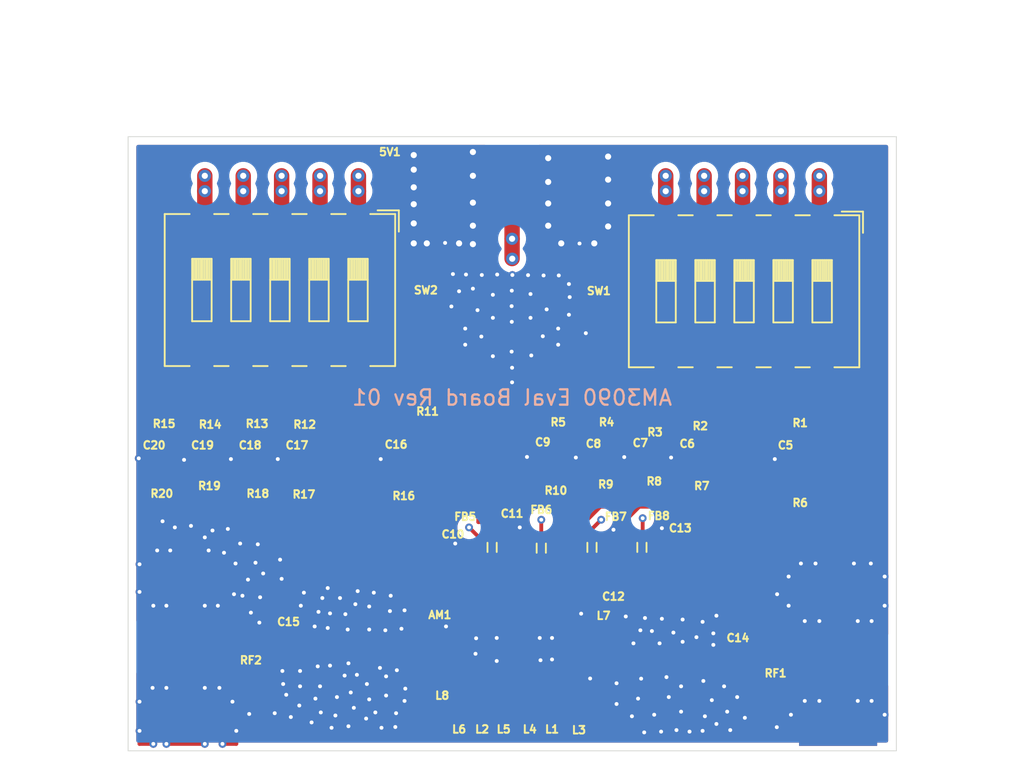
<source format=kicad_pcb>
(kicad_pcb (version 20171130) (host pcbnew "(5.1.0)-1")

  (general
    (thickness 1.6)
    (drawings 5)
    (tracks 745)
    (zones 0)
    (modules 54)
    (nets 57)
  )

  (page A4)
  (title_block
    (title "AM 3090")
    (rev v01)
    (comment 4 "Author: Tristan Neugebauer")
  )

  (layers
    (0 F.Cu signal)
    (1 GND signal)
    (2 PWR signal)
    (31 B.Cu signal)
    (32 B.Adhes user)
    (33 F.Adhes user)
    (34 B.Paste user)
    (35 F.Paste user)
    (36 B.SilkS user)
    (37 F.SilkS user)
    (38 B.Mask user)
    (39 F.Mask user)
    (40 Dwgs.User user)
    (41 Cmts.User user)
    (42 Eco1.User user)
    (43 Eco2.User user)
    (44 Edge.Cuts user)
    (45 Margin user)
    (46 B.CrtYd user)
    (47 F.CrtYd user)
    (48 B.Fab user)
    (49 F.Fab user)
  )

  (setup
    (last_trace_width 0.25)
    (trace_clearance 0.2)
    (zone_clearance 0.508)
    (zone_45_only no)
    (trace_min 0.2)
    (via_size 0.8)
    (via_drill 0.4)
    (via_min_size 0.4)
    (via_min_drill 0.3)
    (uvia_size 0.3)
    (uvia_drill 0.1)
    (uvias_allowed no)
    (uvia_min_size 0.2)
    (uvia_min_drill 0.1)
    (edge_width 0.05)
    (segment_width 0.2)
    (pcb_text_width 0.3)
    (pcb_text_size 1.5 1.5)
    (mod_edge_width 0.12)
    (mod_text_size 1 1)
    (mod_text_width 0.15)
    (pad_size 1.524 1.524)
    (pad_drill 0.762)
    (pad_to_mask_clearance 0.0508)
    (aux_axis_origin 0 0)
    (visible_elements 7FFDFFFF)
    (pcbplotparams
      (layerselection 0x010fc_ffffffff)
      (usegerberextensions false)
      (usegerberattributes false)
      (usegerberadvancedattributes false)
      (creategerberjobfile false)
      (excludeedgelayer true)
      (linewidth 0.100000)
      (plotframeref false)
      (viasonmask false)
      (mode 1)
      (useauxorigin false)
      (hpglpennumber 1)
      (hpglpenspeed 20)
      (hpglpendiameter 15.000000)
      (psnegative false)
      (psa4output false)
      (plotreference true)
      (plotvalue true)
      (plotinvisibletext false)
      (padsonsilk false)
      (subtractmaskfromsilk false)
      (outputformat 1)
      (mirror false)
      (drillshape 0)
      (scaleselection 1)
      (outputdirectory "Gerber"))
  )

  (net 0 "")
  (net 1 GND)
  (net 2 "Net-(AM1-Pad1)")
  (net 3 "Net-(AM1-Pad2)")
  (net 4 "Net-(AM1-Pad3)")
  (net 5 "Net-(AM1-Pad4)")
  (net 6 "Net-(AM1-Pad5)")
  (net 7 "Net-(AM1-Pad6)")
  (net 8 "Net-(AM1-Pad8)")
  (net 9 "Net-(AM1-Pad9)")
  (net 10 "Net-(AM1-Pad10)")
  (net 11 "Net-(AM1-Pad11)")
  (net 12 "Net-(AM1-Pad12)")
  (net 13 "Net-(AM1-Pad13)")
  (net 14 "Net-(AM1-Pad16)")
  (net 15 "Net-(AM1-Pad18)")
  (net 16 "Net-(AM1-Pad19)")
  (net 17 "Net-(AM1-Pad21)")
  (net 18 "Net-(AM1-Pad22)")
  (net 19 "Net-(AM1-Pad23)")
  (net 20 "Net-(AM1-Pad24)")
  (net 21 "Net-(AM1-Pad25)")
  (net 22 "Net-(AM1-Pad26)")
  (net 23 "Net-(AM1-Pad27)")
  (net 24 "Net-(AM1-Pad28)")
  (net 25 "Net-(AM1-Pad29)")
  (net 26 "Net-(AM1-Pad30)")
  (net 27 "Net-(AM1-Pad31)")
  (net 28 "Net-(AM1-Pad32)")
  (net 29 "Net-(AM1-Pad33)")
  (net 30 "Net-(AM1-Pad34)")
  (net 31 "Net-(AM1-Pad37)")
  (net 32 "Net-(AM1-Pad39)")
  (net 33 "Net-(AM1-Pad40)")
  (net 34 "Net-(C5-Pad1)")
  (net 35 "Net-(C6-Pad1)")
  (net 36 "Net-(C7-Pad1)")
  (net 37 "Net-(C8-Pad1)")
  (net 38 "Net-(C9-Pad1)")
  (net 39 "Net-(C16-Pad1)")
  (net 40 "Net-(C17-Pad1)")
  (net 41 "Net-(C18-Pad1)")
  (net 42 "Net-(C19-Pad1)")
  (net 43 "Net-(C20-Pad1)")
  (net 44 "Net-(R1-Pad2)")
  (net 45 "Net-(R2-Pad2)")
  (net 46 "Net-(R3-Pad2)")
  (net 47 "Net-(R4-Pad2)")
  (net 48 "Net-(R5-Pad2)")
  (net 49 "Net-(R11-Pad1)")
  (net 50 "Net-(R12-Pad1)")
  (net 51 "Net-(R13-Pad1)")
  (net 52 "Net-(R14-Pad1)")
  (net 53 "Net-(R15-Pad1)")
  (net 54 "Net-(5V2-Pad1)")
  (net 55 "Net-(5V3-Pad1)")
  (net 56 "Net-(5V1-Pad1)")

  (net_class Default "This is the default net class."
    (clearance 0.2)
    (trace_width 0.25)
    (via_dia 0.8)
    (via_drill 0.4)
    (uvia_dia 0.3)
    (uvia_drill 0.1)
    (add_net GND)
    (add_net "Net-(5V1-Pad1)")
    (add_net "Net-(AM1-Pad1)")
    (add_net "Net-(AM1-Pad10)")
    (add_net "Net-(AM1-Pad11)")
    (add_net "Net-(AM1-Pad12)")
    (add_net "Net-(AM1-Pad13)")
    (add_net "Net-(AM1-Pad18)")
    (add_net "Net-(AM1-Pad19)")
    (add_net "Net-(AM1-Pad2)")
    (add_net "Net-(AM1-Pad21)")
    (add_net "Net-(AM1-Pad22)")
    (add_net "Net-(AM1-Pad23)")
    (add_net "Net-(AM1-Pad24)")
    (add_net "Net-(AM1-Pad25)")
    (add_net "Net-(AM1-Pad26)")
    (add_net "Net-(AM1-Pad27)")
    (add_net "Net-(AM1-Pad28)")
    (add_net "Net-(AM1-Pad29)")
    (add_net "Net-(AM1-Pad3)")
    (add_net "Net-(AM1-Pad30)")
    (add_net "Net-(AM1-Pad31)")
    (add_net "Net-(AM1-Pad32)")
    (add_net "Net-(AM1-Pad33)")
    (add_net "Net-(AM1-Pad34)")
    (add_net "Net-(AM1-Pad39)")
    (add_net "Net-(AM1-Pad4)")
    (add_net "Net-(AM1-Pad40)")
    (add_net "Net-(AM1-Pad5)")
    (add_net "Net-(AM1-Pad6)")
    (add_net "Net-(AM1-Pad8)")
    (add_net "Net-(AM1-Pad9)")
    (add_net "Net-(C16-Pad1)")
    (add_net "Net-(C17-Pad1)")
    (add_net "Net-(C18-Pad1)")
    (add_net "Net-(C19-Pad1)")
    (add_net "Net-(C20-Pad1)")
    (add_net "Net-(C5-Pad1)")
    (add_net "Net-(C6-Pad1)")
    (add_net "Net-(C7-Pad1)")
    (add_net "Net-(C8-Pad1)")
    (add_net "Net-(C9-Pad1)")
    (add_net "Net-(R1-Pad2)")
    (add_net "Net-(R11-Pad1)")
    (add_net "Net-(R12-Pad1)")
    (add_net "Net-(R13-Pad1)")
    (add_net "Net-(R14-Pad1)")
    (add_net "Net-(R15-Pad1)")
    (add_net "Net-(R2-Pad2)")
    (add_net "Net-(R3-Pad2)")
    (add_net "Net-(R4-Pad2)")
    (add_net "Net-(R5-Pad2)")
  )

  (net_class RF ""
    (clearance 0.68)
    (trace_width 0.25)
    (via_dia 0.8)
    (via_drill 0.4)
    (uvia_dia 0.3)
    (uvia_drill 0.1)
    (add_net "Net-(5V2-Pad1)")
    (add_net "Net-(5V3-Pad1)")
    (add_net "Net-(AM1-Pad16)")
    (add_net "Net-(AM1-Pad37)")
  )

  (module AM3090:ICM3090-PDIP (layer F.Cu) (tedit 5CB73B84) (tstamp 5CB833D0)
    (at 145.52 158.34)
    (path /5D01236C)
    (fp_text reference AM1 (at -5.22 -2.24) (layer F.SilkS)
      (effects (font (size 0.5 0.5) (thickness 0.125)))
    )
    (fp_text value 3090 (at 0 3.81) (layer F.Fab)
      (effects (font (size 1 1) (thickness 0.15)))
    )
    (fp_line (start -4 -2) (end 4 -2) (layer F.Fab) (width 0.1))
    (fp_line (start -4 2) (end 4 2) (layer F.Fab) (width 0.1))
    (fp_line (start -4 2) (end -4 -2) (layer F.Fab) (width 0.1))
    (fp_line (start 4 2) (end 4 -2) (layer F.Fab) (width 0.1))
    (pad 41 smd rect (at 0 0) (size 6.65 2.65) (layers F.Cu F.Paste F.Mask)
      (net 1 GND))
    (pad 40 smd rect (at -3.9 1.25) (size 0.6 0.25) (layers F.Cu F.Paste F.Mask)
      (net 33 "Net-(AM1-Pad40)"))
    (pad 39 smd rect (at -3.9 0.75) (size 0.6 0.25) (layers F.Cu F.Paste F.Mask)
      (net 32 "Net-(AM1-Pad39)"))
    (pad 38 smd rect (at -3.9 0.25) (size 0.6 0.25) (layers F.Cu F.Paste F.Mask)
      (net 1 GND))
    (pad 37 smd rect (at -3.9 -0.25) (size 0.6 0.25) (layers F.Cu F.Paste F.Mask)
      (net 31 "Net-(AM1-Pad37)"))
    (pad 36 smd rect (at -3.9 -0.75) (size 0.6 0.25) (layers F.Cu F.Paste F.Mask)
      (net 1 GND))
    (pad 35 smd rect (at -3.9 -1.25) (size 0.6 0.25) (layers F.Cu F.Paste F.Mask)
      (net 1 GND))
    (pad 34 smd rect (at -3.25 -1.9) (size 0.25 0.6) (layers F.Cu F.Paste F.Mask)
      (net 30 "Net-(AM1-Pad34)"))
    (pad 33 smd rect (at -2.75 -1.9) (size 0.25 0.6) (layers F.Cu F.Paste F.Mask)
      (net 29 "Net-(AM1-Pad33)"))
    (pad 32 smd rect (at -2.25 -1.9) (size 0.25 0.6) (layers F.Cu F.Paste F.Mask)
      (net 28 "Net-(AM1-Pad32)"))
    (pad 31 smd rect (at -1.75 -1.9) (size 0.25 0.6) (layers F.Cu F.Paste F.Mask)
      (net 27 "Net-(AM1-Pad31)"))
    (pad 30 smd rect (at -1.25 -1.9) (size 0.25 0.6) (layers F.Cu F.Paste F.Mask)
      (net 26 "Net-(AM1-Pad30)"))
    (pad 29 smd rect (at -0.75 -1.9) (size 0.25 0.6) (layers F.Cu F.Paste F.Mask)
      (net 25 "Net-(AM1-Pad29)"))
    (pad 28 smd rect (at -0.25 -1.9) (size 0.25 0.6) (layers F.Cu F.Paste F.Mask)
      (net 24 "Net-(AM1-Pad28)"))
    (pad 27 smd rect (at 0.25 -1.9) (size 0.25 0.6) (layers F.Cu F.Paste F.Mask)
      (net 23 "Net-(AM1-Pad27)"))
    (pad 26 smd rect (at 0.75 -1.9) (size 0.25 0.6) (layers F.Cu F.Paste F.Mask)
      (net 22 "Net-(AM1-Pad26)"))
    (pad 25 smd rect (at 1.25 -1.9) (size 0.25 0.6) (layers F.Cu F.Paste F.Mask)
      (net 21 "Net-(AM1-Pad25)"))
    (pad 24 smd rect (at 1.75 -1.9) (size 0.25 0.6) (layers F.Cu F.Paste F.Mask)
      (net 20 "Net-(AM1-Pad24)"))
    (pad 23 smd rect (at 2.25 -1.9) (size 0.25 0.6) (layers F.Cu F.Paste F.Mask)
      (net 19 "Net-(AM1-Pad23)"))
    (pad 22 smd rect (at 2.75 -1.9) (size 0.25 0.6) (layers F.Cu F.Paste F.Mask)
      (net 18 "Net-(AM1-Pad22)"))
    (pad 21 smd rect (at 3.25 -1.9) (size 0.25 0.6) (layers F.Cu F.Paste F.Mask)
      (net 17 "Net-(AM1-Pad21)"))
    (pad 20 smd rect (at 3.9 -1.25) (size 0.6 0.25) (layers F.Cu F.Paste F.Mask)
      (net 1 GND))
    (pad 19 smd rect (at 3.9 -0.75) (size 0.6 0.25) (layers F.Cu F.Paste F.Mask)
      (net 16 "Net-(AM1-Pad19)"))
    (pad 18 smd rect (at 3.9 -0.25) (size 0.6 0.25) (layers F.Cu F.Paste F.Mask)
      (net 15 "Net-(AM1-Pad18)"))
    (pad 17 smd rect (at 3.9 0.25) (size 0.6 0.25) (layers F.Cu F.Paste F.Mask)
      (net 1 GND))
    (pad 16 smd rect (at 3.9 0.75) (size 0.6 0.25) (layers F.Cu F.Paste F.Mask)
      (net 14 "Net-(AM1-Pad16)"))
    (pad 15 smd rect (at 3.9 1.25) (size 0.6 0.25) (layers F.Cu F.Paste F.Mask)
      (net 1 GND))
    (pad 14 smd rect (at 3.25 1.9) (size 0.25 0.6) (layers F.Cu F.Paste F.Mask)
      (net 1 GND))
    (pad 13 smd rect (at 2.75 1.9) (size 0.25 0.6) (layers F.Cu F.Paste F.Mask)
      (net 13 "Net-(AM1-Pad13)"))
    (pad 12 smd rect (at 2.25 1.9) (size 0.25 0.6) (layers F.Cu F.Paste F.Mask)
      (net 12 "Net-(AM1-Pad12)"))
    (pad 11 smd rect (at 1.75 1.9) (size 0.25 0.6) (layers F.Cu F.Paste F.Mask)
      (net 11 "Net-(AM1-Pad11)"))
    (pad 10 smd rect (at 1.25 1.9) (size 0.25 0.6) (layers F.Cu F.Paste F.Mask)
      (net 10 "Net-(AM1-Pad10)"))
    (pad 9 smd rect (at 0.75 1.9) (size 0.25 0.6) (layers F.Cu F.Paste F.Mask)
      (net 9 "Net-(AM1-Pad9)"))
    (pad 8 smd rect (at 0.25 1.9) (size 0.25 0.6) (layers F.Cu F.Paste F.Mask)
      (net 8 "Net-(AM1-Pad8)"))
    (pad 7 smd rect (at -0.25 1.9) (size 0.25 0.6) (layers F.Cu F.Paste F.Mask)
      (net 1 GND))
    (pad 6 smd rect (at -0.75 1.9) (size 0.25 0.6) (layers F.Cu F.Paste F.Mask)
      (net 7 "Net-(AM1-Pad6)"))
    (pad 5 smd rect (at -1.25 1.9) (size 0.25 0.6) (layers F.Cu F.Paste F.Mask)
      (net 6 "Net-(AM1-Pad5)"))
    (pad 4 smd rect (at -1.75 1.9) (size 0.25 0.6) (layers F.Cu F.Paste F.Mask)
      (net 5 "Net-(AM1-Pad4)"))
    (pad 3 smd rect (at -2.25 1.9) (size 0.25 0.6) (layers F.Cu F.Paste F.Mask)
      (net 4 "Net-(AM1-Pad3)"))
    (pad 2 smd rect (at -2.75 1.9) (size 0.25 0.6) (layers F.Cu F.Paste F.Mask)
      (net 3 "Net-(AM1-Pad2)"))
    (pad 1 smd rect (at -3.25 1.9) (size 0.25 0.6) (layers F.Cu F.Paste F.Mask)
      (net 2 "Net-(AM1-Pad1)"))
  )

  (module Inductor_SMD:L_0402_1005Metric (layer F.Cu) (tedit 5B301BBE) (tstamp 5CB74200)
    (at 150.95 157.565 90)
    (descr "Inductor SMD 0402 (1005 Metric), square (rectangular) end terminal, IPC_7351 nominal, (Body size source: http://www.tortai-tech.com/upload/download/2011102023233369053.pdf), generated with kicad-footprint-generator")
    (tags inductor)
    (path /5CF9CD50)
    (attr smd)
    (fp_text reference L7 (at 1.415 0 180) (layer F.SilkS)
      (effects (font (size 0.5 0.5) (thickness 0.125)))
    )
    (fp_text value 68nH (at 0 1.17 90) (layer F.Fab)
      (effects (font (size 1 1) (thickness 0.15)))
    )
    (fp_line (start -0.5 0.25) (end -0.5 -0.25) (layer F.Fab) (width 0.1))
    (fp_line (start -0.5 -0.25) (end 0.5 -0.25) (layer F.Fab) (width 0.1))
    (fp_line (start 0.5 -0.25) (end 0.5 0.25) (layer F.Fab) (width 0.1))
    (fp_line (start 0.5 0.25) (end -0.5 0.25) (layer F.Fab) (width 0.1))
    (fp_line (start -0.93 0.47) (end -0.93 -0.47) (layer F.CrtYd) (width 0.05))
    (fp_line (start -0.93 -0.47) (end 0.93 -0.47) (layer F.CrtYd) (width 0.05))
    (fp_line (start 0.93 -0.47) (end 0.93 0.47) (layer F.CrtYd) (width 0.05))
    (fp_line (start 0.93 0.47) (end -0.93 0.47) (layer F.CrtYd) (width 0.05))
    (fp_text user %R (at 0 0 90) (layer F.Fab)
      (effects (font (size 0.25 0.25) (thickness 0.04)))
    )
    (pad 1 smd roundrect (at -0.485 0 90) (size 0.59 0.64) (layers F.Cu F.Paste F.Mask) (roundrect_rratio 0.25)
      (net 15 "Net-(AM1-Pad18)"))
    (pad 2 smd roundrect (at 0.485 0 90) (size 0.59 0.64) (layers F.Cu F.Paste F.Mask) (roundrect_rratio 0.25)
      (net 16 "Net-(AM1-Pad19)"))
    (model ${KISYS3DMOD}/Inductor_SMD.3dshapes/L_0402_1005Metric.wrl
      (at (xyz 0 0 0))
      (scale (xyz 1 1 1))
      (rotate (xyz 0 0 0))
    )
  )

  (module digikey-footprints:0603 (layer F.Cu) (tedit 595EA1C0) (tstamp 5CB73B1E)
    (at 146.9 151.75 270)
    (path /5CB4062B)
    (fp_text reference FB6 (at -2.5 0) (layer F.SilkS)
      (effects (font (size 0.5 0.5) (thickness 0.125)))
    )
    (fp_text value 2.2kOHM (at 0 1.9 270) (layer F.Fab)
      (effects (font (size 1 1) (thickness 0.15)))
    )
    (fp_line (start 0.8 -0.4) (end -0.8 -0.4) (layer F.Fab) (width 0.12))
    (fp_line (start 0.8 0.4) (end 0.8 -0.4) (layer F.Fab) (width 0.12))
    (fp_line (start -0.8 0.4) (end 0.8 0.4) (layer F.Fab) (width 0.12))
    (fp_line (start -0.8 -0.4) (end -0.8 0.4) (layer F.Fab) (width 0.12))
    (fp_line (start -0.3 -0.3) (end 0.3 -0.3) (layer F.SilkS) (width 0.12))
    (fp_line (start -0.3 0.3) (end 0.3 0.3) (layer F.SilkS) (width 0.12))
    (fp_line (start -1.25 0.71) (end -1.25 -0.71) (layer F.CrtYd) (width 0.05))
    (fp_line (start 1.11 0.71) (end -1.11 0.71) (layer F.CrtYd) (width 0.05))
    (fp_line (start 1.25 -0.71) (end 1.25 0.71) (layer F.CrtYd) (width 0.05))
    (fp_line (start -1.11 -0.71) (end 1.11 -0.71) (layer F.CrtYd) (width 0.05))
    (fp_line (start -1.11 0.71) (end -1.25 0.71) (layer F.CrtYd) (width 0.05))
    (fp_line (start -1.11 -0.71) (end -1.25 -0.71) (layer F.CrtYd) (width 0.05))
    (fp_line (start 1.11 -0.71) (end 1.25 -0.71) (layer F.CrtYd) (width 0.05))
    (fp_line (start 1.11 0.71) (end 1.25 0.71) (layer F.CrtYd) (width 0.05))
    (pad 1 smd rect (at -0.7 0 270) (size 0.6 0.8) (layers F.Cu F.Paste F.Mask)
      (net 56 "Net-(5V1-Pad1)"))
    (pad 2 smd rect (at 0.7 0 270) (size 0.6 0.8) (layers F.Cu F.Paste F.Mask)
      (net 24 "Net-(AM1-Pad28)"))
  )

  (module digikey-footprints:RF_SMA_BoardEdge_142-0701-801 (layer F.Cu) (tedit 5CADFB52) (tstamp 5CB8F549)
    (at 121.24 158.1885 90)
    (descr https://belfuse.com/resources/Johnson/productinformation/pi-142-0701-801.pdf)
    (path /5CDFA992)
    (fp_text reference RF2 (at -0.8615 6.76 180) (layer F.SilkS)
      (effects (font (size 0.5 0.5) (thickness 0.125)))
    )
    (fp_text value Conn_Coaxial_Power (at 0 6.36 90) (layer F.Fab)
      (effects (font (size 1 1) (thickness 0.15)))
    )
    (fp_line (start -5.84 0) (end 5.84 0) (layer F.CrtYd) (width 0.05))
    (fp_line (start 4.76 4.75) (end 4.76 -9.52) (layer F.Fab) (width 0.1))
    (fp_line (start 4.76 -9.52) (end -4.76 -9.52) (layer F.Fab) (width 0.1))
    (fp_line (start 4.76 4.75) (end -4.76 4.75) (layer F.Fab) (width 0.1))
    (fp_line (start -4.76 4.75) (end -4.76 -9.52) (layer F.Fab) (width 0.1))
    (fp_line (start -5.84 0) (end -5.84 5.33) (layer F.CrtYd) (width 0.05))
    (fp_line (start 5.84 0) (end 5.84 5.33) (layer F.CrtYd) (width 0.05))
    (fp_line (start -5.84 5.33) (end 5.84 5.33) (layer F.CrtYd) (width 0.05))
    (fp_text user %R (at 0 -3.7 90) (layer F.Fab)
      (effects (font (size 1 1) (thickness 0.15)))
    )
    (pad 2 smd rect (at -4.3815 2.54 90) (size 2.413 5.08) (layers B.Cu B.Paste B.Mask)
      (net 1 GND))
    (pad 2 smd rect (at 4.3815 2.54 90) (size 2.413 5.08) (layers B.Cu B.Paste B.Mask)
      (net 1 GND))
    (pad 2 smd rect (at 4.3815 2.54 90) (size 2.413 5.08) (layers F.Cu F.Paste F.Mask)
      (net 1 GND))
    (pad 1 smd rect (at 0 2.54 90) (size 2.286 5.08) (layers F.Cu F.Paste F.Mask)
      (net 55 "Net-(5V3-Pad1)"))
    (pad 2 smd rect (at -4.3815 2.54 90) (size 2.413 5.08) (layers F.Cu F.Paste F.Mask)
      (net 1 GND))
  )

  (module digikey-footprints:RF_SMA_BoardEdge_142-0701-801 (layer F.Cu) (tedit 5CADFB52) (tstamp 5CB90450)
    (at 168.76 159.04 270)
    (descr https://belfuse.com/resources/Johnson/productinformation/pi-142-0701-801.pdf)
    (path /5CDBF9E4)
    (fp_text reference RF1 (at 0.86 6.61) (layer F.SilkS)
      (effects (font (size 0.5 0.5) (thickness 0.125)))
    )
    (fp_text value Conn_Coaxial_Power (at 0 6.36 270) (layer F.Fab)
      (effects (font (size 1 1) (thickness 0.15)))
    )
    (fp_line (start -5.84 0) (end 5.84 0) (layer F.CrtYd) (width 0.05))
    (fp_line (start 4.76 4.75) (end 4.76 -9.52) (layer F.Fab) (width 0.1))
    (fp_line (start 4.76 -9.52) (end -4.76 -9.52) (layer F.Fab) (width 0.1))
    (fp_line (start 4.76 4.75) (end -4.76 4.75) (layer F.Fab) (width 0.1))
    (fp_line (start -4.76 4.75) (end -4.76 -9.52) (layer F.Fab) (width 0.1))
    (fp_line (start -5.84 0) (end -5.84 5.33) (layer F.CrtYd) (width 0.05))
    (fp_line (start 5.84 0) (end 5.84 5.33) (layer F.CrtYd) (width 0.05))
    (fp_line (start -5.84 5.33) (end 5.84 5.33) (layer F.CrtYd) (width 0.05))
    (fp_text user %R (at 0 -3.7 270) (layer F.Fab)
      (effects (font (size 1 1) (thickness 0.15)))
    )
    (pad 2 smd rect (at -4.3815 2.54 270) (size 2.413 5.08) (layers B.Cu B.Paste B.Mask)
      (net 1 GND))
    (pad 2 smd rect (at 4.3815 2.54 270) (size 2.413 5.08) (layers B.Cu B.Paste B.Mask)
      (net 1 GND))
    (pad 2 smd rect (at 4.3815 2.54 270) (size 2.413 5.08) (layers F.Cu F.Paste F.Mask)
      (net 1 GND))
    (pad 1 smd rect (at 0 2.54 270) (size 2.286 5.08) (layers F.Cu F.Paste F.Mask)
      (net 54 "Net-(5V2-Pad1)"))
    (pad 2 smd rect (at -4.3815 2.54 270) (size 2.413 5.08) (layers F.Cu F.Paste F.Mask)
      (net 1 GND))
  )

  (module digikey-footprints:RF_SMA_BoardEdge_142-0701-801 (layer F.Cu) (tedit 5CADFB52) (tstamp 5CB8DC66)
    (at 145 125.62)
    (descr https://belfuse.com/resources/Johnson/productinformation/pi-142-0701-801.pdf)
    (path /5CDF305F)
    (fp_text reference 5V1 (at -7.95 0.33 180) (layer F.SilkS)
      (effects (font (size 0.5 0.5) (thickness 0.125)))
    )
    (fp_text value Conn_Coaxial_Power (at 0 6.36) (layer F.Fab)
      (effects (font (size 1 1) (thickness 0.15)))
    )
    (fp_text user %R (at 0 -3.7) (layer F.Fab)
      (effects (font (size 1 1) (thickness 0.15)))
    )
    (fp_line (start -5.84 5.33) (end 5.84 5.33) (layer F.CrtYd) (width 0.05))
    (fp_line (start 5.84 0) (end 5.84 5.33) (layer F.CrtYd) (width 0.05))
    (fp_line (start -5.84 0) (end -5.84 5.33) (layer F.CrtYd) (width 0.05))
    (fp_line (start -4.76 4.75) (end -4.76 -9.52) (layer F.Fab) (width 0.1))
    (fp_line (start 4.76 4.75) (end -4.76 4.75) (layer F.Fab) (width 0.1))
    (fp_line (start 4.76 -9.52) (end -4.76 -9.52) (layer F.Fab) (width 0.1))
    (fp_line (start 4.76 4.75) (end 4.76 -9.52) (layer F.Fab) (width 0.1))
    (fp_line (start -5.84 0) (end 5.84 0) (layer F.CrtYd) (width 0.05))
    (pad 2 smd rect (at -4.3815 2.54) (size 2.413 5.08) (layers F.Cu F.Paste F.Mask)
      (net 1 GND))
    (pad 1 smd rect (at 0 2.54) (size 2.286 5.08) (layers F.Cu F.Paste F.Mask)
      (net 56 "Net-(5V1-Pad1)"))
    (pad 2 smd rect (at 4.3815 2.54) (size 2.413 5.08) (layers F.Cu F.Paste F.Mask)
      (net 1 GND))
    (pad 2 smd rect (at 4.3815 2.54) (size 2.413 5.08) (layers B.Cu B.Paste B.Mask)
      (net 1 GND))
    (pad 2 smd rect (at -4.3815 2.54) (size 2.413 5.08) (layers B.Cu B.Paste B.Mask)
      (net 1 GND))
  )

  (module Capacitor_SMD:C_0402_1005Metric (layer F.Cu) (tedit 5B301BBE) (tstamp 5CB855B9)
    (at 163.375 145.95 180)
    (descr "Capacitor SMD 0402 (1005 Metric), square (rectangular) end terminal, IPC_7351 nominal, (Body size source: http://www.tortai-tech.com/upload/download/2011102023233369053.pdf), generated with kicad-footprint-generator")
    (tags capacitor)
    (path /5CB5E655)
    (attr smd)
    (fp_text reference C5 (at 0.575 0.9) (layer F.SilkS)
      (effects (font (size 0.5 0.5) (thickness 0.125)))
    )
    (fp_text value 0.1uF (at 0 1.17 180) (layer F.Fab)
      (effects (font (size 1 1) (thickness 0.15)))
    )
    (fp_text user %R (at 0 0 180) (layer F.Fab)
      (effects (font (size 0.25 0.25) (thickness 0.04)))
    )
    (fp_line (start 0.93 0.47) (end -0.93 0.47) (layer F.CrtYd) (width 0.05))
    (fp_line (start 0.93 -0.47) (end 0.93 0.47) (layer F.CrtYd) (width 0.05))
    (fp_line (start -0.93 -0.47) (end 0.93 -0.47) (layer F.CrtYd) (width 0.05))
    (fp_line (start -0.93 0.47) (end -0.93 -0.47) (layer F.CrtYd) (width 0.05))
    (fp_line (start 0.5 0.25) (end -0.5 0.25) (layer F.Fab) (width 0.1))
    (fp_line (start 0.5 -0.25) (end 0.5 0.25) (layer F.Fab) (width 0.1))
    (fp_line (start -0.5 -0.25) (end 0.5 -0.25) (layer F.Fab) (width 0.1))
    (fp_line (start -0.5 0.25) (end -0.5 -0.25) (layer F.Fab) (width 0.1))
    (pad 2 smd roundrect (at 0.485 0 180) (size 0.59 0.64) (layers F.Cu F.Paste F.Mask) (roundrect_rratio 0.25)
      (net 1 GND))
    (pad 1 smd roundrect (at -0.485 0 180) (size 0.59 0.64) (layers F.Cu F.Paste F.Mask) (roundrect_rratio 0.25)
      (net 34 "Net-(C5-Pad1)"))
    (model ${KISYS3DMOD}/Capacitor_SMD.3dshapes/C_0402_1005Metric.wrl
      (at (xyz 0 0 0))
      (scale (xyz 1 1 1))
      (rotate (xyz 0 0 0))
    )
  )

  (module Capacitor_SMD:C_0402_1005Metric (layer F.Cu) (tedit 5B301BBE) (tstamp 5CB84441)
    (at 156.785 145.85 180)
    (descr "Capacitor SMD 0402 (1005 Metric), square (rectangular) end terminal, IPC_7351 nominal, (Body size source: http://www.tortai-tech.com/upload/download/2011102023233369053.pdf), generated with kicad-footprint-generator")
    (tags capacitor)
    (path /5CB6156A)
    (attr smd)
    (fp_text reference C6 (at 0.385 0.9) (layer F.SilkS)
      (effects (font (size 0.5 0.5) (thickness 0.125)))
    )
    (fp_text value 0.1uF (at 0 1.17 180) (layer F.Fab)
      (effects (font (size 1 1) (thickness 0.15)))
    )
    (fp_text user %R (at 0 0 180) (layer F.Fab)
      (effects (font (size 0.25 0.25) (thickness 0.04)))
    )
    (fp_line (start 0.93 0.47) (end -0.93 0.47) (layer F.CrtYd) (width 0.05))
    (fp_line (start 0.93 -0.47) (end 0.93 0.47) (layer F.CrtYd) (width 0.05))
    (fp_line (start -0.93 -0.47) (end 0.93 -0.47) (layer F.CrtYd) (width 0.05))
    (fp_line (start -0.93 0.47) (end -0.93 -0.47) (layer F.CrtYd) (width 0.05))
    (fp_line (start 0.5 0.25) (end -0.5 0.25) (layer F.Fab) (width 0.1))
    (fp_line (start 0.5 -0.25) (end 0.5 0.25) (layer F.Fab) (width 0.1))
    (fp_line (start -0.5 -0.25) (end 0.5 -0.25) (layer F.Fab) (width 0.1))
    (fp_line (start -0.5 0.25) (end -0.5 -0.25) (layer F.Fab) (width 0.1))
    (pad 2 smd roundrect (at 0.485 0 180) (size 0.59 0.64) (layers F.Cu F.Paste F.Mask) (roundrect_rratio 0.25)
      (net 1 GND))
    (pad 1 smd roundrect (at -0.485 0 180) (size 0.59 0.64) (layers F.Cu F.Paste F.Mask) (roundrect_rratio 0.25)
      (net 35 "Net-(C6-Pad1)"))
    (model ${KISYS3DMOD}/Capacitor_SMD.3dshapes/C_0402_1005Metric.wrl
      (at (xyz 0 0 0))
      (scale (xyz 1 1 1))
      (rotate (xyz 0 0 0))
    )
  )

  (module Capacitor_SMD:C_0402_1005Metric (layer F.Cu) (tedit 5B301BBE) (tstamp 5CB84417)
    (at 153.755 145.84 180)
    (descr "Capacitor SMD 0402 (1005 Metric), square (rectangular) end terminal, IPC_7351 nominal, (Body size source: http://www.tortai-tech.com/upload/download/2011102023233369053.pdf), generated with kicad-footprint-generator")
    (tags capacitor)
    (path /5CB61908)
    (attr smd)
    (fp_text reference C7 (at 0.405 0.94) (layer F.SilkS)
      (effects (font (size 0.5 0.5) (thickness 0.125)))
    )
    (fp_text value 0.1uF (at 0 1.17 180) (layer F.Fab)
      (effects (font (size 1 1) (thickness 0.15)))
    )
    (fp_line (start -0.5 0.25) (end -0.5 -0.25) (layer F.Fab) (width 0.1))
    (fp_line (start -0.5 -0.25) (end 0.5 -0.25) (layer F.Fab) (width 0.1))
    (fp_line (start 0.5 -0.25) (end 0.5 0.25) (layer F.Fab) (width 0.1))
    (fp_line (start 0.5 0.25) (end -0.5 0.25) (layer F.Fab) (width 0.1))
    (fp_line (start -0.93 0.47) (end -0.93 -0.47) (layer F.CrtYd) (width 0.05))
    (fp_line (start -0.93 -0.47) (end 0.93 -0.47) (layer F.CrtYd) (width 0.05))
    (fp_line (start 0.93 -0.47) (end 0.93 0.47) (layer F.CrtYd) (width 0.05))
    (fp_line (start 0.93 0.47) (end -0.93 0.47) (layer F.CrtYd) (width 0.05))
    (fp_text user %R (at 0 0 180) (layer F.Fab)
      (effects (font (size 0.25 0.25) (thickness 0.04)))
    )
    (pad 1 smd roundrect (at -0.485 0 180) (size 0.59 0.64) (layers F.Cu F.Paste F.Mask) (roundrect_rratio 0.25)
      (net 36 "Net-(C7-Pad1)"))
    (pad 2 smd roundrect (at 0.485 0 180) (size 0.59 0.64) (layers F.Cu F.Paste F.Mask) (roundrect_rratio 0.25)
      (net 1 GND))
    (model ${KISYS3DMOD}/Capacitor_SMD.3dshapes/C_0402_1005Metric.wrl
      (at (xyz 0 0 0))
      (scale (xyz 1 1 1))
      (rotate (xyz 0 0 0))
    )
  )

  (module Capacitor_SMD:C_0402_1005Metric (layer F.Cu) (tedit 5B301BBE) (tstamp 5CB843ED)
    (at 150.675 145.85 180)
    (descr "Capacitor SMD 0402 (1005 Metric), square (rectangular) end terminal, IPC_7351 nominal, (Body size source: http://www.tortai-tech.com/upload/download/2011102023233369053.pdf), generated with kicad-footprint-generator")
    (tags capacitor)
    (path /5CB619AE)
    (attr smd)
    (fp_text reference C8 (at 0.375 0.9) (layer F.SilkS)
      (effects (font (size 0.5 0.5) (thickness 0.125)))
    )
    (fp_text value 0.1uF (at 0 1.17 180) (layer F.Fab)
      (effects (font (size 1 1) (thickness 0.15)))
    )
    (fp_line (start -0.5 0.25) (end -0.5 -0.25) (layer F.Fab) (width 0.1))
    (fp_line (start -0.5 -0.25) (end 0.5 -0.25) (layer F.Fab) (width 0.1))
    (fp_line (start 0.5 -0.25) (end 0.5 0.25) (layer F.Fab) (width 0.1))
    (fp_line (start 0.5 0.25) (end -0.5 0.25) (layer F.Fab) (width 0.1))
    (fp_line (start -0.93 0.47) (end -0.93 -0.47) (layer F.CrtYd) (width 0.05))
    (fp_line (start -0.93 -0.47) (end 0.93 -0.47) (layer F.CrtYd) (width 0.05))
    (fp_line (start 0.93 -0.47) (end 0.93 0.47) (layer F.CrtYd) (width 0.05))
    (fp_line (start 0.93 0.47) (end -0.93 0.47) (layer F.CrtYd) (width 0.05))
    (fp_text user %R (at 0 0 180) (layer F.Fab)
      (effects (font (size 0.25 0.25) (thickness 0.04)))
    )
    (pad 1 smd roundrect (at -0.485 0 180) (size 0.59 0.64) (layers F.Cu F.Paste F.Mask) (roundrect_rratio 0.25)
      (net 37 "Net-(C8-Pad1)"))
    (pad 2 smd roundrect (at 0.485 0 180) (size 0.59 0.64) (layers F.Cu F.Paste F.Mask) (roundrect_rratio 0.25)
      (net 1 GND))
    (model ${KISYS3DMOD}/Capacitor_SMD.3dshapes/C_0402_1005Metric.wrl
      (at (xyz 0 0 0))
      (scale (xyz 1 1 1))
      (rotate (xyz 0 0 0))
    )
  )

  (module Capacitor_SMD:C_0402_1005Metric (layer F.Cu) (tedit 5B301BBE) (tstamp 5CB72EAA)
    (at 147.605 145.81 180)
    (descr "Capacitor SMD 0402 (1005 Metric), square (rectangular) end terminal, IPC_7351 nominal, (Body size source: http://www.tortai-tech.com/upload/download/2011102023233369053.pdf), generated with kicad-footprint-generator")
    (tags capacitor)
    (path /5D07C040)
    (attr smd)
    (fp_text reference C9 (at 0.605 0.96) (layer F.SilkS)
      (effects (font (size 0.5 0.5) (thickness 0.125)))
    )
    (fp_text value 0.1uF (at 0 1.17 180) (layer F.Fab)
      (effects (font (size 1 1) (thickness 0.15)))
    )
    (fp_line (start -0.5 0.25) (end -0.5 -0.25) (layer F.Fab) (width 0.1))
    (fp_line (start -0.5 -0.25) (end 0.5 -0.25) (layer F.Fab) (width 0.1))
    (fp_line (start 0.5 -0.25) (end 0.5 0.25) (layer F.Fab) (width 0.1))
    (fp_line (start 0.5 0.25) (end -0.5 0.25) (layer F.Fab) (width 0.1))
    (fp_line (start -0.93 0.47) (end -0.93 -0.47) (layer F.CrtYd) (width 0.05))
    (fp_line (start -0.93 -0.47) (end 0.93 -0.47) (layer F.CrtYd) (width 0.05))
    (fp_line (start 0.93 -0.47) (end 0.93 0.47) (layer F.CrtYd) (width 0.05))
    (fp_line (start 0.93 0.47) (end -0.93 0.47) (layer F.CrtYd) (width 0.05))
    (fp_text user %R (at 0 0 180) (layer F.Fab)
      (effects (font (size 0.25 0.25) (thickness 0.04)))
    )
    (pad 1 smd roundrect (at -0.485 0 180) (size 0.59 0.64) (layers F.Cu F.Paste F.Mask) (roundrect_rratio 0.25)
      (net 38 "Net-(C9-Pad1)"))
    (pad 2 smd roundrect (at 0.485 0 180) (size 0.59 0.64) (layers F.Cu F.Paste F.Mask) (roundrect_rratio 0.25)
      (net 1 GND))
    (model ${KISYS3DMOD}/Capacitor_SMD.3dshapes/C_0402_1005Metric.wrl
      (at (xyz 0 0 0))
      (scale (xyz 1 1 1))
      (rotate (xyz 0 0 0))
    )
  )

  (module Capacitor_SMD:C_0402_1005Metric (layer F.Cu) (tedit 5B301BBE) (tstamp 5CC24229)
    (at 142.35 152.015 90)
    (descr "Capacitor SMD 0402 (1005 Metric), square (rectangular) end terminal, IPC_7351 nominal, (Body size source: http://www.tortai-tech.com/upload/download/2011102023233369053.pdf), generated with kicad-footprint-generator")
    (tags capacitor)
    (path /5CB2D164)
    (attr smd)
    (fp_text reference C10 (at 1.165 -1.2 180) (layer F.SilkS)
      (effects (font (size 0.5 0.5) (thickness 0.125)))
    )
    (fp_text value 0.1uF (at 0 1.17 90) (layer F.Fab)
      (effects (font (size 1 1) (thickness 0.15)))
    )
    (fp_line (start -0.5 0.25) (end -0.5 -0.25) (layer F.Fab) (width 0.1))
    (fp_line (start -0.5 -0.25) (end 0.5 -0.25) (layer F.Fab) (width 0.1))
    (fp_line (start 0.5 -0.25) (end 0.5 0.25) (layer F.Fab) (width 0.1))
    (fp_line (start 0.5 0.25) (end -0.5 0.25) (layer F.Fab) (width 0.1))
    (fp_line (start -0.93 0.47) (end -0.93 -0.47) (layer F.CrtYd) (width 0.05))
    (fp_line (start -0.93 -0.47) (end 0.93 -0.47) (layer F.CrtYd) (width 0.05))
    (fp_line (start 0.93 -0.47) (end 0.93 0.47) (layer F.CrtYd) (width 0.05))
    (fp_line (start 0.93 0.47) (end -0.93 0.47) (layer F.CrtYd) (width 0.05))
    (fp_text user %R (at 0 0 90) (layer F.Fab)
      (effects (font (size 0.25 0.25) (thickness 0.04)))
    )
    (pad 1 smd roundrect (at -0.485 0 90) (size 0.59 0.64) (layers F.Cu F.Paste F.Mask) (roundrect_rratio 0.25)
      (net 26 "Net-(AM1-Pad30)"))
    (pad 2 smd roundrect (at 0.485 0 90) (size 0.59 0.64) (layers F.Cu F.Paste F.Mask) (roundrect_rratio 0.25)
      (net 1 GND))
    (model ${KISYS3DMOD}/Capacitor_SMD.3dshapes/C_0402_1005Metric.wrl
      (at (xyz 0 0 0))
      (scale (xyz 1 1 1))
      (rotate (xyz 0 0 0))
    )
  )

  (module Capacitor_SMD:C_0402_1005Metric (layer F.Cu) (tedit 5B301BBE) (tstamp 5CC24990)
    (at 145.5 152.035 90)
    (descr "Capacitor SMD 0402 (1005 Metric), square (rectangular) end terminal, IPC_7351 nominal, (Body size source: http://www.tortai-tech.com/upload/download/2011102023233369053.pdf), generated with kicad-footprint-generator")
    (tags capacitor)
    (path /5CB4061C)
    (attr smd)
    (fp_text reference C11 (at 2.535 -0.5) (layer F.SilkS)
      (effects (font (size 0.5 0.5) (thickness 0.125)))
    )
    (fp_text value 0.1uF (at 0 1.17 -90) (layer F.Fab)
      (effects (font (size 1 1) (thickness 0.15)))
    )
    (fp_text user %R (at 0 0 180) (layer F.Fab)
      (effects (font (size 0.25 0.25) (thickness 0.04)))
    )
    (fp_line (start 0.93 0.47) (end -0.93 0.47) (layer F.CrtYd) (width 0.05))
    (fp_line (start 0.93 -0.47) (end 0.93 0.47) (layer F.CrtYd) (width 0.05))
    (fp_line (start -0.93 -0.47) (end 0.93 -0.47) (layer F.CrtYd) (width 0.05))
    (fp_line (start -0.93 0.47) (end -0.93 -0.47) (layer F.CrtYd) (width 0.05))
    (fp_line (start 0.5 0.25) (end -0.5 0.25) (layer F.Fab) (width 0.1))
    (fp_line (start 0.5 -0.25) (end 0.5 0.25) (layer F.Fab) (width 0.1))
    (fp_line (start -0.5 -0.25) (end 0.5 -0.25) (layer F.Fab) (width 0.1))
    (fp_line (start -0.5 0.25) (end -0.5 -0.25) (layer F.Fab) (width 0.1))
    (pad 2 smd roundrect (at 0.485 0 90) (size 0.59 0.64) (layers F.Cu F.Paste F.Mask) (roundrect_rratio 0.25)
      (net 1 GND))
    (pad 1 smd roundrect (at -0.485 0 90) (size 0.59 0.64) (layers F.Cu F.Paste F.Mask) (roundrect_rratio 0.25)
      (net 24 "Net-(AM1-Pad28)"))
    (model ${KISYS3DMOD}/Capacitor_SMD.3dshapes/C_0402_1005Metric.wrl
      (at (xyz 0 0 0))
      (scale (xyz 1 1 1))
      (rotate (xyz 0 0 0))
    )
  )

  (module Capacitor_SMD:C_0402_1005Metric (layer F.Cu) (tedit 5B301BBE) (tstamp 5CB843C3)
    (at 151.6 152.015 90)
    (descr "Capacitor SMD 0402 (1005 Metric), square (rectangular) end terminal, IPC_7351 nominal, (Body size source: http://www.tortai-tech.com/upload/download/2011102023233369053.pdf), generated with kicad-footprint-generator")
    (tags capacitor)
    (path /5CB4382A)
    (attr smd)
    (fp_text reference C12 (at -2.885 0 180) (layer F.SilkS)
      (effects (font (size 0.5 0.5) (thickness 0.125)))
    )
    (fp_text value 0.1uF (at 0 1.17 90) (layer F.Fab)
      (effects (font (size 1 1) (thickness 0.15)))
    )
    (fp_line (start -0.5 0.25) (end -0.5 -0.25) (layer F.Fab) (width 0.1))
    (fp_line (start -0.5 -0.25) (end 0.5 -0.25) (layer F.Fab) (width 0.1))
    (fp_line (start 0.5 -0.25) (end 0.5 0.25) (layer F.Fab) (width 0.1))
    (fp_line (start 0.5 0.25) (end -0.5 0.25) (layer F.Fab) (width 0.1))
    (fp_line (start -0.93 0.47) (end -0.93 -0.47) (layer F.CrtYd) (width 0.05))
    (fp_line (start -0.93 -0.47) (end 0.93 -0.47) (layer F.CrtYd) (width 0.05))
    (fp_line (start 0.93 -0.47) (end 0.93 0.47) (layer F.CrtYd) (width 0.05))
    (fp_line (start 0.93 0.47) (end -0.93 0.47) (layer F.CrtYd) (width 0.05))
    (fp_text user %R (at 0 0 90) (layer F.Fab)
      (effects (font (size 0.25 0.25) (thickness 0.04)))
    )
    (pad 1 smd roundrect (at -0.485 0 90) (size 0.59 0.64) (layers F.Cu F.Paste F.Mask) (roundrect_rratio 0.25)
      (net 19 "Net-(AM1-Pad23)"))
    (pad 2 smd roundrect (at 0.485 0 90) (size 0.59 0.64) (layers F.Cu F.Paste F.Mask) (roundrect_rratio 0.25)
      (net 1 GND))
    (model ${KISYS3DMOD}/Capacitor_SMD.3dshapes/C_0402_1005Metric.wrl
      (at (xyz 0 0 0))
      (scale (xyz 1 1 1))
      (rotate (xyz 0 0 0))
    )
  )

  (module Capacitor_SMD:C_0402_1005Metric (layer F.Cu) (tedit 5B301BBE) (tstamp 5CB84399)
    (at 154.8 152 90)
    (descr "Capacitor SMD 0402 (1005 Metric), square (rectangular) end terminal, IPC_7351 nominal, (Body size source: http://www.tortai-tech.com/upload/download/2011102023233369053.pdf), generated with kicad-footprint-generator")
    (tags capacitor)
    (path /5CB46BB6)
    (attr smd)
    (fp_text reference C13 (at 1.55 1.15 180) (layer F.SilkS)
      (effects (font (size 0.5 0.5) (thickness 0.125)))
    )
    (fp_text value 0.1uF (at 0 1.17 90) (layer F.Fab)
      (effects (font (size 1 1) (thickness 0.15)))
    )
    (fp_line (start -0.5 0.25) (end -0.5 -0.25) (layer F.Fab) (width 0.1))
    (fp_line (start -0.5 -0.25) (end 0.5 -0.25) (layer F.Fab) (width 0.1))
    (fp_line (start 0.5 -0.25) (end 0.5 0.25) (layer F.Fab) (width 0.1))
    (fp_line (start 0.5 0.25) (end -0.5 0.25) (layer F.Fab) (width 0.1))
    (fp_line (start -0.93 0.47) (end -0.93 -0.47) (layer F.CrtYd) (width 0.05))
    (fp_line (start -0.93 -0.47) (end 0.93 -0.47) (layer F.CrtYd) (width 0.05))
    (fp_line (start 0.93 -0.47) (end 0.93 0.47) (layer F.CrtYd) (width 0.05))
    (fp_line (start 0.93 0.47) (end -0.93 0.47) (layer F.CrtYd) (width 0.05))
    (fp_text user %R (at 0 0 90) (layer F.Fab)
      (effects (font (size 0.25 0.25) (thickness 0.04)))
    )
    (pad 1 smd roundrect (at -0.485 0 90) (size 0.59 0.64) (layers F.Cu F.Paste F.Mask) (roundrect_rratio 0.25)
      (net 17 "Net-(AM1-Pad21)"))
    (pad 2 smd roundrect (at 0.485 0 90) (size 0.59 0.64) (layers F.Cu F.Paste F.Mask) (roundrect_rratio 0.25)
      (net 1 GND))
    (model ${KISYS3DMOD}/Capacitor_SMD.3dshapes/C_0402_1005Metric.wrl
      (at (xyz 0 0 0))
      (scale (xyz 1 1 1))
      (rotate (xyz 0 0 0))
    )
  )

  (module Capacitor_SMD:C_0402_1005Metric (layer F.Cu) (tedit 5B301BBE) (tstamp 5CB82ECD)
    (at 159.695 159.05)
    (descr "Capacitor SMD 0402 (1005 Metric), square (rectangular) end terminal, IPC_7351 nominal, (Body size source: http://www.tortai-tech.com/upload/download/2011102023233369053.pdf), generated with kicad-footprint-generator")
    (tags capacitor)
    (path /5CF5CA87)
    (attr smd)
    (fp_text reference C14 (at 0.005 -1.45 180) (layer F.SilkS)
      (effects (font (size 0.5 0.5) (thickness 0.125)))
    )
    (fp_text value 0.1uF (at 0 1.17) (layer F.Fab)
      (effects (font (size 1 1) (thickness 0.15)))
    )
    (fp_text user %R (at 0 0) (layer F.Fab)
      (effects (font (size 0.25 0.25) (thickness 0.04)))
    )
    (fp_line (start 0.93 0.47) (end -0.93 0.47) (layer F.CrtYd) (width 0.05))
    (fp_line (start 0.93 -0.47) (end 0.93 0.47) (layer F.CrtYd) (width 0.05))
    (fp_line (start -0.93 -0.47) (end 0.93 -0.47) (layer F.CrtYd) (width 0.05))
    (fp_line (start -0.93 0.47) (end -0.93 -0.47) (layer F.CrtYd) (width 0.05))
    (fp_line (start 0.5 0.25) (end -0.5 0.25) (layer F.Fab) (width 0.1))
    (fp_line (start 0.5 -0.25) (end 0.5 0.25) (layer F.Fab) (width 0.1))
    (fp_line (start -0.5 -0.25) (end 0.5 -0.25) (layer F.Fab) (width 0.1))
    (fp_line (start -0.5 0.25) (end -0.5 -0.25) (layer F.Fab) (width 0.1))
    (pad 2 smd roundrect (at 0.485 0) (size 0.59 0.64) (layers F.Cu F.Paste F.Mask) (roundrect_rratio 0.25)
      (net 54 "Net-(5V2-Pad1)"))
    (pad 1 smd roundrect (at -0.485 0) (size 0.59 0.64) (layers F.Cu F.Paste F.Mask) (roundrect_rratio 0.25)
      (net 14 "Net-(AM1-Pad16)"))
    (model ${KISYS3DMOD}/Capacitor_SMD.3dshapes/C_0402_1005Metric.wrl
      (at (xyz 0 0 0))
      (scale (xyz 1 1 1))
      (rotate (xyz 0 0 0))
    )
  )

  (module Capacitor_SMD:C_0402_1005Metric (layer F.Cu) (tedit 5B301BBE) (tstamp 5CBDD91D)
    (at 130.575 158.2)
    (descr "Capacitor SMD 0402 (1005 Metric), square (rectangular) end terminal, IPC_7351 nominal, (Body size source: http://www.tortai-tech.com/upload/download/2011102023233369053.pdf), generated with kicad-footprint-generator")
    (tags capacitor)
    (path /5CF99842)
    (attr smd)
    (fp_text reference C15 (at -0.125 -1.65 180) (layer F.SilkS)
      (effects (font (size 0.5 0.5) (thickness 0.125)))
    )
    (fp_text value 0.1uF (at 0 1.17) (layer F.Fab)
      (effects (font (size 1 1) (thickness 0.15)))
    )
    (fp_text user %R (at 0 0) (layer F.Fab)
      (effects (font (size 0.25 0.25) (thickness 0.04)))
    )
    (fp_line (start 0.93 0.47) (end -0.93 0.47) (layer F.CrtYd) (width 0.05))
    (fp_line (start 0.93 -0.47) (end 0.93 0.47) (layer F.CrtYd) (width 0.05))
    (fp_line (start -0.93 -0.47) (end 0.93 -0.47) (layer F.CrtYd) (width 0.05))
    (fp_line (start -0.93 0.47) (end -0.93 -0.47) (layer F.CrtYd) (width 0.05))
    (fp_line (start 0.5 0.25) (end -0.5 0.25) (layer F.Fab) (width 0.1))
    (fp_line (start 0.5 -0.25) (end 0.5 0.25) (layer F.Fab) (width 0.1))
    (fp_line (start -0.5 -0.25) (end 0.5 -0.25) (layer F.Fab) (width 0.1))
    (fp_line (start -0.5 0.25) (end -0.5 -0.25) (layer F.Fab) (width 0.1))
    (pad 2 smd roundrect (at 0.485 0) (size 0.59 0.64) (layers F.Cu F.Paste F.Mask) (roundrect_rratio 0.25)
      (net 31 "Net-(AM1-Pad37)"))
    (pad 1 smd roundrect (at -0.485 0) (size 0.59 0.64) (layers F.Cu F.Paste F.Mask) (roundrect_rratio 0.25)
      (net 55 "Net-(5V3-Pad1)"))
    (model ${KISYS3DMOD}/Capacitor_SMD.3dshapes/C_0402_1005Metric.wrl
      (at (xyz 0 0 0))
      (scale (xyz 1 1 1))
      (rotate (xyz 0 0 0))
    )
  )

  (module Capacitor_SMD:C_0402_1005Metric (layer F.Cu) (tedit 5B301BBE) (tstamp 5CB72D84)
    (at 137.765 145.93 180)
    (descr "Capacitor SMD 0402 (1005 Metric), square (rectangular) end terminal, IPC_7351 nominal, (Body size source: http://www.tortai-tech.com/upload/download/2011102023233369053.pdf), generated with kicad-footprint-generator")
    (tags capacitor)
    (path /5D1C112D)
    (attr smd)
    (fp_text reference C16 (at 0.315 0.93) (layer F.SilkS)
      (effects (font (size 0.5 0.5) (thickness 0.125)))
    )
    (fp_text value 0.1uF (at 0 1.17 180) (layer F.Fab)
      (effects (font (size 1 1) (thickness 0.15)))
    )
    (fp_line (start -0.5 0.25) (end -0.5 -0.25) (layer F.Fab) (width 0.1))
    (fp_line (start -0.5 -0.25) (end 0.5 -0.25) (layer F.Fab) (width 0.1))
    (fp_line (start 0.5 -0.25) (end 0.5 0.25) (layer F.Fab) (width 0.1))
    (fp_line (start 0.5 0.25) (end -0.5 0.25) (layer F.Fab) (width 0.1))
    (fp_line (start -0.93 0.47) (end -0.93 -0.47) (layer F.CrtYd) (width 0.05))
    (fp_line (start -0.93 -0.47) (end 0.93 -0.47) (layer F.CrtYd) (width 0.05))
    (fp_line (start 0.93 -0.47) (end 0.93 0.47) (layer F.CrtYd) (width 0.05))
    (fp_line (start 0.93 0.47) (end -0.93 0.47) (layer F.CrtYd) (width 0.05))
    (fp_text user %R (at 0 0 180) (layer F.Fab)
      (effects (font (size 0.25 0.25) (thickness 0.04)))
    )
    (pad 1 smd roundrect (at -0.485 0 180) (size 0.59 0.64) (layers F.Cu F.Paste F.Mask) (roundrect_rratio 0.25)
      (net 39 "Net-(C16-Pad1)"))
    (pad 2 smd roundrect (at 0.485 0 180) (size 0.59 0.64) (layers F.Cu F.Paste F.Mask) (roundrect_rratio 0.25)
      (net 1 GND))
    (model ${KISYS3DMOD}/Capacitor_SMD.3dshapes/C_0402_1005Metric.wrl
      (at (xyz 0 0 0))
      (scale (xyz 1 1 1))
      (rotate (xyz 0 0 0))
    )
  )

  (module Capacitor_SMD:C_0402_1005Metric (layer F.Cu) (tedit 5B301BBE) (tstamp 5CB8586B)
    (at 131.225 145.96 180)
    (descr "Capacitor SMD 0402 (1005 Metric), square (rectangular) end terminal, IPC_7351 nominal, (Body size source: http://www.tortai-tech.com/upload/download/2011102023233369053.pdf), generated with kicad-footprint-generator")
    (tags capacitor)
    (path /5CB81296)
    (attr smd)
    (fp_text reference C17 (at 0.225 0.91) (layer F.SilkS)
      (effects (font (size 0.5 0.5) (thickness 0.125)))
    )
    (fp_text value 0.1uF (at 0 1.17 180) (layer F.Fab)
      (effects (font (size 1 1) (thickness 0.15)))
    )
    (fp_line (start -0.5 0.25) (end -0.5 -0.25) (layer F.Fab) (width 0.1))
    (fp_line (start -0.5 -0.25) (end 0.5 -0.25) (layer F.Fab) (width 0.1))
    (fp_line (start 0.5 -0.25) (end 0.5 0.25) (layer F.Fab) (width 0.1))
    (fp_line (start 0.5 0.25) (end -0.5 0.25) (layer F.Fab) (width 0.1))
    (fp_line (start -0.93 0.47) (end -0.93 -0.47) (layer F.CrtYd) (width 0.05))
    (fp_line (start -0.93 -0.47) (end 0.93 -0.47) (layer F.CrtYd) (width 0.05))
    (fp_line (start 0.93 -0.47) (end 0.93 0.47) (layer F.CrtYd) (width 0.05))
    (fp_line (start 0.93 0.47) (end -0.93 0.47) (layer F.CrtYd) (width 0.05))
    (fp_text user %R (at 0 0 180) (layer F.Fab)
      (effects (font (size 0.25 0.25) (thickness 0.04)))
    )
    (pad 1 smd roundrect (at -0.485 0 180) (size 0.59 0.64) (layers F.Cu F.Paste F.Mask) (roundrect_rratio 0.25)
      (net 40 "Net-(C17-Pad1)"))
    (pad 2 smd roundrect (at 0.485 0 180) (size 0.59 0.64) (layers F.Cu F.Paste F.Mask) (roundrect_rratio 0.25)
      (net 1 GND))
    (model ${KISYS3DMOD}/Capacitor_SMD.3dshapes/C_0402_1005Metric.wrl
      (at (xyz 0 0 0))
      (scale (xyz 1 1 1))
      (rotate (xyz 0 0 0))
    )
  )

  (module Capacitor_SMD:C_0402_1005Metric (layer F.Cu) (tedit 5B301BBE) (tstamp 5CB73CC3)
    (at 128.095 145.97 180)
    (descr "Capacitor SMD 0402 (1005 Metric), square (rectangular) end terminal, IPC_7351 nominal, (Body size source: http://www.tortai-tech.com/upload/download/2011102023233369053.pdf), generated with kicad-footprint-generator")
    (tags capacitor)
    (path /5CB812A9)
    (attr smd)
    (fp_text reference C18 (at 0.145 0.92) (layer F.SilkS)
      (effects (font (size 0.5 0.5) (thickness 0.125)))
    )
    (fp_text value 0.1uF (at 0 1.17 180) (layer F.Fab)
      (effects (font (size 1 1) (thickness 0.15)))
    )
    (fp_text user %R (at 0 0 180) (layer F.Fab)
      (effects (font (size 0.25 0.25) (thickness 0.04)))
    )
    (fp_line (start 0.93 0.47) (end -0.93 0.47) (layer F.CrtYd) (width 0.05))
    (fp_line (start 0.93 -0.47) (end 0.93 0.47) (layer F.CrtYd) (width 0.05))
    (fp_line (start -0.93 -0.47) (end 0.93 -0.47) (layer F.CrtYd) (width 0.05))
    (fp_line (start -0.93 0.47) (end -0.93 -0.47) (layer F.CrtYd) (width 0.05))
    (fp_line (start 0.5 0.25) (end -0.5 0.25) (layer F.Fab) (width 0.1))
    (fp_line (start 0.5 -0.25) (end 0.5 0.25) (layer F.Fab) (width 0.1))
    (fp_line (start -0.5 -0.25) (end 0.5 -0.25) (layer F.Fab) (width 0.1))
    (fp_line (start -0.5 0.25) (end -0.5 -0.25) (layer F.Fab) (width 0.1))
    (pad 2 smd roundrect (at 0.485 0 180) (size 0.59 0.64) (layers F.Cu F.Paste F.Mask) (roundrect_rratio 0.25)
      (net 1 GND))
    (pad 1 smd roundrect (at -0.485 0 180) (size 0.59 0.64) (layers F.Cu F.Paste F.Mask) (roundrect_rratio 0.25)
      (net 41 "Net-(C18-Pad1)"))
    (model ${KISYS3DMOD}/Capacitor_SMD.3dshapes/C_0402_1005Metric.wrl
      (at (xyz 0 0 0))
      (scale (xyz 1 1 1))
      (rotate (xyz 0 0 0))
    )
  )

  (module Capacitor_SMD:C_0402_1005Metric (layer F.Cu) (tedit 5B301BBE) (tstamp 5CB918D7)
    (at 125.035 145.97 180)
    (descr "Capacitor SMD 0402 (1005 Metric), square (rectangular) end terminal, IPC_7351 nominal, (Body size source: http://www.tortai-tech.com/upload/download/2011102023233369053.pdf), generated with kicad-footprint-generator")
    (tags capacitor)
    (path /5CB812BC)
    (attr smd)
    (fp_text reference C19 (at 0.185 0.92) (layer F.SilkS)
      (effects (font (size 0.5 0.5) (thickness 0.125)))
    )
    (fp_text value 0.1uF (at 0 1.17 180) (layer F.Fab)
      (effects (font (size 1 1) (thickness 0.15)))
    )
    (fp_line (start -0.5 0.25) (end -0.5 -0.25) (layer F.Fab) (width 0.1))
    (fp_line (start -0.5 -0.25) (end 0.5 -0.25) (layer F.Fab) (width 0.1))
    (fp_line (start 0.5 -0.25) (end 0.5 0.25) (layer F.Fab) (width 0.1))
    (fp_line (start 0.5 0.25) (end -0.5 0.25) (layer F.Fab) (width 0.1))
    (fp_line (start -0.93 0.47) (end -0.93 -0.47) (layer F.CrtYd) (width 0.05))
    (fp_line (start -0.93 -0.47) (end 0.93 -0.47) (layer F.CrtYd) (width 0.05))
    (fp_line (start 0.93 -0.47) (end 0.93 0.47) (layer F.CrtYd) (width 0.05))
    (fp_line (start 0.93 0.47) (end -0.93 0.47) (layer F.CrtYd) (width 0.05))
    (fp_text user %R (at 0 0 180) (layer F.Fab)
      (effects (font (size 0.25 0.25) (thickness 0.04)))
    )
    (pad 1 smd roundrect (at -0.485 0 180) (size 0.59 0.64) (layers F.Cu F.Paste F.Mask) (roundrect_rratio 0.25)
      (net 42 "Net-(C19-Pad1)"))
    (pad 2 smd roundrect (at 0.485 0 180) (size 0.59 0.64) (layers F.Cu F.Paste F.Mask) (roundrect_rratio 0.25)
      (net 1 GND))
    (model ${KISYS3DMOD}/Capacitor_SMD.3dshapes/C_0402_1005Metric.wrl
      (at (xyz 0 0 0))
      (scale (xyz 1 1 1))
      (rotate (xyz 0 0 0))
    )
  )

  (module Capacitor_SMD:C_0402_1005Metric (layer F.Cu) (tedit 5B301BBE) (tstamp 5CB91A42)
    (at 122.035 145.92 180)
    (descr "Capacitor SMD 0402 (1005 Metric), square (rectangular) end terminal, IPC_7351 nominal, (Body size source: http://www.tortai-tech.com/upload/download/2011102023233369053.pdf), generated with kicad-footprint-generator")
    (tags capacitor)
    (path /5CB812CF)
    (attr smd)
    (fp_text reference C20 (at 0.335 0.87) (layer F.SilkS)
      (effects (font (size 0.5 0.5) (thickness 0.125)))
    )
    (fp_text value 0.1uF (at 0 1.17 180) (layer F.Fab)
      (effects (font (size 1 1) (thickness 0.15)))
    )
    (fp_text user %R (at 0 0 180) (layer F.Fab)
      (effects (font (size 0.25 0.25) (thickness 0.04)))
    )
    (fp_line (start 0.93 0.47) (end -0.93 0.47) (layer F.CrtYd) (width 0.05))
    (fp_line (start 0.93 -0.47) (end 0.93 0.47) (layer F.CrtYd) (width 0.05))
    (fp_line (start -0.93 -0.47) (end 0.93 -0.47) (layer F.CrtYd) (width 0.05))
    (fp_line (start -0.93 0.47) (end -0.93 -0.47) (layer F.CrtYd) (width 0.05))
    (fp_line (start 0.5 0.25) (end -0.5 0.25) (layer F.Fab) (width 0.1))
    (fp_line (start 0.5 -0.25) (end 0.5 0.25) (layer F.Fab) (width 0.1))
    (fp_line (start -0.5 -0.25) (end 0.5 -0.25) (layer F.Fab) (width 0.1))
    (fp_line (start -0.5 0.25) (end -0.5 -0.25) (layer F.Fab) (width 0.1))
    (pad 2 smd roundrect (at 0.485 0 180) (size 0.59 0.64) (layers F.Cu F.Paste F.Mask) (roundrect_rratio 0.25)
      (net 1 GND))
    (pad 1 smd roundrect (at -0.485 0 180) (size 0.59 0.64) (layers F.Cu F.Paste F.Mask) (roundrect_rratio 0.25)
      (net 43 "Net-(C20-Pad1)"))
    (model ${KISYS3DMOD}/Capacitor_SMD.3dshapes/C_0402_1005Metric.wrl
      (at (xyz 0 0 0))
      (scale (xyz 1 1 1))
      (rotate (xyz 0 0 0))
    )
  )

  (module digikey-footprints:0603 (layer F.Cu) (tedit 595EA1C0) (tstamp 5CB91EB6)
    (at 143.7 151.7 270)
    (path /5CB2DB91)
    (fp_text reference FB5 (at -2 1.75) (layer F.SilkS)
      (effects (font (size 0.5 0.5) (thickness 0.125)))
    )
    (fp_text value 2.2kOHM (at 0 1.9 270) (layer F.Fab)
      (effects (font (size 1 1) (thickness 0.15)))
    )
    (fp_line (start 0.8 -0.4) (end -0.8 -0.4) (layer F.Fab) (width 0.12))
    (fp_line (start 0.8 0.4) (end 0.8 -0.4) (layer F.Fab) (width 0.12))
    (fp_line (start -0.8 0.4) (end 0.8 0.4) (layer F.Fab) (width 0.12))
    (fp_line (start -0.8 -0.4) (end -0.8 0.4) (layer F.Fab) (width 0.12))
    (fp_line (start -0.3 -0.3) (end 0.3 -0.3) (layer F.SilkS) (width 0.12))
    (fp_line (start -0.3 0.3) (end 0.3 0.3) (layer F.SilkS) (width 0.12))
    (fp_line (start -1.25 0.71) (end -1.25 -0.71) (layer F.CrtYd) (width 0.05))
    (fp_line (start 1.11 0.71) (end -1.11 0.71) (layer F.CrtYd) (width 0.05))
    (fp_line (start 1.25 -0.71) (end 1.25 0.71) (layer F.CrtYd) (width 0.05))
    (fp_line (start -1.11 -0.71) (end 1.11 -0.71) (layer F.CrtYd) (width 0.05))
    (fp_line (start -1.11 0.71) (end -1.25 0.71) (layer F.CrtYd) (width 0.05))
    (fp_line (start -1.11 -0.71) (end -1.25 -0.71) (layer F.CrtYd) (width 0.05))
    (fp_line (start 1.11 -0.71) (end 1.25 -0.71) (layer F.CrtYd) (width 0.05))
    (fp_line (start 1.11 0.71) (end 1.25 0.71) (layer F.CrtYd) (width 0.05))
    (pad 1 smd rect (at -0.7 0 270) (size 0.6 0.8) (layers F.Cu F.Paste F.Mask)
      (net 56 "Net-(5V1-Pad1)"))
    (pad 2 smd rect (at 0.7 0 270) (size 0.6 0.8) (layers F.Cu F.Paste F.Mask)
      (net 26 "Net-(AM1-Pad30)"))
  )

  (module digikey-footprints:0603 (layer F.Cu) (tedit 595EA1C0) (tstamp 5CC254EE)
    (at 150.2 151.7 270)
    (path /5CB43839)
    (fp_text reference FB7 (at -2 -1.55) (layer F.SilkS)
      (effects (font (size 0.5 0.5) (thickness 0.125)))
    )
    (fp_text value 2.2kOHM (at 0 1.9 270) (layer F.Fab)
      (effects (font (size 1 1) (thickness 0.15)))
    )
    (fp_line (start 0.8 -0.4) (end -0.8 -0.4) (layer F.Fab) (width 0.12))
    (fp_line (start 0.8 0.4) (end 0.8 -0.4) (layer F.Fab) (width 0.12))
    (fp_line (start -0.8 0.4) (end 0.8 0.4) (layer F.Fab) (width 0.12))
    (fp_line (start -0.8 -0.4) (end -0.8 0.4) (layer F.Fab) (width 0.12))
    (fp_line (start -0.3 -0.3) (end 0.3 -0.3) (layer F.SilkS) (width 0.12))
    (fp_line (start -0.3 0.3) (end 0.3 0.3) (layer F.SilkS) (width 0.12))
    (fp_line (start -1.25 0.71) (end -1.25 -0.71) (layer F.CrtYd) (width 0.05))
    (fp_line (start 1.11 0.71) (end -1.11 0.71) (layer F.CrtYd) (width 0.05))
    (fp_line (start 1.25 -0.71) (end 1.25 0.71) (layer F.CrtYd) (width 0.05))
    (fp_line (start -1.11 -0.71) (end 1.11 -0.71) (layer F.CrtYd) (width 0.05))
    (fp_line (start -1.11 0.71) (end -1.25 0.71) (layer F.CrtYd) (width 0.05))
    (fp_line (start -1.11 -0.71) (end -1.25 -0.71) (layer F.CrtYd) (width 0.05))
    (fp_line (start 1.11 -0.71) (end 1.25 -0.71) (layer F.CrtYd) (width 0.05))
    (fp_line (start 1.11 0.71) (end 1.25 0.71) (layer F.CrtYd) (width 0.05))
    (pad 1 smd rect (at -0.7 0 270) (size 0.6 0.8) (layers F.Cu F.Paste F.Mask)
      (net 56 "Net-(5V1-Pad1)"))
    (pad 2 smd rect (at 0.7 0 270) (size 0.6 0.8) (layers F.Cu F.Paste F.Mask)
      (net 19 "Net-(AM1-Pad23)"))
  )

  (module digikey-footprints:0603 (layer F.Cu) (tedit 595EA1C0) (tstamp 5CB84692)
    (at 153.45 151.7 270)
    (path /5CB46BC5)
    (fp_text reference FB8 (at -2.05 -1.1) (layer F.SilkS)
      (effects (font (size 0.5 0.5) (thickness 0.125)))
    )
    (fp_text value 2.2kOHM (at 0 1.9 270) (layer F.Fab)
      (effects (font (size 1 1) (thickness 0.15)))
    )
    (fp_line (start 1.11 0.71) (end 1.25 0.71) (layer F.CrtYd) (width 0.05))
    (fp_line (start 1.11 -0.71) (end 1.25 -0.71) (layer F.CrtYd) (width 0.05))
    (fp_line (start -1.11 -0.71) (end -1.25 -0.71) (layer F.CrtYd) (width 0.05))
    (fp_line (start -1.11 0.71) (end -1.25 0.71) (layer F.CrtYd) (width 0.05))
    (fp_line (start -1.11 -0.71) (end 1.11 -0.71) (layer F.CrtYd) (width 0.05))
    (fp_line (start 1.25 -0.71) (end 1.25 0.71) (layer F.CrtYd) (width 0.05))
    (fp_line (start 1.11 0.71) (end -1.11 0.71) (layer F.CrtYd) (width 0.05))
    (fp_line (start -1.25 0.71) (end -1.25 -0.71) (layer F.CrtYd) (width 0.05))
    (fp_line (start -0.3 0.3) (end 0.3 0.3) (layer F.SilkS) (width 0.12))
    (fp_line (start -0.3 -0.3) (end 0.3 -0.3) (layer F.SilkS) (width 0.12))
    (fp_line (start -0.8 -0.4) (end -0.8 0.4) (layer F.Fab) (width 0.12))
    (fp_line (start -0.8 0.4) (end 0.8 0.4) (layer F.Fab) (width 0.12))
    (fp_line (start 0.8 0.4) (end 0.8 -0.4) (layer F.Fab) (width 0.12))
    (fp_line (start 0.8 -0.4) (end -0.8 -0.4) (layer F.Fab) (width 0.12))
    (pad 2 smd rect (at 0.7 0 270) (size 0.6 0.8) (layers F.Cu F.Paste F.Mask)
      (net 17 "Net-(AM1-Pad21)"))
    (pad 1 smd rect (at -0.7 0 270) (size 0.6 0.8) (layers F.Cu F.Paste F.Mask)
      (net 56 "Net-(5V1-Pad1)"))
  )

  (module Resistor_SMD:R_0402_1005Metric (layer F.Cu) (tedit 5B301BBD) (tstamp 5CB8560D)
    (at 164.9 144.245 90)
    (descr "Resistor SMD 0402 (1005 Metric), square (rectangular) end terminal, IPC_7351 nominal, (Body size source: http://www.tortai-tech.com/upload/download/2011102023233369053.pdf), generated with kicad-footprint-generator")
    (tags resistor)
    (path /5CB5DD8C)
    (attr smd)
    (fp_text reference R1 (at 0.645 -1.15 180) (layer F.SilkS)
      (effects (font (size 0.5 0.5) (thickness 0.125)))
    )
    (fp_text value 100OHM (at 0 1.17 90) (layer F.Fab)
      (effects (font (size 1 1) (thickness 0.15)))
    )
    (fp_line (start -0.5 0.25) (end -0.5 -0.25) (layer F.Fab) (width 0.1))
    (fp_line (start -0.5 -0.25) (end 0.5 -0.25) (layer F.Fab) (width 0.1))
    (fp_line (start 0.5 -0.25) (end 0.5 0.25) (layer F.Fab) (width 0.1))
    (fp_line (start 0.5 0.25) (end -0.5 0.25) (layer F.Fab) (width 0.1))
    (fp_line (start -0.93 0.47) (end -0.93 -0.47) (layer F.CrtYd) (width 0.05))
    (fp_line (start -0.93 -0.47) (end 0.93 -0.47) (layer F.CrtYd) (width 0.05))
    (fp_line (start 0.93 -0.47) (end 0.93 0.47) (layer F.CrtYd) (width 0.05))
    (fp_line (start 0.93 0.47) (end -0.93 0.47) (layer F.CrtYd) (width 0.05))
    (fp_text user %R (at 0 0 90) (layer F.Fab)
      (effects (font (size 0.25 0.25) (thickness 0.04)))
    )
    (pad 1 smd roundrect (at -0.485 0 90) (size 0.59 0.64) (layers F.Cu F.Paste F.Mask) (roundrect_rratio 0.25)
      (net 34 "Net-(C5-Pad1)"))
    (pad 2 smd roundrect (at 0.485 0 90) (size 0.59 0.64) (layers F.Cu F.Paste F.Mask) (roundrect_rratio 0.25)
      (net 44 "Net-(R1-Pad2)"))
    (model ${KISYS3DMOD}/Resistor_SMD.3dshapes/R_0402_1005Metric.wrl
      (at (xyz 0 0 0))
      (scale (xyz 1 1 1))
      (rotate (xyz 0 0 0))
    )
  )

  (module Resistor_SMD:R_0402_1005Metric (layer F.Cu) (tedit 5B301BBD) (tstamp 5CB84639)
    (at 158.32 144.295 90)
    (descr "Resistor SMD 0402 (1005 Metric), square (rectangular) end terminal, IPC_7351 nominal, (Body size source: http://www.tortai-tech.com/upload/download/2011102023233369053.pdf), generated with kicad-footprint-generator")
    (tags resistor)
    (path /5CB61564)
    (attr smd)
    (fp_text reference R2 (at 0.495 -1.07 180) (layer F.SilkS)
      (effects (font (size 0.5 0.5) (thickness 0.125)))
    )
    (fp_text value 100OHM (at 0 1.17 90) (layer F.Fab)
      (effects (font (size 1 1) (thickness 0.15)))
    )
    (fp_text user %R (at 0 0 90) (layer F.Fab)
      (effects (font (size 0.25 0.25) (thickness 0.04)))
    )
    (fp_line (start 0.93 0.47) (end -0.93 0.47) (layer F.CrtYd) (width 0.05))
    (fp_line (start 0.93 -0.47) (end 0.93 0.47) (layer F.CrtYd) (width 0.05))
    (fp_line (start -0.93 -0.47) (end 0.93 -0.47) (layer F.CrtYd) (width 0.05))
    (fp_line (start -0.93 0.47) (end -0.93 -0.47) (layer F.CrtYd) (width 0.05))
    (fp_line (start 0.5 0.25) (end -0.5 0.25) (layer F.Fab) (width 0.1))
    (fp_line (start 0.5 -0.25) (end 0.5 0.25) (layer F.Fab) (width 0.1))
    (fp_line (start -0.5 -0.25) (end 0.5 -0.25) (layer F.Fab) (width 0.1))
    (fp_line (start -0.5 0.25) (end -0.5 -0.25) (layer F.Fab) (width 0.1))
    (pad 2 smd roundrect (at 0.485 0 90) (size 0.59 0.64) (layers F.Cu F.Paste F.Mask) (roundrect_rratio 0.25)
      (net 45 "Net-(R2-Pad2)"))
    (pad 1 smd roundrect (at -0.485 0 90) (size 0.59 0.64) (layers F.Cu F.Paste F.Mask) (roundrect_rratio 0.25)
      (net 35 "Net-(C6-Pad1)"))
    (model ${KISYS3DMOD}/Resistor_SMD.3dshapes/R_0402_1005Metric.wrl
      (at (xyz 0 0 0))
      (scale (xyz 1 1 1))
      (rotate (xyz 0 0 0))
    )
  )

  (module Resistor_SMD:R_0402_1005Metric (layer F.Cu) (tedit 5B301BBD) (tstamp 5CB8460F)
    (at 155.28 144.285 90)
    (descr "Resistor SMD 0402 (1005 Metric), square (rectangular) end terminal, IPC_7351 nominal, (Body size source: http://www.tortai-tech.com/upload/download/2011102023233369053.pdf), generated with kicad-footprint-generator")
    (tags resistor)
    (path /5CB61902)
    (attr smd)
    (fp_text reference R3 (at 0.085 -0.98 180) (layer F.SilkS)
      (effects (font (size 0.5 0.5) (thickness 0.125)))
    )
    (fp_text value 100OHM (at 0 1.17 90) (layer F.Fab)
      (effects (font (size 1 1) (thickness 0.15)))
    )
    (fp_text user %R (at 0 0 90) (layer F.Fab)
      (effects (font (size 0.25 0.25) (thickness 0.04)))
    )
    (fp_line (start 0.93 0.47) (end -0.93 0.47) (layer F.CrtYd) (width 0.05))
    (fp_line (start 0.93 -0.47) (end 0.93 0.47) (layer F.CrtYd) (width 0.05))
    (fp_line (start -0.93 -0.47) (end 0.93 -0.47) (layer F.CrtYd) (width 0.05))
    (fp_line (start -0.93 0.47) (end -0.93 -0.47) (layer F.CrtYd) (width 0.05))
    (fp_line (start 0.5 0.25) (end -0.5 0.25) (layer F.Fab) (width 0.1))
    (fp_line (start 0.5 -0.25) (end 0.5 0.25) (layer F.Fab) (width 0.1))
    (fp_line (start -0.5 -0.25) (end 0.5 -0.25) (layer F.Fab) (width 0.1))
    (fp_line (start -0.5 0.25) (end -0.5 -0.25) (layer F.Fab) (width 0.1))
    (pad 2 smd roundrect (at 0.485 0 90) (size 0.59 0.64) (layers F.Cu F.Paste F.Mask) (roundrect_rratio 0.25)
      (net 46 "Net-(R3-Pad2)"))
    (pad 1 smd roundrect (at -0.485 0 90) (size 0.59 0.64) (layers F.Cu F.Paste F.Mask) (roundrect_rratio 0.25)
      (net 36 "Net-(C7-Pad1)"))
    (model ${KISYS3DMOD}/Resistor_SMD.3dshapes/R_0402_1005Metric.wrl
      (at (xyz 0 0 0))
      (scale (xyz 1 1 1))
      (rotate (xyz 0 0 0))
    )
  )

  (module Resistor_SMD:R_0402_1005Metric (layer F.Cu) (tedit 5B301BBD) (tstamp 5CB845E5)
    (at 152.21 144.255 90)
    (descr "Resistor SMD 0402 (1005 Metric), square (rectangular) end terminal, IPC_7351 nominal, (Body size source: http://www.tortai-tech.com/upload/download/2011102023233369053.pdf), generated with kicad-footprint-generator")
    (tags resistor)
    (path /5CB619A8)
    (attr smd)
    (fp_text reference R4 (at 0.705 -1.06 180) (layer F.SilkS)
      (effects (font (size 0.5 0.5) (thickness 0.125)))
    )
    (fp_text value 100OHM (at 0 1.17 90) (layer F.Fab)
      (effects (font (size 1 1) (thickness 0.15)))
    )
    (fp_line (start -0.5 0.25) (end -0.5 -0.25) (layer F.Fab) (width 0.1))
    (fp_line (start -0.5 -0.25) (end 0.5 -0.25) (layer F.Fab) (width 0.1))
    (fp_line (start 0.5 -0.25) (end 0.5 0.25) (layer F.Fab) (width 0.1))
    (fp_line (start 0.5 0.25) (end -0.5 0.25) (layer F.Fab) (width 0.1))
    (fp_line (start -0.93 0.47) (end -0.93 -0.47) (layer F.CrtYd) (width 0.05))
    (fp_line (start -0.93 -0.47) (end 0.93 -0.47) (layer F.CrtYd) (width 0.05))
    (fp_line (start 0.93 -0.47) (end 0.93 0.47) (layer F.CrtYd) (width 0.05))
    (fp_line (start 0.93 0.47) (end -0.93 0.47) (layer F.CrtYd) (width 0.05))
    (fp_text user %R (at 0 0 90) (layer F.Fab)
      (effects (font (size 0.25 0.25) (thickness 0.04)))
    )
    (pad 1 smd roundrect (at -0.485 0 90) (size 0.59 0.64) (layers F.Cu F.Paste F.Mask) (roundrect_rratio 0.25)
      (net 37 "Net-(C8-Pad1)"))
    (pad 2 smd roundrect (at 0.485 0 90) (size 0.59 0.64) (layers F.Cu F.Paste F.Mask) (roundrect_rratio 0.25)
      (net 47 "Net-(R4-Pad2)"))
    (model ${KISYS3DMOD}/Resistor_SMD.3dshapes/R_0402_1005Metric.wrl
      (at (xyz 0 0 0))
      (scale (xyz 1 1 1))
      (rotate (xyz 0 0 0))
    )
  )

  (module Resistor_SMD:R_0402_1005Metric (layer F.Cu) (tedit 5B301BBD) (tstamp 5CB845BB)
    (at 149.14 144.24 90)
    (descr "Resistor SMD 0402 (1005 Metric), square (rectangular) end terminal, IPC_7351 nominal, (Body size source: http://www.tortai-tech.com/upload/download/2011102023233369053.pdf), generated with kicad-footprint-generator")
    (tags resistor)
    (path /5D07C03A)
    (attr smd)
    (fp_text reference R5 (at 0.69 -1.14 180) (layer F.SilkS)
      (effects (font (size 0.5 0.5) (thickness 0.125)))
    )
    (fp_text value 100OHM (at 0 1.17 90) (layer F.Fab)
      (effects (font (size 1 1) (thickness 0.15)))
    )
    (fp_text user %R (at 0 0 90) (layer F.Fab)
      (effects (font (size 0.25 0.25) (thickness 0.04)))
    )
    (fp_line (start 0.93 0.47) (end -0.93 0.47) (layer F.CrtYd) (width 0.05))
    (fp_line (start 0.93 -0.47) (end 0.93 0.47) (layer F.CrtYd) (width 0.05))
    (fp_line (start -0.93 -0.47) (end 0.93 -0.47) (layer F.CrtYd) (width 0.05))
    (fp_line (start -0.93 0.47) (end -0.93 -0.47) (layer F.CrtYd) (width 0.05))
    (fp_line (start 0.5 0.25) (end -0.5 0.25) (layer F.Fab) (width 0.1))
    (fp_line (start 0.5 -0.25) (end 0.5 0.25) (layer F.Fab) (width 0.1))
    (fp_line (start -0.5 -0.25) (end 0.5 -0.25) (layer F.Fab) (width 0.1))
    (fp_line (start -0.5 0.25) (end -0.5 -0.25) (layer F.Fab) (width 0.1))
    (pad 2 smd roundrect (at 0.485 0 90) (size 0.59 0.64) (layers F.Cu F.Paste F.Mask) (roundrect_rratio 0.25)
      (net 48 "Net-(R5-Pad2)"))
    (pad 1 smd roundrect (at -0.485 0 90) (size 0.59 0.64) (layers F.Cu F.Paste F.Mask) (roundrect_rratio 0.25)
      (net 38 "Net-(C9-Pad1)"))
    (model ${KISYS3DMOD}/Resistor_SMD.3dshapes/R_0402_1005Metric.wrl
      (at (xyz 0 0 0))
      (scale (xyz 1 1 1))
      (rotate (xyz 0 0 0))
    )
  )

  (module Resistor_SMD:R_0402_1005Metric (layer F.Cu) (tedit 5B301BBD) (tstamp 5CB855E3)
    (at 164.92 147.625 90)
    (descr "Resistor SMD 0402 (1005 Metric), square (rectangular) end terminal, IPC_7351 nominal, (Body size source: http://www.tortai-tech.com/upload/download/2011102023233369053.pdf), generated with kicad-footprint-generator")
    (tags resistor)
    (path /5CB5F3BA)
    (attr smd)
    (fp_text reference R6 (at -1.175 -1.17 180) (layer F.SilkS)
      (effects (font (size 0.5 0.5) (thickness 0.125)))
    )
    (fp_text value 100OHM (at 0 1.17 90) (layer F.Fab)
      (effects (font (size 1 1) (thickness 0.15)))
    )
    (fp_line (start -0.5 0.25) (end -0.5 -0.25) (layer F.Fab) (width 0.1))
    (fp_line (start -0.5 -0.25) (end 0.5 -0.25) (layer F.Fab) (width 0.1))
    (fp_line (start 0.5 -0.25) (end 0.5 0.25) (layer F.Fab) (width 0.1))
    (fp_line (start 0.5 0.25) (end -0.5 0.25) (layer F.Fab) (width 0.1))
    (fp_line (start -0.93 0.47) (end -0.93 -0.47) (layer F.CrtYd) (width 0.05))
    (fp_line (start -0.93 -0.47) (end 0.93 -0.47) (layer F.CrtYd) (width 0.05))
    (fp_line (start 0.93 -0.47) (end 0.93 0.47) (layer F.CrtYd) (width 0.05))
    (fp_line (start 0.93 0.47) (end -0.93 0.47) (layer F.CrtYd) (width 0.05))
    (fp_text user %R (at 0 0 90) (layer F.Fab)
      (effects (font (size 0.25 0.25) (thickness 0.04)))
    )
    (pad 1 smd roundrect (at -0.485 0 90) (size 0.59 0.64) (layers F.Cu F.Paste F.Mask) (roundrect_rratio 0.25)
      (net 18 "Net-(AM1-Pad22)"))
    (pad 2 smd roundrect (at 0.485 0 90) (size 0.59 0.64) (layers F.Cu F.Paste F.Mask) (roundrect_rratio 0.25)
      (net 34 "Net-(C5-Pad1)"))
    (model ${KISYS3DMOD}/Resistor_SMD.3dshapes/R_0402_1005Metric.wrl
      (at (xyz 0 0 0))
      (scale (xyz 1 1 1))
      (rotate (xyz 0 0 0))
    )
  )

  (module Resistor_SMD:R_0402_1005Metric (layer F.Cu) (tedit 5B301BBD) (tstamp 5CB84567)
    (at 158.36 147.485 90)
    (descr "Resistor SMD 0402 (1005 Metric), square (rectangular) end terminal, IPC_7351 nominal, (Body size source: http://www.tortai-tech.com/upload/download/2011102023233369053.pdf), generated with kicad-footprint-generator")
    (tags resistor)
    (path /5CB61570)
    (attr smd)
    (fp_text reference R7 (at -0.215 -1.01 180) (layer F.SilkS)
      (effects (font (size 0.5 0.5) (thickness 0.125)))
    )
    (fp_text value 100OHM (at 0 1.17 90) (layer F.Fab)
      (effects (font (size 1 1) (thickness 0.15)))
    )
    (fp_text user %R (at 0 0 90) (layer F.Fab)
      (effects (font (size 0.25 0.25) (thickness 0.04)))
    )
    (fp_line (start 0.93 0.47) (end -0.93 0.47) (layer F.CrtYd) (width 0.05))
    (fp_line (start 0.93 -0.47) (end 0.93 0.47) (layer F.CrtYd) (width 0.05))
    (fp_line (start -0.93 -0.47) (end 0.93 -0.47) (layer F.CrtYd) (width 0.05))
    (fp_line (start -0.93 0.47) (end -0.93 -0.47) (layer F.CrtYd) (width 0.05))
    (fp_line (start 0.5 0.25) (end -0.5 0.25) (layer F.Fab) (width 0.1))
    (fp_line (start 0.5 -0.25) (end 0.5 0.25) (layer F.Fab) (width 0.1))
    (fp_line (start -0.5 -0.25) (end 0.5 -0.25) (layer F.Fab) (width 0.1))
    (fp_line (start -0.5 0.25) (end -0.5 -0.25) (layer F.Fab) (width 0.1))
    (pad 2 smd roundrect (at 0.485 0 90) (size 0.59 0.64) (layers F.Cu F.Paste F.Mask) (roundrect_rratio 0.25)
      (net 35 "Net-(C6-Pad1)"))
    (pad 1 smd roundrect (at -0.485 0 90) (size 0.59 0.64) (layers F.Cu F.Paste F.Mask) (roundrect_rratio 0.25)
      (net 20 "Net-(AM1-Pad24)"))
    (model ${KISYS3DMOD}/Resistor_SMD.3dshapes/R_0402_1005Metric.wrl
      (at (xyz 0 0 0))
      (scale (xyz 1 1 1))
      (rotate (xyz 0 0 0))
    )
  )

  (module Resistor_SMD:R_0402_1005Metric (layer F.Cu) (tedit 5B301BBD) (tstamp 5CB8453D)
    (at 155.28 147.375 90)
    (descr "Resistor SMD 0402 (1005 Metric), square (rectangular) end terminal, IPC_7351 nominal, (Body size source: http://www.tortai-tech.com/upload/download/2011102023233369053.pdf), generated with kicad-footprint-generator")
    (tags resistor)
    (path /5CB6190E)
    (attr smd)
    (fp_text reference R8 (at -0.025 -1.03 180) (layer F.SilkS)
      (effects (font (size 0.5 0.5) (thickness 0.125)))
    )
    (fp_text value 100OHM (at 0 1.17 90) (layer F.Fab)
      (effects (font (size 1 1) (thickness 0.15)))
    )
    (fp_text user %R (at 0 0 90) (layer F.Fab)
      (effects (font (size 0.25 0.25) (thickness 0.04)))
    )
    (fp_line (start 0.93 0.47) (end -0.93 0.47) (layer F.CrtYd) (width 0.05))
    (fp_line (start 0.93 -0.47) (end 0.93 0.47) (layer F.CrtYd) (width 0.05))
    (fp_line (start -0.93 -0.47) (end 0.93 -0.47) (layer F.CrtYd) (width 0.05))
    (fp_line (start -0.93 0.47) (end -0.93 -0.47) (layer F.CrtYd) (width 0.05))
    (fp_line (start 0.5 0.25) (end -0.5 0.25) (layer F.Fab) (width 0.1))
    (fp_line (start 0.5 -0.25) (end 0.5 0.25) (layer F.Fab) (width 0.1))
    (fp_line (start -0.5 -0.25) (end 0.5 -0.25) (layer F.Fab) (width 0.1))
    (fp_line (start -0.5 0.25) (end -0.5 -0.25) (layer F.Fab) (width 0.1))
    (pad 2 smd roundrect (at 0.485 0 90) (size 0.59 0.64) (layers F.Cu F.Paste F.Mask) (roundrect_rratio 0.25)
      (net 36 "Net-(C7-Pad1)"))
    (pad 1 smd roundrect (at -0.485 0 90) (size 0.59 0.64) (layers F.Cu F.Paste F.Mask) (roundrect_rratio 0.25)
      (net 21 "Net-(AM1-Pad25)"))
    (model ${KISYS3DMOD}/Resistor_SMD.3dshapes/R_0402_1005Metric.wrl
      (at (xyz 0 0 0))
      (scale (xyz 1 1 1))
      (rotate (xyz 0 0 0))
    )
  )

  (module Resistor_SMD:R_0402_1005Metric (layer F.Cu) (tedit 5B301BBD) (tstamp 5CB84513)
    (at 152.21 147.375 90)
    (descr "Resistor SMD 0402 (1005 Metric), square (rectangular) end terminal, IPC_7351 nominal, (Body size source: http://www.tortai-tech.com/upload/download/2011102023233369053.pdf), generated with kicad-footprint-generator")
    (tags resistor)
    (path /5CB619B4)
    (attr smd)
    (fp_text reference R9 (at -0.225 -1.11 180) (layer F.SilkS)
      (effects (font (size 0.5 0.5) (thickness 0.125)))
    )
    (fp_text value 100OHM (at 0 1.17 90) (layer F.Fab)
      (effects (font (size 1 1) (thickness 0.15)))
    )
    (fp_line (start -0.5 0.25) (end -0.5 -0.25) (layer F.Fab) (width 0.1))
    (fp_line (start -0.5 -0.25) (end 0.5 -0.25) (layer F.Fab) (width 0.1))
    (fp_line (start 0.5 -0.25) (end 0.5 0.25) (layer F.Fab) (width 0.1))
    (fp_line (start 0.5 0.25) (end -0.5 0.25) (layer F.Fab) (width 0.1))
    (fp_line (start -0.93 0.47) (end -0.93 -0.47) (layer F.CrtYd) (width 0.05))
    (fp_line (start -0.93 -0.47) (end 0.93 -0.47) (layer F.CrtYd) (width 0.05))
    (fp_line (start 0.93 -0.47) (end 0.93 0.47) (layer F.CrtYd) (width 0.05))
    (fp_line (start 0.93 0.47) (end -0.93 0.47) (layer F.CrtYd) (width 0.05))
    (fp_text user %R (at 0 0 90) (layer F.Fab)
      (effects (font (size 0.25 0.25) (thickness 0.04)))
    )
    (pad 1 smd roundrect (at -0.485 0 90) (size 0.59 0.64) (layers F.Cu F.Paste F.Mask) (roundrect_rratio 0.25)
      (net 22 "Net-(AM1-Pad26)"))
    (pad 2 smd roundrect (at 0.485 0 90) (size 0.59 0.64) (layers F.Cu F.Paste F.Mask) (roundrect_rratio 0.25)
      (net 37 "Net-(C8-Pad1)"))
    (model ${KISYS3DMOD}/Resistor_SMD.3dshapes/R_0402_1005Metric.wrl
      (at (xyz 0 0 0))
      (scale (xyz 1 1 1))
      (rotate (xyz 0 0 0))
    )
  )

  (module Resistor_SMD:R_0402_1005Metric (layer F.Cu) (tedit 5B301BBD) (tstamp 5CB844E9)
    (at 149.14 147.385 90)
    (descr "Resistor SMD 0402 (1005 Metric), square (rectangular) end terminal, IPC_7351 nominal, (Body size source: http://www.tortai-tech.com/upload/download/2011102023233369053.pdf), generated with kicad-footprint-generator")
    (tags resistor)
    (path /5D07C046)
    (attr smd)
    (fp_text reference R10 (at -0.615 -1.29 180) (layer F.SilkS)
      (effects (font (size 0.5 0.5) (thickness 0.125)))
    )
    (fp_text value 100OHM (at 0 1.17 90) (layer F.Fab)
      (effects (font (size 1 1) (thickness 0.15)))
    )
    (fp_line (start -0.5 0.25) (end -0.5 -0.25) (layer F.Fab) (width 0.1))
    (fp_line (start -0.5 -0.25) (end 0.5 -0.25) (layer F.Fab) (width 0.1))
    (fp_line (start 0.5 -0.25) (end 0.5 0.25) (layer F.Fab) (width 0.1))
    (fp_line (start 0.5 0.25) (end -0.5 0.25) (layer F.Fab) (width 0.1))
    (fp_line (start -0.93 0.47) (end -0.93 -0.47) (layer F.CrtYd) (width 0.05))
    (fp_line (start -0.93 -0.47) (end 0.93 -0.47) (layer F.CrtYd) (width 0.05))
    (fp_line (start 0.93 -0.47) (end 0.93 0.47) (layer F.CrtYd) (width 0.05))
    (fp_line (start 0.93 0.47) (end -0.93 0.47) (layer F.CrtYd) (width 0.05))
    (fp_text user %R (at 0 0 90) (layer F.Fab)
      (effects (font (size 0.25 0.25) (thickness 0.04)))
    )
    (pad 1 smd roundrect (at -0.485 0 90) (size 0.59 0.64) (layers F.Cu F.Paste F.Mask) (roundrect_rratio 0.25)
      (net 23 "Net-(AM1-Pad27)"))
    (pad 2 smd roundrect (at 0.485 0 90) (size 0.59 0.64) (layers F.Cu F.Paste F.Mask) (roundrect_rratio 0.25)
      (net 38 "Net-(C9-Pad1)"))
    (model ${KISYS3DMOD}/Resistor_SMD.3dshapes/R_0402_1005Metric.wrl
      (at (xyz 0 0 0))
      (scale (xyz 1 1 1))
      (rotate (xyz 0 0 0))
    )
  )

  (module Resistor_SMD:R_0402_1005Metric (layer F.Cu) (tedit 5B301BBD) (tstamp 5CB736CC)
    (at 139.3 144.235 270)
    (descr "Resistor SMD 0402 (1005 Metric), square (rectangular) end terminal, IPC_7351 nominal, (Body size source: http://www.tortai-tech.com/upload/download/2011102023233369053.pdf), generated with kicad-footprint-generator")
    (tags resistor)
    (path /5D1C1127)
    (attr smd)
    (fp_text reference R11 (at -1.385 -0.2) (layer F.SilkS)
      (effects (font (size 0.5 0.5) (thickness 0.125)))
    )
    (fp_text value 100OHM (at 0 1.17 270) (layer F.Fab)
      (effects (font (size 1 1) (thickness 0.15)))
    )
    (fp_line (start -0.5 0.25) (end -0.5 -0.25) (layer F.Fab) (width 0.1))
    (fp_line (start -0.5 -0.25) (end 0.5 -0.25) (layer F.Fab) (width 0.1))
    (fp_line (start 0.5 -0.25) (end 0.5 0.25) (layer F.Fab) (width 0.1))
    (fp_line (start 0.5 0.25) (end -0.5 0.25) (layer F.Fab) (width 0.1))
    (fp_line (start -0.93 0.47) (end -0.93 -0.47) (layer F.CrtYd) (width 0.05))
    (fp_line (start -0.93 -0.47) (end 0.93 -0.47) (layer F.CrtYd) (width 0.05))
    (fp_line (start 0.93 -0.47) (end 0.93 0.47) (layer F.CrtYd) (width 0.05))
    (fp_line (start 0.93 0.47) (end -0.93 0.47) (layer F.CrtYd) (width 0.05))
    (fp_text user %R (at 0 0 270) (layer F.Fab)
      (effects (font (size 0.25 0.25) (thickness 0.04)))
    )
    (pad 1 smd roundrect (at -0.485 0 270) (size 0.59 0.64) (layers F.Cu F.Paste F.Mask) (roundrect_rratio 0.25)
      (net 49 "Net-(R11-Pad1)"))
    (pad 2 smd roundrect (at 0.485 0 270) (size 0.59 0.64) (layers F.Cu F.Paste F.Mask) (roundrect_rratio 0.25)
      (net 39 "Net-(C16-Pad1)"))
    (model ${KISYS3DMOD}/Resistor_SMD.3dshapes/R_0402_1005Metric.wrl
      (at (xyz 0 0 0))
      (scale (xyz 1 1 1))
      (rotate (xyz 0 0 0))
    )
  )

  (module Resistor_SMD:R_0402_1005Metric (layer F.Cu) (tedit 5B301BBD) (tstamp 5CB858BF)
    (at 132.77 144.305 270)
    (descr "Resistor SMD 0402 (1005 Metric), square (rectangular) end terminal, IPC_7351 nominal, (Body size source: http://www.tortai-tech.com/upload/download/2011102023233369053.pdf), generated with kicad-footprint-generator")
    (tags resistor)
    (path /5CB8129C)
    (attr smd)
    (fp_text reference R12 (at -0.605 1.27) (layer F.SilkS)
      (effects (font (size 0.5 0.5) (thickness 0.125)))
    )
    (fp_text value 100OHM (at 0 1.17 270) (layer F.Fab)
      (effects (font (size 1 1) (thickness 0.15)))
    )
    (fp_line (start -0.5 0.25) (end -0.5 -0.25) (layer F.Fab) (width 0.1))
    (fp_line (start -0.5 -0.25) (end 0.5 -0.25) (layer F.Fab) (width 0.1))
    (fp_line (start 0.5 -0.25) (end 0.5 0.25) (layer F.Fab) (width 0.1))
    (fp_line (start 0.5 0.25) (end -0.5 0.25) (layer F.Fab) (width 0.1))
    (fp_line (start -0.93 0.47) (end -0.93 -0.47) (layer F.CrtYd) (width 0.05))
    (fp_line (start -0.93 -0.47) (end 0.93 -0.47) (layer F.CrtYd) (width 0.05))
    (fp_line (start 0.93 -0.47) (end 0.93 0.47) (layer F.CrtYd) (width 0.05))
    (fp_line (start 0.93 0.47) (end -0.93 0.47) (layer F.CrtYd) (width 0.05))
    (fp_text user %R (at 0 0 270) (layer F.Fab)
      (effects (font (size 0.25 0.25) (thickness 0.04)))
    )
    (pad 1 smd roundrect (at -0.485 0 270) (size 0.59 0.64) (layers F.Cu F.Paste F.Mask) (roundrect_rratio 0.25)
      (net 50 "Net-(R12-Pad1)"))
    (pad 2 smd roundrect (at 0.485 0 270) (size 0.59 0.64) (layers F.Cu F.Paste F.Mask) (roundrect_rratio 0.25)
      (net 40 "Net-(C17-Pad1)"))
    (model ${KISYS3DMOD}/Resistor_SMD.3dshapes/R_0402_1005Metric.wrl
      (at (xyz 0 0 0))
      (scale (xyz 1 1 1))
      (rotate (xyz 0 0 0))
    )
  )

  (module Resistor_SMD:R_0402_1005Metric (layer F.Cu) (tedit 5B301BBD) (tstamp 5CB73678)
    (at 129.69 144.235 270)
    (descr "Resistor SMD 0402 (1005 Metric), square (rectangular) end terminal, IPC_7351 nominal, (Body size source: http://www.tortai-tech.com/upload/download/2011102023233369053.pdf), generated with kicad-footprint-generator")
    (tags resistor)
    (path /5CB812AF)
    (attr smd)
    (fp_text reference R13 (at -0.585 1.29) (layer F.SilkS)
      (effects (font (size 0.5 0.5) (thickness 0.125)))
    )
    (fp_text value 100OHM (at 0 1.17 270) (layer F.Fab)
      (effects (font (size 1 1) (thickness 0.15)))
    )
    (fp_text user %R (at 0 0 270) (layer F.Fab)
      (effects (font (size 0.25 0.25) (thickness 0.04)))
    )
    (fp_line (start 0.93 0.47) (end -0.93 0.47) (layer F.CrtYd) (width 0.05))
    (fp_line (start 0.93 -0.47) (end 0.93 0.47) (layer F.CrtYd) (width 0.05))
    (fp_line (start -0.93 -0.47) (end 0.93 -0.47) (layer F.CrtYd) (width 0.05))
    (fp_line (start -0.93 0.47) (end -0.93 -0.47) (layer F.CrtYd) (width 0.05))
    (fp_line (start 0.5 0.25) (end -0.5 0.25) (layer F.Fab) (width 0.1))
    (fp_line (start 0.5 -0.25) (end 0.5 0.25) (layer F.Fab) (width 0.1))
    (fp_line (start -0.5 -0.25) (end 0.5 -0.25) (layer F.Fab) (width 0.1))
    (fp_line (start -0.5 0.25) (end -0.5 -0.25) (layer F.Fab) (width 0.1))
    (pad 2 smd roundrect (at 0.485 0 270) (size 0.59 0.64) (layers F.Cu F.Paste F.Mask) (roundrect_rratio 0.25)
      (net 41 "Net-(C18-Pad1)"))
    (pad 1 smd roundrect (at -0.485 0 270) (size 0.59 0.64) (layers F.Cu F.Paste F.Mask) (roundrect_rratio 0.25)
      (net 51 "Net-(R13-Pad1)"))
    (model ${KISYS3DMOD}/Resistor_SMD.3dshapes/R_0402_1005Metric.wrl
      (at (xyz 0 0 0))
      (scale (xyz 1 1 1))
      (rotate (xyz 0 0 0))
    )
  )

  (module Resistor_SMD:R_0402_1005Metric (layer F.Cu) (tedit 5B301BBD) (tstamp 5CB7364E)
    (at 126.64 144.305 270)
    (descr "Resistor SMD 0402 (1005 Metric), square (rectangular) end terminal, IPC_7351 nominal, (Body size source: http://www.tortai-tech.com/upload/download/2011102023233369053.pdf), generated with kicad-footprint-generator")
    (tags resistor)
    (path /5CB812C2)
    (attr smd)
    (fp_text reference R14 (at -0.605 1.29) (layer F.SilkS)
      (effects (font (size 0.5 0.5) (thickness 0.125)))
    )
    (fp_text value 100OHM (at 0 1.17 270) (layer F.Fab)
      (effects (font (size 1 1) (thickness 0.15)))
    )
    (fp_line (start -0.5 0.25) (end -0.5 -0.25) (layer F.Fab) (width 0.1))
    (fp_line (start -0.5 -0.25) (end 0.5 -0.25) (layer F.Fab) (width 0.1))
    (fp_line (start 0.5 -0.25) (end 0.5 0.25) (layer F.Fab) (width 0.1))
    (fp_line (start 0.5 0.25) (end -0.5 0.25) (layer F.Fab) (width 0.1))
    (fp_line (start -0.93 0.47) (end -0.93 -0.47) (layer F.CrtYd) (width 0.05))
    (fp_line (start -0.93 -0.47) (end 0.93 -0.47) (layer F.CrtYd) (width 0.05))
    (fp_line (start 0.93 -0.47) (end 0.93 0.47) (layer F.CrtYd) (width 0.05))
    (fp_line (start 0.93 0.47) (end -0.93 0.47) (layer F.CrtYd) (width 0.05))
    (fp_text user %R (at 0 0 270) (layer F.Fab)
      (effects (font (size 0.25 0.25) (thickness 0.04)))
    )
    (pad 1 smd roundrect (at -0.485 0 270) (size 0.59 0.64) (layers F.Cu F.Paste F.Mask) (roundrect_rratio 0.25)
      (net 52 "Net-(R14-Pad1)"))
    (pad 2 smd roundrect (at 0.485 0 270) (size 0.59 0.64) (layers F.Cu F.Paste F.Mask) (roundrect_rratio 0.25)
      (net 42 "Net-(C19-Pad1)"))
    (model ${KISYS3DMOD}/Resistor_SMD.3dshapes/R_0402_1005Metric.wrl
      (at (xyz 0 0 0))
      (scale (xyz 1 1 1))
      (rotate (xyz 0 0 0))
    )
  )

  (module Resistor_SMD:R_0402_1005Metric (layer F.Cu) (tedit 5B301BBD) (tstamp 5CB8F15C)
    (at 123.61 144.275 270)
    (descr "Resistor SMD 0402 (1005 Metric), square (rectangular) end terminal, IPC_7351 nominal, (Body size source: http://www.tortai-tech.com/upload/download/2011102023233369053.pdf), generated with kicad-footprint-generator")
    (tags resistor)
    (path /5CB812D5)
    (attr smd)
    (fp_text reference R15 (at -0.625 1.26) (layer F.SilkS)
      (effects (font (size 0.5 0.5) (thickness 0.125)))
    )
    (fp_text value 100OHM (at 0 1.17 270) (layer F.Fab)
      (effects (font (size 1 1) (thickness 0.15)))
    )
    (fp_line (start -0.5 0.25) (end -0.5 -0.25) (layer F.Fab) (width 0.1))
    (fp_line (start -0.5 -0.25) (end 0.5 -0.25) (layer F.Fab) (width 0.1))
    (fp_line (start 0.5 -0.25) (end 0.5 0.25) (layer F.Fab) (width 0.1))
    (fp_line (start 0.5 0.25) (end -0.5 0.25) (layer F.Fab) (width 0.1))
    (fp_line (start -0.93 0.47) (end -0.93 -0.47) (layer F.CrtYd) (width 0.05))
    (fp_line (start -0.93 -0.47) (end 0.93 -0.47) (layer F.CrtYd) (width 0.05))
    (fp_line (start 0.93 -0.47) (end 0.93 0.47) (layer F.CrtYd) (width 0.05))
    (fp_line (start 0.93 0.47) (end -0.93 0.47) (layer F.CrtYd) (width 0.05))
    (fp_text user %R (at 0 0 270) (layer F.Fab)
      (effects (font (size 0.25 0.25) (thickness 0.04)))
    )
    (pad 1 smd roundrect (at -0.485 0 270) (size 0.59 0.64) (layers F.Cu F.Paste F.Mask) (roundrect_rratio 0.25)
      (net 53 "Net-(R15-Pad1)"))
    (pad 2 smd roundrect (at 0.485 0 270) (size 0.59 0.64) (layers F.Cu F.Paste F.Mask) (roundrect_rratio 0.25)
      (net 43 "Net-(C20-Pad1)"))
    (model ${KISYS3DMOD}/Resistor_SMD.3dshapes/R_0402_1005Metric.wrl
      (at (xyz 0 0 0))
      (scale (xyz 1 1 1))
      (rotate (xyz 0 0 0))
    )
  )

  (module Resistor_SMD:R_0402_1005Metric (layer F.Cu) (tedit 5B301BBD) (tstamp 5CB91F79)
    (at 139.28 147.695 270)
    (descr "Resistor SMD 0402 (1005 Metric), square (rectangular) end terminal, IPC_7351 nominal, (Body size source: http://www.tortai-tech.com/upload/download/2011102023233369053.pdf), generated with kicad-footprint-generator")
    (tags resistor)
    (path /5D1C1133)
    (attr smd)
    (fp_text reference R16 (at 0.655 1.33) (layer F.SilkS)
      (effects (font (size 0.5 0.5) (thickness 0.125)))
    )
    (fp_text value 100OHM (at 0 1.17 270) (layer F.Fab)
      (effects (font (size 1 1) (thickness 0.15)))
    )
    (fp_text user %R (at 0 0 270) (layer F.Fab)
      (effects (font (size 0.25 0.25) (thickness 0.04)))
    )
    (fp_line (start 0.93 0.47) (end -0.93 0.47) (layer F.CrtYd) (width 0.05))
    (fp_line (start 0.93 -0.47) (end 0.93 0.47) (layer F.CrtYd) (width 0.05))
    (fp_line (start -0.93 -0.47) (end 0.93 -0.47) (layer F.CrtYd) (width 0.05))
    (fp_line (start -0.93 0.47) (end -0.93 -0.47) (layer F.CrtYd) (width 0.05))
    (fp_line (start 0.5 0.25) (end -0.5 0.25) (layer F.Fab) (width 0.1))
    (fp_line (start 0.5 -0.25) (end 0.5 0.25) (layer F.Fab) (width 0.1))
    (fp_line (start -0.5 -0.25) (end 0.5 -0.25) (layer F.Fab) (width 0.1))
    (fp_line (start -0.5 0.25) (end -0.5 -0.25) (layer F.Fab) (width 0.1))
    (pad 2 smd roundrect (at 0.485 0 270) (size 0.59 0.64) (layers F.Cu F.Paste F.Mask) (roundrect_rratio 0.25)
      (net 25 "Net-(AM1-Pad29)"))
    (pad 1 smd roundrect (at -0.485 0 270) (size 0.59 0.64) (layers F.Cu F.Paste F.Mask) (roundrect_rratio 0.25)
      (net 39 "Net-(C16-Pad1)"))
    (model ${KISYS3DMOD}/Resistor_SMD.3dshapes/R_0402_1005Metric.wrl
      (at (xyz 0 0 0))
      (scale (xyz 1 1 1))
      (rotate (xyz 0 0 0))
    )
  )

  (module Resistor_SMD:R_0402_1005Metric (layer F.Cu) (tedit 5B301BBD) (tstamp 5CB88ADA)
    (at 132.76 147.615 270)
    (descr "Resistor SMD 0402 (1005 Metric), square (rectangular) end terminal, IPC_7351 nominal, (Body size source: http://www.tortai-tech.com/upload/download/2011102023233369053.pdf), generated with kicad-footprint-generator")
    (tags resistor)
    (path /5CB81290)
    (attr smd)
    (fp_text reference R17 (at 0.635 1.31) (layer F.SilkS)
      (effects (font (size 0.5 0.5) (thickness 0.125)))
    )
    (fp_text value 100OHM (at 0 1.17 270) (layer F.Fab)
      (effects (font (size 1 1) (thickness 0.15)))
    )
    (fp_text user %R (at 0 0 270) (layer F.Fab)
      (effects (font (size 0.25 0.25) (thickness 0.04)))
    )
    (fp_line (start 0.93 0.47) (end -0.93 0.47) (layer F.CrtYd) (width 0.05))
    (fp_line (start 0.93 -0.47) (end 0.93 0.47) (layer F.CrtYd) (width 0.05))
    (fp_line (start -0.93 -0.47) (end 0.93 -0.47) (layer F.CrtYd) (width 0.05))
    (fp_line (start -0.93 0.47) (end -0.93 -0.47) (layer F.CrtYd) (width 0.05))
    (fp_line (start 0.5 0.25) (end -0.5 0.25) (layer F.Fab) (width 0.1))
    (fp_line (start 0.5 -0.25) (end 0.5 0.25) (layer F.Fab) (width 0.1))
    (fp_line (start -0.5 -0.25) (end 0.5 -0.25) (layer F.Fab) (width 0.1))
    (fp_line (start -0.5 0.25) (end -0.5 -0.25) (layer F.Fab) (width 0.1))
    (pad 2 smd roundrect (at 0.485 0 270) (size 0.59 0.64) (layers F.Cu F.Paste F.Mask) (roundrect_rratio 0.25)
      (net 27 "Net-(AM1-Pad31)"))
    (pad 1 smd roundrect (at -0.485 0 270) (size 0.59 0.64) (layers F.Cu F.Paste F.Mask) (roundrect_rratio 0.25)
      (net 40 "Net-(C17-Pad1)"))
    (model ${KISYS3DMOD}/Resistor_SMD.3dshapes/R_0402_1005Metric.wrl
      (at (xyz 0 0 0))
      (scale (xyz 1 1 1))
      (rotate (xyz 0 0 0))
    )
  )

  (module Resistor_SMD:R_0402_1005Metric (layer F.Cu) (tedit 5B301BBD) (tstamp 5CB735A6)
    (at 129.72 147.585 270)
    (descr "Resistor SMD 0402 (1005 Metric), square (rectangular) end terminal, IPC_7351 nominal, (Body size source: http://www.tortai-tech.com/upload/download/2011102023233369053.pdf), generated with kicad-footprint-generator")
    (tags resistor)
    (path /5CB812A3)
    (attr smd)
    (fp_text reference R18 (at 0.615 1.27) (layer F.SilkS)
      (effects (font (size 0.5 0.5) (thickness 0.125)))
    )
    (fp_text value 100OHM (at 0 1.17 270) (layer F.Fab)
      (effects (font (size 1 1) (thickness 0.15)))
    )
    (fp_text user %R (at 0 0 270) (layer F.Fab)
      (effects (font (size 0.25 0.25) (thickness 0.04)))
    )
    (fp_line (start 0.93 0.47) (end -0.93 0.47) (layer F.CrtYd) (width 0.05))
    (fp_line (start 0.93 -0.47) (end 0.93 0.47) (layer F.CrtYd) (width 0.05))
    (fp_line (start -0.93 -0.47) (end 0.93 -0.47) (layer F.CrtYd) (width 0.05))
    (fp_line (start -0.93 0.47) (end -0.93 -0.47) (layer F.CrtYd) (width 0.05))
    (fp_line (start 0.5 0.25) (end -0.5 0.25) (layer F.Fab) (width 0.1))
    (fp_line (start 0.5 -0.25) (end 0.5 0.25) (layer F.Fab) (width 0.1))
    (fp_line (start -0.5 -0.25) (end 0.5 -0.25) (layer F.Fab) (width 0.1))
    (fp_line (start -0.5 0.25) (end -0.5 -0.25) (layer F.Fab) (width 0.1))
    (pad 2 smd roundrect (at 0.485 0 270) (size 0.59 0.64) (layers F.Cu F.Paste F.Mask) (roundrect_rratio 0.25)
      (net 28 "Net-(AM1-Pad32)"))
    (pad 1 smd roundrect (at -0.485 0 270) (size 0.59 0.64) (layers F.Cu F.Paste F.Mask) (roundrect_rratio 0.25)
      (net 41 "Net-(C18-Pad1)"))
    (model ${KISYS3DMOD}/Resistor_SMD.3dshapes/R_0402_1005Metric.wrl
      (at (xyz 0 0 0))
      (scale (xyz 1 1 1))
      (rotate (xyz 0 0 0))
    )
  )

  (module Resistor_SMD:R_0402_1005Metric (layer F.Cu) (tedit 5B301BBD) (tstamp 5CB850DB)
    (at 126.58 147.625 270)
    (descr "Resistor SMD 0402 (1005 Metric), square (rectangular) end terminal, IPC_7351 nominal, (Body size source: http://www.tortai-tech.com/upload/download/2011102023233369053.pdf), generated with kicad-footprint-generator")
    (tags resistor)
    (path /5CB812B6)
    (attr smd)
    (fp_text reference R19 (at 0.075 1.28) (layer F.SilkS)
      (effects (font (size 0.5 0.5) (thickness 0.125)))
    )
    (fp_text value 100OHM (at 0 1.17 270) (layer F.Fab)
      (effects (font (size 1 1) (thickness 0.15)))
    )
    (fp_line (start -0.5 0.25) (end -0.5 -0.25) (layer F.Fab) (width 0.1))
    (fp_line (start -0.5 -0.25) (end 0.5 -0.25) (layer F.Fab) (width 0.1))
    (fp_line (start 0.5 -0.25) (end 0.5 0.25) (layer F.Fab) (width 0.1))
    (fp_line (start 0.5 0.25) (end -0.5 0.25) (layer F.Fab) (width 0.1))
    (fp_line (start -0.93 0.47) (end -0.93 -0.47) (layer F.CrtYd) (width 0.05))
    (fp_line (start -0.93 -0.47) (end 0.93 -0.47) (layer F.CrtYd) (width 0.05))
    (fp_line (start 0.93 -0.47) (end 0.93 0.47) (layer F.CrtYd) (width 0.05))
    (fp_line (start 0.93 0.47) (end -0.93 0.47) (layer F.CrtYd) (width 0.05))
    (fp_text user %R (at 0 0 270) (layer F.Fab)
      (effects (font (size 0.25 0.25) (thickness 0.04)))
    )
    (pad 1 smd roundrect (at -0.485 0 270) (size 0.59 0.64) (layers F.Cu F.Paste F.Mask) (roundrect_rratio 0.25)
      (net 42 "Net-(C19-Pad1)"))
    (pad 2 smd roundrect (at 0.485 0 270) (size 0.59 0.64) (layers F.Cu F.Paste F.Mask) (roundrect_rratio 0.25)
      (net 29 "Net-(AM1-Pad33)"))
    (model ${KISYS3DMOD}/Resistor_SMD.3dshapes/R_0402_1005Metric.wrl
      (at (xyz 0 0 0))
      (scale (xyz 1 1 1))
      (rotate (xyz 0 0 0))
    )
  )

  (module Resistor_SMD:R_0402_1005Metric (layer F.Cu) (tedit 5B301BBD) (tstamp 5CB73552)
    (at 123.57 147.645 270)
    (descr "Resistor SMD 0402 (1005 Metric), square (rectangular) end terminal, IPC_7351 nominal, (Body size source: http://www.tortai-tech.com/upload/download/2011102023233369053.pdf), generated with kicad-footprint-generator")
    (tags resistor)
    (path /5CB812C9)
    (attr smd)
    (fp_text reference R20 (at 0.555 1.37) (layer F.SilkS)
      (effects (font (size 0.5 0.5) (thickness 0.125)))
    )
    (fp_text value 100OHM (at 0 1.17 270) (layer F.Fab)
      (effects (font (size 1 1) (thickness 0.15)))
    )
    (fp_text user %R (at 0 0 270) (layer F.Fab)
      (effects (font (size 0.25 0.25) (thickness 0.04)))
    )
    (fp_line (start 0.93 0.47) (end -0.93 0.47) (layer F.CrtYd) (width 0.05))
    (fp_line (start 0.93 -0.47) (end 0.93 0.47) (layer F.CrtYd) (width 0.05))
    (fp_line (start -0.93 -0.47) (end 0.93 -0.47) (layer F.CrtYd) (width 0.05))
    (fp_line (start -0.93 0.47) (end -0.93 -0.47) (layer F.CrtYd) (width 0.05))
    (fp_line (start 0.5 0.25) (end -0.5 0.25) (layer F.Fab) (width 0.1))
    (fp_line (start 0.5 -0.25) (end 0.5 0.25) (layer F.Fab) (width 0.1))
    (fp_line (start -0.5 -0.25) (end 0.5 -0.25) (layer F.Fab) (width 0.1))
    (fp_line (start -0.5 0.25) (end -0.5 -0.25) (layer F.Fab) (width 0.1))
    (pad 2 smd roundrect (at 0.485 0 270) (size 0.59 0.64) (layers F.Cu F.Paste F.Mask) (roundrect_rratio 0.25)
      (net 30 "Net-(AM1-Pad34)"))
    (pad 1 smd roundrect (at -0.485 0 270) (size 0.59 0.64) (layers F.Cu F.Paste F.Mask) (roundrect_rratio 0.25)
      (net 43 "Net-(C20-Pad1)"))
    (model ${KISYS3DMOD}/Resistor_SMD.3dshapes/R_0402_1005Metric.wrl
      (at (xyz 0 0 0))
      (scale (xyz 1 1 1))
      (rotate (xyz 0 0 0))
    )
  )

  (module Button_Switch_SMD:SW_DIP_SPSTx05_Slide_9.78x14.88mm_W8.61mm_P2.54mm (layer F.Cu) (tedit 5A4E1405) (tstamp 5CB73336)
    (at 160.1 135.02 270)
    (descr "SMD 5x-dip-switch SPST , Slide, row spacing 8.61 mm (338 mils), body size 9.78x14.88mm (see e.g. https://www.ctscorp.com/wp-content/uploads/204.pdf), SMD")
    (tags "SMD DIP Switch SPST Slide 8.61mm 338mil SMD")
    (path /5CFDB2FC)
    (attr smd)
    (fp_text reference SW1 (at -0.02 9.45) (layer F.SilkS)
      (effects (font (size 0.5 0.5) (thickness 0.125)))
    )
    (fp_text value SW_DIP_x05 (at 0 8.5 270) (layer F.Fab)
      (effects (font (size 1 1) (thickness 0.15)))
    )
    (fp_text user on (at 1.3075 -6.5775 270) (layer F.Fab)
      (effects (font (size 0.8 0.8) (thickness 0.12)))
    )
    (fp_text user %R (at 1.3 9.62) (layer F.Fab)
      (effects (font (size 0.8 0.8) (thickness 0.12)))
    )
    (fp_line (start 5.8 -7.75) (end -5.8 -7.75) (layer F.CrtYd) (width 0.05))
    (fp_line (start 5.8 7.75) (end 5.8 -7.75) (layer F.CrtYd) (width 0.05))
    (fp_line (start -5.8 7.75) (end 5.8 7.75) (layer F.CrtYd) (width 0.05))
    (fp_line (start -5.8 -7.75) (end -5.8 7.75) (layer F.CrtYd) (width 0.05))
    (fp_line (start -0.676667 4.445) (end -0.676667 5.715) (layer F.SilkS) (width 0.12))
    (fp_line (start -2.03 5.645) (end -0.676667 5.645) (layer F.SilkS) (width 0.12))
    (fp_line (start -2.03 5.525) (end -0.676667 5.525) (layer F.SilkS) (width 0.12))
    (fp_line (start -2.03 5.405) (end -0.676667 5.405) (layer F.SilkS) (width 0.12))
    (fp_line (start -2.03 5.285) (end -0.676667 5.285) (layer F.SilkS) (width 0.12))
    (fp_line (start -2.03 5.165) (end -0.676667 5.165) (layer F.SilkS) (width 0.12))
    (fp_line (start -2.03 5.045) (end -0.676667 5.045) (layer F.SilkS) (width 0.12))
    (fp_line (start -2.03 4.925) (end -0.676667 4.925) (layer F.SilkS) (width 0.12))
    (fp_line (start -2.03 4.805) (end -0.676667 4.805) (layer F.SilkS) (width 0.12))
    (fp_line (start -2.03 4.685) (end -0.676667 4.685) (layer F.SilkS) (width 0.12))
    (fp_line (start -2.03 4.565) (end -0.676667 4.565) (layer F.SilkS) (width 0.12))
    (fp_line (start 2.03 4.445) (end -2.03 4.445) (layer F.SilkS) (width 0.12))
    (fp_line (start 2.03 5.715) (end 2.03 4.445) (layer F.SilkS) (width 0.12))
    (fp_line (start -2.03 5.715) (end 2.03 5.715) (layer F.SilkS) (width 0.12))
    (fp_line (start -2.03 4.445) (end -2.03 5.715) (layer F.SilkS) (width 0.12))
    (fp_line (start -0.676667 1.905) (end -0.676667 3.175) (layer F.SilkS) (width 0.12))
    (fp_line (start -2.03 3.105) (end -0.676667 3.105) (layer F.SilkS) (width 0.12))
    (fp_line (start -2.03 2.985) (end -0.676667 2.985) (layer F.SilkS) (width 0.12))
    (fp_line (start -2.03 2.865) (end -0.676667 2.865) (layer F.SilkS) (width 0.12))
    (fp_line (start -2.03 2.745) (end -0.676667 2.745) (layer F.SilkS) (width 0.12))
    (fp_line (start -2.03 2.625) (end -0.676667 2.625) (layer F.SilkS) (width 0.12))
    (fp_line (start -2.03 2.505) (end -0.676667 2.505) (layer F.SilkS) (width 0.12))
    (fp_line (start -2.03 2.385) (end -0.676667 2.385) (layer F.SilkS) (width 0.12))
    (fp_line (start -2.03 2.265) (end -0.676667 2.265) (layer F.SilkS) (width 0.12))
    (fp_line (start -2.03 2.145) (end -0.676667 2.145) (layer F.SilkS) (width 0.12))
    (fp_line (start -2.03 2.025) (end -0.676667 2.025) (layer F.SilkS) (width 0.12))
    (fp_line (start 2.03 1.905) (end -2.03 1.905) (layer F.SilkS) (width 0.12))
    (fp_line (start 2.03 3.175) (end 2.03 1.905) (layer F.SilkS) (width 0.12))
    (fp_line (start -2.03 3.175) (end 2.03 3.175) (layer F.SilkS) (width 0.12))
    (fp_line (start -2.03 1.905) (end -2.03 3.175) (layer F.SilkS) (width 0.12))
    (fp_line (start -0.676667 -0.635) (end -0.676667 0.635) (layer F.SilkS) (width 0.12))
    (fp_line (start -2.03 0.565) (end -0.676667 0.565) (layer F.SilkS) (width 0.12))
    (fp_line (start -2.03 0.445) (end -0.676667 0.445) (layer F.SilkS) (width 0.12))
    (fp_line (start -2.03 0.325) (end -0.676667 0.325) (layer F.SilkS) (width 0.12))
    (fp_line (start -2.03 0.205) (end -0.676667 0.205) (layer F.SilkS) (width 0.12))
    (fp_line (start -2.03 0.085) (end -0.676667 0.085) (layer F.SilkS) (width 0.12))
    (fp_line (start -2.03 -0.035) (end -0.676667 -0.035) (layer F.SilkS) (width 0.12))
    (fp_line (start -2.03 -0.155) (end -0.676667 -0.155) (layer F.SilkS) (width 0.12))
    (fp_line (start -2.03 -0.275) (end -0.676667 -0.275) (layer F.SilkS) (width 0.12))
    (fp_line (start -2.03 -0.395) (end -0.676667 -0.395) (layer F.SilkS) (width 0.12))
    (fp_line (start -2.03 -0.515) (end -0.676667 -0.515) (layer F.SilkS) (width 0.12))
    (fp_line (start 2.03 -0.635) (end -2.03 -0.635) (layer F.SilkS) (width 0.12))
    (fp_line (start 2.03 0.635) (end 2.03 -0.635) (layer F.SilkS) (width 0.12))
    (fp_line (start -2.03 0.635) (end 2.03 0.635) (layer F.SilkS) (width 0.12))
    (fp_line (start -2.03 -0.635) (end -2.03 0.635) (layer F.SilkS) (width 0.12))
    (fp_line (start -0.676667 -3.175) (end -0.676667 -1.905) (layer F.SilkS) (width 0.12))
    (fp_line (start -2.03 -1.975) (end -0.676667 -1.975) (layer F.SilkS) (width 0.12))
    (fp_line (start -2.03 -2.095) (end -0.676667 -2.095) (layer F.SilkS) (width 0.12))
    (fp_line (start -2.03 -2.215) (end -0.676667 -2.215) (layer F.SilkS) (width 0.12))
    (fp_line (start -2.03 -2.335) (end -0.676667 -2.335) (layer F.SilkS) (width 0.12))
    (fp_line (start -2.03 -2.455) (end -0.676667 -2.455) (layer F.SilkS) (width 0.12))
    (fp_line (start -2.03 -2.575) (end -0.676667 -2.575) (layer F.SilkS) (width 0.12))
    (fp_line (start -2.03 -2.695) (end -0.676667 -2.695) (layer F.SilkS) (width 0.12))
    (fp_line (start -2.03 -2.815) (end -0.676667 -2.815) (layer F.SilkS) (width 0.12))
    (fp_line (start -2.03 -2.935) (end -0.676667 -2.935) (layer F.SilkS) (width 0.12))
    (fp_line (start -2.03 -3.055) (end -0.676667 -3.055) (layer F.SilkS) (width 0.12))
    (fp_line (start 2.03 -3.175) (end -2.03 -3.175) (layer F.SilkS) (width 0.12))
    (fp_line (start 2.03 -1.905) (end 2.03 -3.175) (layer F.SilkS) (width 0.12))
    (fp_line (start -2.03 -1.905) (end 2.03 -1.905) (layer F.SilkS) (width 0.12))
    (fp_line (start -2.03 -3.175) (end -2.03 -1.905) (layer F.SilkS) (width 0.12))
    (fp_line (start -0.676667 -5.715) (end -0.676667 -4.445) (layer F.SilkS) (width 0.12))
    (fp_line (start -2.03 -4.515) (end -0.676667 -4.515) (layer F.SilkS) (width 0.12))
    (fp_line (start -2.03 -4.635) (end -0.676667 -4.635) (layer F.SilkS) (width 0.12))
    (fp_line (start -2.03 -4.755) (end -0.676667 -4.755) (layer F.SilkS) (width 0.12))
    (fp_line (start -2.03 -4.875) (end -0.676667 -4.875) (layer F.SilkS) (width 0.12))
    (fp_line (start -2.03 -4.995) (end -0.676667 -4.995) (layer F.SilkS) (width 0.12))
    (fp_line (start -2.03 -5.115) (end -0.676667 -5.115) (layer F.SilkS) (width 0.12))
    (fp_line (start -2.03 -5.235) (end -0.676667 -5.235) (layer F.SilkS) (width 0.12))
    (fp_line (start -2.03 -5.355) (end -0.676667 -5.355) (layer F.SilkS) (width 0.12))
    (fp_line (start -2.03 -5.475) (end -0.676667 -5.475) (layer F.SilkS) (width 0.12))
    (fp_line (start -2.03 -5.595) (end -0.676667 -5.595) (layer F.SilkS) (width 0.12))
    (fp_line (start 2.03 -5.715) (end -2.03 -5.715) (layer F.SilkS) (width 0.12))
    (fp_line (start 2.03 -4.445) (end 2.03 -5.715) (layer F.SilkS) (width 0.12))
    (fp_line (start -2.03 -4.445) (end 2.03 -4.445) (layer F.SilkS) (width 0.12))
    (fp_line (start -2.03 -5.715) (end -2.03 -4.445) (layer F.SilkS) (width 0.12))
    (fp_line (start -5.19 -7.74) (end -5.19 -6.357) (layer F.SilkS) (width 0.12))
    (fp_line (start -5.19 -7.74) (end -3.806 -7.74) (layer F.SilkS) (width 0.12))
    (fp_line (start 4.95 -4.28) (end 4.95 -3.34) (layer F.SilkS) (width 0.12))
    (fp_line (start 4.95 -7.5) (end 4.95 -5.88) (layer F.SilkS) (width 0.12))
    (fp_line (start 4.95 -1.74) (end 4.95 -0.8) (layer F.SilkS) (width 0.12))
    (fp_line (start 4.95 0.8) (end 4.95 1.74) (layer F.SilkS) (width 0.12))
    (fp_line (start 4.95 3.34) (end 4.95 4.28) (layer F.SilkS) (width 0.12))
    (fp_line (start 4.95 5.88) (end 4.95 7.5) (layer F.SilkS) (width 0.12))
    (fp_line (start -4.95 5.88) (end -4.95 7.5) (layer F.SilkS) (width 0.12))
    (fp_line (start -4.95 3.34) (end -4.95 4.28) (layer F.SilkS) (width 0.12))
    (fp_line (start -4.95 0.8) (end -4.95 1.74) (layer F.SilkS) (width 0.12))
    (fp_line (start -4.95 -1.74) (end -4.95 -0.8) (layer F.SilkS) (width 0.12))
    (fp_line (start -4.95 -4.28) (end -4.95 -3.34) (layer F.SilkS) (width 0.12))
    (fp_line (start -4.95 -7.5) (end -4.95 -5.88) (layer F.SilkS) (width 0.12))
    (fp_line (start -4.95 7.5) (end 4.95 7.5) (layer F.SilkS) (width 0.12))
    (fp_line (start -4.95 -7.5) (end 4.95 -7.5) (layer F.SilkS) (width 0.12))
    (fp_line (start -0.676667 4.445) (end -0.676667 5.715) (layer F.Fab) (width 0.1))
    (fp_line (start -2.03 5.645) (end -0.676667 5.645) (layer F.Fab) (width 0.1))
    (fp_line (start -2.03 5.545) (end -0.676667 5.545) (layer F.Fab) (width 0.1))
    (fp_line (start -2.03 5.445) (end -0.676667 5.445) (layer F.Fab) (width 0.1))
    (fp_line (start -2.03 5.345) (end -0.676667 5.345) (layer F.Fab) (width 0.1))
    (fp_line (start -2.03 5.245) (end -0.676667 5.245) (layer F.Fab) (width 0.1))
    (fp_line (start -2.03 5.145) (end -0.676667 5.145) (layer F.Fab) (width 0.1))
    (fp_line (start -2.03 5.045) (end -0.676667 5.045) (layer F.Fab) (width 0.1))
    (fp_line (start -2.03 4.945) (end -0.676667 4.945) (layer F.Fab) (width 0.1))
    (fp_line (start -2.03 4.845) (end -0.676667 4.845) (layer F.Fab) (width 0.1))
    (fp_line (start -2.03 4.745) (end -0.676667 4.745) (layer F.Fab) (width 0.1))
    (fp_line (start -2.03 4.645) (end -0.676667 4.645) (layer F.Fab) (width 0.1))
    (fp_line (start -2.03 4.545) (end -0.676667 4.545) (layer F.Fab) (width 0.1))
    (fp_line (start 2.03 4.445) (end -2.03 4.445) (layer F.Fab) (width 0.1))
    (fp_line (start 2.03 5.715) (end 2.03 4.445) (layer F.Fab) (width 0.1))
    (fp_line (start -2.03 5.715) (end 2.03 5.715) (layer F.Fab) (width 0.1))
    (fp_line (start -2.03 4.445) (end -2.03 5.715) (layer F.Fab) (width 0.1))
    (fp_line (start -0.676667 1.905) (end -0.676667 3.175) (layer F.Fab) (width 0.1))
    (fp_line (start -2.03 3.105) (end -0.676667 3.105) (layer F.Fab) (width 0.1))
    (fp_line (start -2.03 3.005) (end -0.676667 3.005) (layer F.Fab) (width 0.1))
    (fp_line (start -2.03 2.905) (end -0.676667 2.905) (layer F.Fab) (width 0.1))
    (fp_line (start -2.03 2.805) (end -0.676667 2.805) (layer F.Fab) (width 0.1))
    (fp_line (start -2.03 2.705) (end -0.676667 2.705) (layer F.Fab) (width 0.1))
    (fp_line (start -2.03 2.605) (end -0.676667 2.605) (layer F.Fab) (width 0.1))
    (fp_line (start -2.03 2.505) (end -0.676667 2.505) (layer F.Fab) (width 0.1))
    (fp_line (start -2.03 2.405) (end -0.676667 2.405) (layer F.Fab) (width 0.1))
    (fp_line (start -2.03 2.305) (end -0.676667 2.305) (layer F.Fab) (width 0.1))
    (fp_line (start -2.03 2.205) (end -0.676667 2.205) (layer F.Fab) (width 0.1))
    (fp_line (start -2.03 2.105) (end -0.676667 2.105) (layer F.Fab) (width 0.1))
    (fp_line (start -2.03 2.005) (end -0.676667 2.005) (layer F.Fab) (width 0.1))
    (fp_line (start 2.03 1.905) (end -2.03 1.905) (layer F.Fab) (width 0.1))
    (fp_line (start 2.03 3.175) (end 2.03 1.905) (layer F.Fab) (width 0.1))
    (fp_line (start -2.03 3.175) (end 2.03 3.175) (layer F.Fab) (width 0.1))
    (fp_line (start -2.03 1.905) (end -2.03 3.175) (layer F.Fab) (width 0.1))
    (fp_line (start -0.676667 -0.635) (end -0.676667 0.635) (layer F.Fab) (width 0.1))
    (fp_line (start -2.03 0.565) (end -0.676667 0.565) (layer F.Fab) (width 0.1))
    (fp_line (start -2.03 0.465) (end -0.676667 0.465) (layer F.Fab) (width 0.1))
    (fp_line (start -2.03 0.365) (end -0.676667 0.365) (layer F.Fab) (width 0.1))
    (fp_line (start -2.03 0.265) (end -0.676667 0.265) (layer F.Fab) (width 0.1))
    (fp_line (start -2.03 0.165) (end -0.676667 0.165) (layer F.Fab) (width 0.1))
    (fp_line (start -2.03 0.065) (end -0.676667 0.065) (layer F.Fab) (width 0.1))
    (fp_line (start -2.03 -0.035) (end -0.676667 -0.035) (layer F.Fab) (width 0.1))
    (fp_line (start -2.03 -0.135) (end -0.676667 -0.135) (layer F.Fab) (width 0.1))
    (fp_line (start -2.03 -0.235) (end -0.676667 -0.235) (layer F.Fab) (width 0.1))
    (fp_line (start -2.03 -0.335) (end -0.676667 -0.335) (layer F.Fab) (width 0.1))
    (fp_line (start -2.03 -0.435) (end -0.676667 -0.435) (layer F.Fab) (width 0.1))
    (fp_line (start -2.03 -0.535) (end -0.676667 -0.535) (layer F.Fab) (width 0.1))
    (fp_line (start 2.03 -0.635) (end -2.03 -0.635) (layer F.Fab) (width 0.1))
    (fp_line (start 2.03 0.635) (end 2.03 -0.635) (layer F.Fab) (width 0.1))
    (fp_line (start -2.03 0.635) (end 2.03 0.635) (layer F.Fab) (width 0.1))
    (fp_line (start -2.03 -0.635) (end -2.03 0.635) (layer F.Fab) (width 0.1))
    (fp_line (start -0.676667 -3.175) (end -0.676667 -1.905) (layer F.Fab) (width 0.1))
    (fp_line (start -2.03 -1.975) (end -0.676667 -1.975) (layer F.Fab) (width 0.1))
    (fp_line (start -2.03 -2.075) (end -0.676667 -2.075) (layer F.Fab) (width 0.1))
    (fp_line (start -2.03 -2.175) (end -0.676667 -2.175) (layer F.Fab) (width 0.1))
    (fp_line (start -2.03 -2.275) (end -0.676667 -2.275) (layer F.Fab) (width 0.1))
    (fp_line (start -2.03 -2.375) (end -0.676667 -2.375) (layer F.Fab) (width 0.1))
    (fp_line (start -2.03 -2.475) (end -0.676667 -2.475) (layer F.Fab) (width 0.1))
    (fp_line (start -2.03 -2.575) (end -0.676667 -2.575) (layer F.Fab) (width 0.1))
    (fp_line (start -2.03 -2.675) (end -0.676667 -2.675) (layer F.Fab) (width 0.1))
    (fp_line (start -2.03 -2.775) (end -0.676667 -2.775) (layer F.Fab) (width 0.1))
    (fp_line (start -2.03 -2.875) (end -0.676667 -2.875) (layer F.Fab) (width 0.1))
    (fp_line (start -2.03 -2.975) (end -0.676667 -2.975) (layer F.Fab) (width 0.1))
    (fp_line (start -2.03 -3.075) (end -0.676667 -3.075) (layer F.Fab) (width 0.1))
    (fp_line (start 2.03 -3.175) (end -2.03 -3.175) (layer F.Fab) (width 0.1))
    (fp_line (start 2.03 -1.905) (end 2.03 -3.175) (layer F.Fab) (width 0.1))
    (fp_line (start -2.03 -1.905) (end 2.03 -1.905) (layer F.Fab) (width 0.1))
    (fp_line (start -2.03 -3.175) (end -2.03 -1.905) (layer F.Fab) (width 0.1))
    (fp_line (start -0.676667 -5.715) (end -0.676667 -4.445) (layer F.Fab) (width 0.1))
    (fp_line (start -2.03 -4.515) (end -0.676667 -4.515) (layer F.Fab) (width 0.1))
    (fp_line (start -2.03 -4.615) (end -0.676667 -4.615) (layer F.Fab) (width 0.1))
    (fp_line (start -2.03 -4.715) (end -0.676667 -4.715) (layer F.Fab) (width 0.1))
    (fp_line (start -2.03 -4.815) (end -0.676667 -4.815) (layer F.Fab) (width 0.1))
    (fp_line (start -2.03 -4.915) (end -0.676667 -4.915) (layer F.Fab) (width 0.1))
    (fp_line (start -2.03 -5.015) (end -0.676667 -5.015) (layer F.Fab) (width 0.1))
    (fp_line (start -2.03 -5.115) (end -0.676667 -5.115) (layer F.Fab) (width 0.1))
    (fp_line (start -2.03 -5.215) (end -0.676667 -5.215) (layer F.Fab) (width 0.1))
    (fp_line (start -2.03 -5.315) (end -0.676667 -5.315) (layer F.Fab) (width 0.1))
    (fp_line (start -2.03 -5.415) (end -0.676667 -5.415) (layer F.Fab) (width 0.1))
    (fp_line (start -2.03 -5.515) (end -0.676667 -5.515) (layer F.Fab) (width 0.1))
    (fp_line (start -2.03 -5.615) (end -0.676667 -5.615) (layer F.Fab) (width 0.1))
    (fp_line (start 2.03 -5.715) (end -2.03 -5.715) (layer F.Fab) (width 0.1))
    (fp_line (start 2.03 -4.445) (end 2.03 -5.715) (layer F.Fab) (width 0.1))
    (fp_line (start -2.03 -4.445) (end 2.03 -4.445) (layer F.Fab) (width 0.1))
    (fp_line (start -2.03 -5.715) (end -2.03 -4.445) (layer F.Fab) (width 0.1))
    (fp_line (start -4.89 -6.44) (end -3.89 -7.44) (layer F.Fab) (width 0.1))
    (fp_line (start -4.89 7.44) (end -4.89 -6.44) (layer F.Fab) (width 0.1))
    (fp_line (start 4.89 7.44) (end -4.89 7.44) (layer F.Fab) (width 0.1))
    (fp_line (start 4.89 -7.44) (end 4.89 7.44) (layer F.Fab) (width 0.1))
    (fp_line (start -3.89 -7.44) (end 4.89 -7.44) (layer F.Fab) (width 0.1))
    (pad 10 smd rect (at 4.305 -5.08 270) (size 2.44 1.12) (layers F.Cu F.Paste F.Mask)
      (net 44 "Net-(R1-Pad2)"))
    (pad 5 smd rect (at -4.305 5.08 270) (size 2.44 1.12) (layers F.Cu F.Paste F.Mask)
      (net 56 "Net-(5V1-Pad1)"))
    (pad 9 smd rect (at 4.305 -2.54 270) (size 2.44 1.12) (layers F.Cu F.Paste F.Mask)
      (net 45 "Net-(R2-Pad2)"))
    (pad 4 smd rect (at -4.305 2.54 270) (size 2.44 1.12) (layers F.Cu F.Paste F.Mask)
      (net 56 "Net-(5V1-Pad1)"))
    (pad 8 smd rect (at 4.305 0 270) (size 2.44 1.12) (layers F.Cu F.Paste F.Mask)
      (net 46 "Net-(R3-Pad2)"))
    (pad 3 smd rect (at -4.305 0 270) (size 2.44 1.12) (layers F.Cu F.Paste F.Mask)
      (net 56 "Net-(5V1-Pad1)"))
    (pad 7 smd rect (at 4.305 2.54 270) (size 2.44 1.12) (layers F.Cu F.Paste F.Mask)
      (net 47 "Net-(R4-Pad2)"))
    (pad 2 smd rect (at -4.305 -2.54 270) (size 2.44 1.12) (layers F.Cu F.Paste F.Mask)
      (net 56 "Net-(5V1-Pad1)"))
    (pad 6 smd rect (at 4.305 5.08 270) (size 2.44 1.12) (layers F.Cu F.Paste F.Mask)
      (net 48 "Net-(R5-Pad2)"))
    (pad 1 smd rect (at -4.305 -5.08 270) (size 2.44 1.12) (layers F.Cu F.Paste F.Mask)
      (net 56 "Net-(5V1-Pad1)"))
    (model ${KISYS3DMOD}/Button_Switch_SMD.3dshapes/SW_DIP_SPSTx05_Slide_9.78x14.88mm_W8.61mm_P2.54mm.wrl
      (at (xyz 0 0 0))
      (scale (xyz 1 1 1))
      (rotate (xyz 0 0 90))
    )
  )

  (module Button_Switch_SMD:SW_DIP_SPSTx05_Slide_9.78x14.88mm_W8.61mm_P2.54mm (layer F.Cu) (tedit 5A4E1405) (tstamp 5CB730DE)
    (at 129.89 134.94 270)
    (descr "SMD 5x-dip-switch SPST , Slide, row spacing 8.61 mm (338 mils), body size 9.78x14.88mm (see e.g. https://www.ctscorp.com/wp-content/uploads/204.pdf), SMD")
    (tags "SMD DIP Switch SPST Slide 8.61mm 338mil SMD")
    (path /5D1C8F22)
    (attr smd)
    (fp_text reference SW2 (at 0.01 -9.5) (layer F.SilkS)
      (effects (font (size 0.5 0.5) (thickness 0.125)))
    )
    (fp_text value SW_DIP_x05 (at 0 8.5 270) (layer F.Fab)
      (effects (font (size 1 1) (thickness 0.15)))
    )
    (fp_line (start -3.89 -7.44) (end 4.89 -7.44) (layer F.Fab) (width 0.1))
    (fp_line (start 4.89 -7.44) (end 4.89 7.44) (layer F.Fab) (width 0.1))
    (fp_line (start 4.89 7.44) (end -4.89 7.44) (layer F.Fab) (width 0.1))
    (fp_line (start -4.89 7.44) (end -4.89 -6.44) (layer F.Fab) (width 0.1))
    (fp_line (start -4.89 -6.44) (end -3.89 -7.44) (layer F.Fab) (width 0.1))
    (fp_line (start -2.03 -5.715) (end -2.03 -4.445) (layer F.Fab) (width 0.1))
    (fp_line (start -2.03 -4.445) (end 2.03 -4.445) (layer F.Fab) (width 0.1))
    (fp_line (start 2.03 -4.445) (end 2.03 -5.715) (layer F.Fab) (width 0.1))
    (fp_line (start 2.03 -5.715) (end -2.03 -5.715) (layer F.Fab) (width 0.1))
    (fp_line (start -2.03 -5.615) (end -0.676667 -5.615) (layer F.Fab) (width 0.1))
    (fp_line (start -2.03 -5.515) (end -0.676667 -5.515) (layer F.Fab) (width 0.1))
    (fp_line (start -2.03 -5.415) (end -0.676667 -5.415) (layer F.Fab) (width 0.1))
    (fp_line (start -2.03 -5.315) (end -0.676667 -5.315) (layer F.Fab) (width 0.1))
    (fp_line (start -2.03 -5.215) (end -0.676667 -5.215) (layer F.Fab) (width 0.1))
    (fp_line (start -2.03 -5.115) (end -0.676667 -5.115) (layer F.Fab) (width 0.1))
    (fp_line (start -2.03 -5.015) (end -0.676667 -5.015) (layer F.Fab) (width 0.1))
    (fp_line (start -2.03 -4.915) (end -0.676667 -4.915) (layer F.Fab) (width 0.1))
    (fp_line (start -2.03 -4.815) (end -0.676667 -4.815) (layer F.Fab) (width 0.1))
    (fp_line (start -2.03 -4.715) (end -0.676667 -4.715) (layer F.Fab) (width 0.1))
    (fp_line (start -2.03 -4.615) (end -0.676667 -4.615) (layer F.Fab) (width 0.1))
    (fp_line (start -2.03 -4.515) (end -0.676667 -4.515) (layer F.Fab) (width 0.1))
    (fp_line (start -0.676667 -5.715) (end -0.676667 -4.445) (layer F.Fab) (width 0.1))
    (fp_line (start -2.03 -3.175) (end -2.03 -1.905) (layer F.Fab) (width 0.1))
    (fp_line (start -2.03 -1.905) (end 2.03 -1.905) (layer F.Fab) (width 0.1))
    (fp_line (start 2.03 -1.905) (end 2.03 -3.175) (layer F.Fab) (width 0.1))
    (fp_line (start 2.03 -3.175) (end -2.03 -3.175) (layer F.Fab) (width 0.1))
    (fp_line (start -2.03 -3.075) (end -0.676667 -3.075) (layer F.Fab) (width 0.1))
    (fp_line (start -2.03 -2.975) (end -0.676667 -2.975) (layer F.Fab) (width 0.1))
    (fp_line (start -2.03 -2.875) (end -0.676667 -2.875) (layer F.Fab) (width 0.1))
    (fp_line (start -2.03 -2.775) (end -0.676667 -2.775) (layer F.Fab) (width 0.1))
    (fp_line (start -2.03 -2.675) (end -0.676667 -2.675) (layer F.Fab) (width 0.1))
    (fp_line (start -2.03 -2.575) (end -0.676667 -2.575) (layer F.Fab) (width 0.1))
    (fp_line (start -2.03 -2.475) (end -0.676667 -2.475) (layer F.Fab) (width 0.1))
    (fp_line (start -2.03 -2.375) (end -0.676667 -2.375) (layer F.Fab) (width 0.1))
    (fp_line (start -2.03 -2.275) (end -0.676667 -2.275) (layer F.Fab) (width 0.1))
    (fp_line (start -2.03 -2.175) (end -0.676667 -2.175) (layer F.Fab) (width 0.1))
    (fp_line (start -2.03 -2.075) (end -0.676667 -2.075) (layer F.Fab) (width 0.1))
    (fp_line (start -2.03 -1.975) (end -0.676667 -1.975) (layer F.Fab) (width 0.1))
    (fp_line (start -0.676667 -3.175) (end -0.676667 -1.905) (layer F.Fab) (width 0.1))
    (fp_line (start -2.03 -0.635) (end -2.03 0.635) (layer F.Fab) (width 0.1))
    (fp_line (start -2.03 0.635) (end 2.03 0.635) (layer F.Fab) (width 0.1))
    (fp_line (start 2.03 0.635) (end 2.03 -0.635) (layer F.Fab) (width 0.1))
    (fp_line (start 2.03 -0.635) (end -2.03 -0.635) (layer F.Fab) (width 0.1))
    (fp_line (start -2.03 -0.535) (end -0.676667 -0.535) (layer F.Fab) (width 0.1))
    (fp_line (start -2.03 -0.435) (end -0.676667 -0.435) (layer F.Fab) (width 0.1))
    (fp_line (start -2.03 -0.335) (end -0.676667 -0.335) (layer F.Fab) (width 0.1))
    (fp_line (start -2.03 -0.235) (end -0.676667 -0.235) (layer F.Fab) (width 0.1))
    (fp_line (start -2.03 -0.135) (end -0.676667 -0.135) (layer F.Fab) (width 0.1))
    (fp_line (start -2.03 -0.035) (end -0.676667 -0.035) (layer F.Fab) (width 0.1))
    (fp_line (start -2.03 0.065) (end -0.676667 0.065) (layer F.Fab) (width 0.1))
    (fp_line (start -2.03 0.165) (end -0.676667 0.165) (layer F.Fab) (width 0.1))
    (fp_line (start -2.03 0.265) (end -0.676667 0.265) (layer F.Fab) (width 0.1))
    (fp_line (start -2.03 0.365) (end -0.676667 0.365) (layer F.Fab) (width 0.1))
    (fp_line (start -2.03 0.465) (end -0.676667 0.465) (layer F.Fab) (width 0.1))
    (fp_line (start -2.03 0.565) (end -0.676667 0.565) (layer F.Fab) (width 0.1))
    (fp_line (start -0.676667 -0.635) (end -0.676667 0.635) (layer F.Fab) (width 0.1))
    (fp_line (start -2.03 1.905) (end -2.03 3.175) (layer F.Fab) (width 0.1))
    (fp_line (start -2.03 3.175) (end 2.03 3.175) (layer F.Fab) (width 0.1))
    (fp_line (start 2.03 3.175) (end 2.03 1.905) (layer F.Fab) (width 0.1))
    (fp_line (start 2.03 1.905) (end -2.03 1.905) (layer F.Fab) (width 0.1))
    (fp_line (start -2.03 2.005) (end -0.676667 2.005) (layer F.Fab) (width 0.1))
    (fp_line (start -2.03 2.105) (end -0.676667 2.105) (layer F.Fab) (width 0.1))
    (fp_line (start -2.03 2.205) (end -0.676667 2.205) (layer F.Fab) (width 0.1))
    (fp_line (start -2.03 2.305) (end -0.676667 2.305) (layer F.Fab) (width 0.1))
    (fp_line (start -2.03 2.405) (end -0.676667 2.405) (layer F.Fab) (width 0.1))
    (fp_line (start -2.03 2.505) (end -0.676667 2.505) (layer F.Fab) (width 0.1))
    (fp_line (start -2.03 2.605) (end -0.676667 2.605) (layer F.Fab) (width 0.1))
    (fp_line (start -2.03 2.705) (end -0.676667 2.705) (layer F.Fab) (width 0.1))
    (fp_line (start -2.03 2.805) (end -0.676667 2.805) (layer F.Fab) (width 0.1))
    (fp_line (start -2.03 2.905) (end -0.676667 2.905) (layer F.Fab) (width 0.1))
    (fp_line (start -2.03 3.005) (end -0.676667 3.005) (layer F.Fab) (width 0.1))
    (fp_line (start -2.03 3.105) (end -0.676667 3.105) (layer F.Fab) (width 0.1))
    (fp_line (start -0.676667 1.905) (end -0.676667 3.175) (layer F.Fab) (width 0.1))
    (fp_line (start -2.03 4.445) (end -2.03 5.715) (layer F.Fab) (width 0.1))
    (fp_line (start -2.03 5.715) (end 2.03 5.715) (layer F.Fab) (width 0.1))
    (fp_line (start 2.03 5.715) (end 2.03 4.445) (layer F.Fab) (width 0.1))
    (fp_line (start 2.03 4.445) (end -2.03 4.445) (layer F.Fab) (width 0.1))
    (fp_line (start -2.03 4.545) (end -0.676667 4.545) (layer F.Fab) (width 0.1))
    (fp_line (start -2.03 4.645) (end -0.676667 4.645) (layer F.Fab) (width 0.1))
    (fp_line (start -2.03 4.745) (end -0.676667 4.745) (layer F.Fab) (width 0.1))
    (fp_line (start -2.03 4.845) (end -0.676667 4.845) (layer F.Fab) (width 0.1))
    (fp_line (start -2.03 4.945) (end -0.676667 4.945) (layer F.Fab) (width 0.1))
    (fp_line (start -2.03 5.045) (end -0.676667 5.045) (layer F.Fab) (width 0.1))
    (fp_line (start -2.03 5.145) (end -0.676667 5.145) (layer F.Fab) (width 0.1))
    (fp_line (start -2.03 5.245) (end -0.676667 5.245) (layer F.Fab) (width 0.1))
    (fp_line (start -2.03 5.345) (end -0.676667 5.345) (layer F.Fab) (width 0.1))
    (fp_line (start -2.03 5.445) (end -0.676667 5.445) (layer F.Fab) (width 0.1))
    (fp_line (start -2.03 5.545) (end -0.676667 5.545) (layer F.Fab) (width 0.1))
    (fp_line (start -2.03 5.645) (end -0.676667 5.645) (layer F.Fab) (width 0.1))
    (fp_line (start -0.676667 4.445) (end -0.676667 5.715) (layer F.Fab) (width 0.1))
    (fp_line (start -4.95 -7.5) (end 4.95 -7.5) (layer F.SilkS) (width 0.12))
    (fp_line (start -4.95 7.5) (end 4.95 7.5) (layer F.SilkS) (width 0.12))
    (fp_line (start -4.95 -7.5) (end -4.95 -5.88) (layer F.SilkS) (width 0.12))
    (fp_line (start -4.95 -4.28) (end -4.95 -3.34) (layer F.SilkS) (width 0.12))
    (fp_line (start -4.95 -1.74) (end -4.95 -0.8) (layer F.SilkS) (width 0.12))
    (fp_line (start -4.95 0.8) (end -4.95 1.74) (layer F.SilkS) (width 0.12))
    (fp_line (start -4.95 3.34) (end -4.95 4.28) (layer F.SilkS) (width 0.12))
    (fp_line (start -4.95 5.88) (end -4.95 7.5) (layer F.SilkS) (width 0.12))
    (fp_line (start 4.95 5.88) (end 4.95 7.5) (layer F.SilkS) (width 0.12))
    (fp_line (start 4.95 3.34) (end 4.95 4.28) (layer F.SilkS) (width 0.12))
    (fp_line (start 4.95 0.8) (end 4.95 1.74) (layer F.SilkS) (width 0.12))
    (fp_line (start 4.95 -1.74) (end 4.95 -0.8) (layer F.SilkS) (width 0.12))
    (fp_line (start 4.95 -7.5) (end 4.95 -5.88) (layer F.SilkS) (width 0.12))
    (fp_line (start 4.95 -4.28) (end 4.95 -3.34) (layer F.SilkS) (width 0.12))
    (fp_line (start -5.19 -7.74) (end -3.806 -7.74) (layer F.SilkS) (width 0.12))
    (fp_line (start -5.19 -7.74) (end -5.19 -6.357) (layer F.SilkS) (width 0.12))
    (fp_line (start -2.03 -5.715) (end -2.03 -4.445) (layer F.SilkS) (width 0.12))
    (fp_line (start -2.03 -4.445) (end 2.03 -4.445) (layer F.SilkS) (width 0.12))
    (fp_line (start 2.03 -4.445) (end 2.03 -5.715) (layer F.SilkS) (width 0.12))
    (fp_line (start 2.03 -5.715) (end -2.03 -5.715) (layer F.SilkS) (width 0.12))
    (fp_line (start -2.03 -5.595) (end -0.676667 -5.595) (layer F.SilkS) (width 0.12))
    (fp_line (start -2.03 -5.475) (end -0.676667 -5.475) (layer F.SilkS) (width 0.12))
    (fp_line (start -2.03 -5.355) (end -0.676667 -5.355) (layer F.SilkS) (width 0.12))
    (fp_line (start -2.03 -5.235) (end -0.676667 -5.235) (layer F.SilkS) (width 0.12))
    (fp_line (start -2.03 -5.115) (end -0.676667 -5.115) (layer F.SilkS) (width 0.12))
    (fp_line (start -2.03 -4.995) (end -0.676667 -4.995) (layer F.SilkS) (width 0.12))
    (fp_line (start -2.03 -4.875) (end -0.676667 -4.875) (layer F.SilkS) (width 0.12))
    (fp_line (start -2.03 -4.755) (end -0.676667 -4.755) (layer F.SilkS) (width 0.12))
    (fp_line (start -2.03 -4.635) (end -0.676667 -4.635) (layer F.SilkS) (width 0.12))
    (fp_line (start -2.03 -4.515) (end -0.676667 -4.515) (layer F.SilkS) (width 0.12))
    (fp_line (start -0.676667 -5.715) (end -0.676667 -4.445) (layer F.SilkS) (width 0.12))
    (fp_line (start -2.03 -3.175) (end -2.03 -1.905) (layer F.SilkS) (width 0.12))
    (fp_line (start -2.03 -1.905) (end 2.03 -1.905) (layer F.SilkS) (width 0.12))
    (fp_line (start 2.03 -1.905) (end 2.03 -3.175) (layer F.SilkS) (width 0.12))
    (fp_line (start 2.03 -3.175) (end -2.03 -3.175) (layer F.SilkS) (width 0.12))
    (fp_line (start -2.03 -3.055) (end -0.676667 -3.055) (layer F.SilkS) (width 0.12))
    (fp_line (start -2.03 -2.935) (end -0.676667 -2.935) (layer F.SilkS) (width 0.12))
    (fp_line (start -2.03 -2.815) (end -0.676667 -2.815) (layer F.SilkS) (width 0.12))
    (fp_line (start -2.03 -2.695) (end -0.676667 -2.695) (layer F.SilkS) (width 0.12))
    (fp_line (start -2.03 -2.575) (end -0.676667 -2.575) (layer F.SilkS) (width 0.12))
    (fp_line (start -2.03 -2.455) (end -0.676667 -2.455) (layer F.SilkS) (width 0.12))
    (fp_line (start -2.03 -2.335) (end -0.676667 -2.335) (layer F.SilkS) (width 0.12))
    (fp_line (start -2.03 -2.215) (end -0.676667 -2.215) (layer F.SilkS) (width 0.12))
    (fp_line (start -2.03 -2.095) (end -0.676667 -2.095) (layer F.SilkS) (width 0.12))
    (fp_line (start -2.03 -1.975) (end -0.676667 -1.975) (layer F.SilkS) (width 0.12))
    (fp_line (start -0.676667 -3.175) (end -0.676667 -1.905) (layer F.SilkS) (width 0.12))
    (fp_line (start -2.03 -0.635) (end -2.03 0.635) (layer F.SilkS) (width 0.12))
    (fp_line (start -2.03 0.635) (end 2.03 0.635) (layer F.SilkS) (width 0.12))
    (fp_line (start 2.03 0.635) (end 2.03 -0.635) (layer F.SilkS) (width 0.12))
    (fp_line (start 2.03 -0.635) (end -2.03 -0.635) (layer F.SilkS) (width 0.12))
    (fp_line (start -2.03 -0.515) (end -0.676667 -0.515) (layer F.SilkS) (width 0.12))
    (fp_line (start -2.03 -0.395) (end -0.676667 -0.395) (layer F.SilkS) (width 0.12))
    (fp_line (start -2.03 -0.275) (end -0.676667 -0.275) (layer F.SilkS) (width 0.12))
    (fp_line (start -2.03 -0.155) (end -0.676667 -0.155) (layer F.SilkS) (width 0.12))
    (fp_line (start -2.03 -0.035) (end -0.676667 -0.035) (layer F.SilkS) (width 0.12))
    (fp_line (start -2.03 0.085) (end -0.676667 0.085) (layer F.SilkS) (width 0.12))
    (fp_line (start -2.03 0.205) (end -0.676667 0.205) (layer F.SilkS) (width 0.12))
    (fp_line (start -2.03 0.325) (end -0.676667 0.325) (layer F.SilkS) (width 0.12))
    (fp_line (start -2.03 0.445) (end -0.676667 0.445) (layer F.SilkS) (width 0.12))
    (fp_line (start -2.03 0.565) (end -0.676667 0.565) (layer F.SilkS) (width 0.12))
    (fp_line (start -0.676667 -0.635) (end -0.676667 0.635) (layer F.SilkS) (width 0.12))
    (fp_line (start -2.03 1.905) (end -2.03 3.175) (layer F.SilkS) (width 0.12))
    (fp_line (start -2.03 3.175) (end 2.03 3.175) (layer F.SilkS) (width 0.12))
    (fp_line (start 2.03 3.175) (end 2.03 1.905) (layer F.SilkS) (width 0.12))
    (fp_line (start 2.03 1.905) (end -2.03 1.905) (layer F.SilkS) (width 0.12))
    (fp_line (start -2.03 2.025) (end -0.676667 2.025) (layer F.SilkS) (width 0.12))
    (fp_line (start -2.03 2.145) (end -0.676667 2.145) (layer F.SilkS) (width 0.12))
    (fp_line (start -2.03 2.265) (end -0.676667 2.265) (layer F.SilkS) (width 0.12))
    (fp_line (start -2.03 2.385) (end -0.676667 2.385) (layer F.SilkS) (width 0.12))
    (fp_line (start -2.03 2.505) (end -0.676667 2.505) (layer F.SilkS) (width 0.12))
    (fp_line (start -2.03 2.625) (end -0.676667 2.625) (layer F.SilkS) (width 0.12))
    (fp_line (start -2.03 2.745) (end -0.676667 2.745) (layer F.SilkS) (width 0.12))
    (fp_line (start -2.03 2.865) (end -0.676667 2.865) (layer F.SilkS) (width 0.12))
    (fp_line (start -2.03 2.985) (end -0.676667 2.985) (layer F.SilkS) (width 0.12))
    (fp_line (start -2.03 3.105) (end -0.676667 3.105) (layer F.SilkS) (width 0.12))
    (fp_line (start -0.676667 1.905) (end -0.676667 3.175) (layer F.SilkS) (width 0.12))
    (fp_line (start -2.03 4.445) (end -2.03 5.715) (layer F.SilkS) (width 0.12))
    (fp_line (start -2.03 5.715) (end 2.03 5.715) (layer F.SilkS) (width 0.12))
    (fp_line (start 2.03 5.715) (end 2.03 4.445) (layer F.SilkS) (width 0.12))
    (fp_line (start 2.03 4.445) (end -2.03 4.445) (layer F.SilkS) (width 0.12))
    (fp_line (start -2.03 4.565) (end -0.676667 4.565) (layer F.SilkS) (width 0.12))
    (fp_line (start -2.03 4.685) (end -0.676667 4.685) (layer F.SilkS) (width 0.12))
    (fp_line (start -2.03 4.805) (end -0.676667 4.805) (layer F.SilkS) (width 0.12))
    (fp_line (start -2.03 4.925) (end -0.676667 4.925) (layer F.SilkS) (width 0.12))
    (fp_line (start -2.03 5.045) (end -0.676667 5.045) (layer F.SilkS) (width 0.12))
    (fp_line (start -2.03 5.165) (end -0.676667 5.165) (layer F.SilkS) (width 0.12))
    (fp_line (start -2.03 5.285) (end -0.676667 5.285) (layer F.SilkS) (width 0.12))
    (fp_line (start -2.03 5.405) (end -0.676667 5.405) (layer F.SilkS) (width 0.12))
    (fp_line (start -2.03 5.525) (end -0.676667 5.525) (layer F.SilkS) (width 0.12))
    (fp_line (start -2.03 5.645) (end -0.676667 5.645) (layer F.SilkS) (width 0.12))
    (fp_line (start -0.676667 4.445) (end -0.676667 5.715) (layer F.SilkS) (width 0.12))
    (fp_line (start -5.8 -7.75) (end -5.8 7.75) (layer F.CrtYd) (width 0.05))
    (fp_line (start -5.8 7.75) (end 5.8 7.75) (layer F.CrtYd) (width 0.05))
    (fp_line (start 5.8 7.75) (end 5.8 -7.75) (layer F.CrtYd) (width 0.05))
    (fp_line (start 5.8 -7.75) (end -5.8 -7.75) (layer F.CrtYd) (width 0.05))
    (fp_text user %R (at 1.28 -9.29) (layer F.Fab)
      (effects (font (size 0.8 0.8) (thickness 0.12)))
    )
    (fp_text user on (at 1.3075 -6.5775 270) (layer F.Fab)
      (effects (font (size 0.8 0.8) (thickness 0.12)))
    )
    (pad 1 smd rect (at -4.305 -5.08 270) (size 2.44 1.12) (layers F.Cu F.Paste F.Mask)
      (net 56 "Net-(5V1-Pad1)"))
    (pad 6 smd rect (at 4.305 5.08 270) (size 2.44 1.12) (layers F.Cu F.Paste F.Mask)
      (net 53 "Net-(R15-Pad1)"))
    (pad 2 smd rect (at -4.305 -2.54 270) (size 2.44 1.12) (layers F.Cu F.Paste F.Mask)
      (net 56 "Net-(5V1-Pad1)"))
    (pad 7 smd rect (at 4.305 2.54 270) (size 2.44 1.12) (layers F.Cu F.Paste F.Mask)
      (net 52 "Net-(R14-Pad1)"))
    (pad 3 smd rect (at -4.305 0 270) (size 2.44 1.12) (layers F.Cu F.Paste F.Mask)
      (net 56 "Net-(5V1-Pad1)"))
    (pad 8 smd rect (at 4.305 0 270) (size 2.44 1.12) (layers F.Cu F.Paste F.Mask)
      (net 51 "Net-(R13-Pad1)"))
    (pad 4 smd rect (at -4.305 2.54 270) (size 2.44 1.12) (layers F.Cu F.Paste F.Mask)
      (net 56 "Net-(5V1-Pad1)"))
    (pad 9 smd rect (at 4.305 -2.54 270) (size 2.44 1.12) (layers F.Cu F.Paste F.Mask)
      (net 50 "Net-(R12-Pad1)"))
    (pad 5 smd rect (at -4.305 5.08 270) (size 2.44 1.12) (layers F.Cu F.Paste F.Mask)
      (net 56 "Net-(5V1-Pad1)"))
    (pad 10 smd rect (at 4.305 -5.08 270) (size 2.44 1.12) (layers F.Cu F.Paste F.Mask)
      (net 49 "Net-(R11-Pad1)"))
    (model ${KISYS3DMOD}/Button_Switch_SMD.3dshapes/SW_DIP_SPSTx05_Slide_9.78x14.88mm_W8.61mm_P2.54mm.wrl
      (at (xyz 0 0 0))
      (scale (xyz 1 1 1))
      (rotate (xyz 0 0 90))
    )
  )

  (module Inductor_SMD:L_0402_1005Metric (layer F.Cu) (tedit 5B301BBE) (tstamp 5CB89BD8)
    (at 147.6 162.115 270)
    (descr "Inductor SMD 0402 (1005 Metric), square (rectangular) end terminal, IPC_7351 nominal, (Body size source: http://www.tortai-tech.com/upload/download/2011102023233369053.pdf), generated with kicad-footprint-generator")
    (tags inductor)
    (path /5CF69D6F)
    (attr smd)
    (fp_text reference L1 (at 1.435 0) (layer F.SilkS)
      (effects (font (size 0.5 0.5) (thickness 0.125)))
    )
    (fp_text value 56nH (at 0 1.17 270) (layer F.Fab)
      (effects (font (size 1 1) (thickness 0.15)))
    )
    (fp_text user %R (at 0 0 270) (layer F.Fab)
      (effects (font (size 0.25 0.25) (thickness 0.04)))
    )
    (fp_line (start 0.93 0.47) (end -0.93 0.47) (layer F.CrtYd) (width 0.05))
    (fp_line (start 0.93 -0.47) (end 0.93 0.47) (layer F.CrtYd) (width 0.05))
    (fp_line (start -0.93 -0.47) (end 0.93 -0.47) (layer F.CrtYd) (width 0.05))
    (fp_line (start -0.93 0.47) (end -0.93 -0.47) (layer F.CrtYd) (width 0.05))
    (fp_line (start 0.5 0.25) (end -0.5 0.25) (layer F.Fab) (width 0.1))
    (fp_line (start 0.5 -0.25) (end 0.5 0.25) (layer F.Fab) (width 0.1))
    (fp_line (start -0.5 -0.25) (end 0.5 -0.25) (layer F.Fab) (width 0.1))
    (fp_line (start -0.5 0.25) (end -0.5 -0.25) (layer F.Fab) (width 0.1))
    (pad 2 smd roundrect (at 0.485 0 270) (size 0.59 0.64) (layers F.Cu F.Paste F.Mask) (roundrect_rratio 0.25)
      (net 10 "Net-(AM1-Pad10)"))
    (pad 1 smd roundrect (at -0.485 0 270) (size 0.59 0.64) (layers F.Cu F.Paste F.Mask) (roundrect_rratio 0.25)
      (net 11 "Net-(AM1-Pad11)"))
    (model ${KISYS3DMOD}/Inductor_SMD.3dshapes/L_0402_1005Metric.wrl
      (at (xyz 0 0 0))
      (scale (xyz 1 1 1))
      (rotate (xyz 0 0 0))
    )
  )

  (module Inductor_SMD:L_0402_1005Metric (layer F.Cu) (tedit 5B301BBE) (tstamp 5CB741B5)
    (at 143.05 162.115 90)
    (descr "Inductor SMD 0402 (1005 Metric), square (rectangular) end terminal, IPC_7351 nominal, (Body size source: http://www.tortai-tech.com/upload/download/2011102023233369053.pdf), generated with kicad-footprint-generator")
    (tags inductor)
    (path /5CF6A7CF)
    (attr smd)
    (fp_text reference L2 (at -1.435 0 180) (layer F.SilkS)
      (effects (font (size 0.5 0.5) (thickness 0.125)))
    )
    (fp_text value 27nH (at 0 1.17 90) (layer F.Fab)
      (effects (font (size 1 1) (thickness 0.15)))
    )
    (fp_line (start -0.5 0.25) (end -0.5 -0.25) (layer F.Fab) (width 0.1))
    (fp_line (start -0.5 -0.25) (end 0.5 -0.25) (layer F.Fab) (width 0.1))
    (fp_line (start 0.5 -0.25) (end 0.5 0.25) (layer F.Fab) (width 0.1))
    (fp_line (start 0.5 0.25) (end -0.5 0.25) (layer F.Fab) (width 0.1))
    (fp_line (start -0.93 0.47) (end -0.93 -0.47) (layer F.CrtYd) (width 0.05))
    (fp_line (start -0.93 -0.47) (end 0.93 -0.47) (layer F.CrtYd) (width 0.05))
    (fp_line (start 0.93 -0.47) (end 0.93 0.47) (layer F.CrtYd) (width 0.05))
    (fp_line (start 0.93 0.47) (end -0.93 0.47) (layer F.CrtYd) (width 0.05))
    (fp_text user %R (at 0 0 90) (layer F.Fab)
      (effects (font (size 0.25 0.25) (thickness 0.04)))
    )
    (pad 1 smd roundrect (at -0.485 0 90) (size 0.59 0.64) (layers F.Cu F.Paste F.Mask) (roundrect_rratio 0.25)
      (net 5 "Net-(AM1-Pad4)"))
    (pad 2 smd roundrect (at 0.485 0 90) (size 0.59 0.64) (layers F.Cu F.Paste F.Mask) (roundrect_rratio 0.25)
      (net 4 "Net-(AM1-Pad3)"))
    (model ${KISYS3DMOD}/Inductor_SMD.3dshapes/L_0402_1005Metric.wrl
      (at (xyz 0 0 0))
      (scale (xyz 1 1 1))
      (rotate (xyz 0 0 0))
    )
  )

  (module Inductor_SMD:L_0402_1005Metric (layer F.Cu) (tedit 5B301BBE) (tstamp 5CB741C4)
    (at 149.4 162.115 270)
    (descr "Inductor SMD 0402 (1005 Metric), square (rectangular) end terminal, IPC_7351 nominal, (Body size source: http://www.tortai-tech.com/upload/download/2011102023233369053.pdf), generated with kicad-footprint-generator")
    (tags inductor)
    (path /5CF6B0DE)
    (attr smd)
    (fp_text reference L3 (at 1.485 0.05) (layer F.SilkS)
      (effects (font (size 0.5 0.5) (thickness 0.125)))
    )
    (fp_text value 56nH (at 0 1.17 270) (layer F.Fab)
      (effects (font (size 1 1) (thickness 0.15)))
    )
    (fp_line (start -0.5 0.25) (end -0.5 -0.25) (layer F.Fab) (width 0.1))
    (fp_line (start -0.5 -0.25) (end 0.5 -0.25) (layer F.Fab) (width 0.1))
    (fp_line (start 0.5 -0.25) (end 0.5 0.25) (layer F.Fab) (width 0.1))
    (fp_line (start 0.5 0.25) (end -0.5 0.25) (layer F.Fab) (width 0.1))
    (fp_line (start -0.93 0.47) (end -0.93 -0.47) (layer F.CrtYd) (width 0.05))
    (fp_line (start -0.93 -0.47) (end 0.93 -0.47) (layer F.CrtYd) (width 0.05))
    (fp_line (start 0.93 -0.47) (end 0.93 0.47) (layer F.CrtYd) (width 0.05))
    (fp_line (start 0.93 0.47) (end -0.93 0.47) (layer F.CrtYd) (width 0.05))
    (fp_text user %R (at 0 0 270) (layer F.Fab)
      (effects (font (size 0.25 0.25) (thickness 0.04)))
    )
    (pad 1 smd roundrect (at -0.485 0 270) (size 0.59 0.64) (layers F.Cu F.Paste F.Mask) (roundrect_rratio 0.25)
      (net 13 "Net-(AM1-Pad13)"))
    (pad 2 smd roundrect (at 0.485 0 270) (size 0.59 0.64) (layers F.Cu F.Paste F.Mask) (roundrect_rratio 0.25)
      (net 12 "Net-(AM1-Pad12)"))
    (model ${KISYS3DMOD}/Inductor_SMD.3dshapes/L_0402_1005Metric.wrl
      (at (xyz 0 0 0))
      (scale (xyz 1 1 1))
      (rotate (xyz 0 0 0))
    )
  )

  (module Inductor_SMD:L_0402_1005Metric (layer F.Cu) (tedit 5B301BBE) (tstamp 5CC70B22)
    (at 146.2 162.115 270)
    (descr "Inductor SMD 0402 (1005 Metric), square (rectangular) end terminal, IPC_7351 nominal, (Body size source: http://www.tortai-tech.com/upload/download/2011102023233369053.pdf), generated with kicad-footprint-generator")
    (tags inductor)
    (path /5CF6B915)
    (attr smd)
    (fp_text reference L4 (at 1.435 0.05) (layer F.SilkS)
      (effects (font (size 0.5 0.5) (thickness 0.125)))
    )
    (fp_text value 68nH (at 0 1.17 270) (layer F.Fab)
      (effects (font (size 1 1) (thickness 0.15)))
    )
    (fp_text user %R (at 0 0 270) (layer F.Fab)
      (effects (font (size 0.25 0.25) (thickness 0.04)))
    )
    (fp_line (start 0.93 0.47) (end -0.93 0.47) (layer F.CrtYd) (width 0.05))
    (fp_line (start 0.93 -0.47) (end 0.93 0.47) (layer F.CrtYd) (width 0.05))
    (fp_line (start -0.93 -0.47) (end 0.93 -0.47) (layer F.CrtYd) (width 0.05))
    (fp_line (start -0.93 0.47) (end -0.93 -0.47) (layer F.CrtYd) (width 0.05))
    (fp_line (start 0.5 0.25) (end -0.5 0.25) (layer F.Fab) (width 0.1))
    (fp_line (start 0.5 -0.25) (end 0.5 0.25) (layer F.Fab) (width 0.1))
    (fp_line (start -0.5 -0.25) (end 0.5 -0.25) (layer F.Fab) (width 0.1))
    (fp_line (start -0.5 0.25) (end -0.5 -0.25) (layer F.Fab) (width 0.1))
    (pad 2 smd roundrect (at 0.485 0 270) (size 0.59 0.64) (layers F.Cu F.Paste F.Mask) (roundrect_rratio 0.25)
      (net 8 "Net-(AM1-Pad8)"))
    (pad 1 smd roundrect (at -0.485 0 270) (size 0.59 0.64) (layers F.Cu F.Paste F.Mask) (roundrect_rratio 0.25)
      (net 9 "Net-(AM1-Pad9)"))
    (model ${KISYS3DMOD}/Inductor_SMD.3dshapes/L_0402_1005Metric.wrl
      (at (xyz 0 0 0))
      (scale (xyz 1 1 1))
      (rotate (xyz 0 0 0))
    )
  )

  (module Inductor_SMD:L_0402_1005Metric (layer F.Cu) (tedit 5B301BBE) (tstamp 5CB741E2)
    (at 144.45 162.115 270)
    (descr "Inductor SMD 0402 (1005 Metric), square (rectangular) end terminal, IPC_7351 nominal, (Body size source: http://www.tortai-tech.com/upload/download/2011102023233369053.pdf), generated with kicad-footprint-generator")
    (tags inductor)
    (path /5CF9B7AA)
    (attr smd)
    (fp_text reference L5 (at 1.435 0) (layer F.SilkS)
      (effects (font (size 0.5 0.5) (thickness 0.125)))
    )
    (fp_text value 24nH (at 0 1.17 270) (layer F.Fab)
      (effects (font (size 1 1) (thickness 0.15)))
    )
    (fp_line (start -0.5 0.25) (end -0.5 -0.25) (layer F.Fab) (width 0.1))
    (fp_line (start -0.5 -0.25) (end 0.5 -0.25) (layer F.Fab) (width 0.1))
    (fp_line (start 0.5 -0.25) (end 0.5 0.25) (layer F.Fab) (width 0.1))
    (fp_line (start 0.5 0.25) (end -0.5 0.25) (layer F.Fab) (width 0.1))
    (fp_line (start -0.93 0.47) (end -0.93 -0.47) (layer F.CrtYd) (width 0.05))
    (fp_line (start -0.93 -0.47) (end 0.93 -0.47) (layer F.CrtYd) (width 0.05))
    (fp_line (start 0.93 -0.47) (end 0.93 0.47) (layer F.CrtYd) (width 0.05))
    (fp_line (start 0.93 0.47) (end -0.93 0.47) (layer F.CrtYd) (width 0.05))
    (fp_text user %R (at 0 0 270) (layer F.Fab)
      (effects (font (size 0.25 0.25) (thickness 0.04)))
    )
    (pad 1 smd roundrect (at -0.485 0 270) (size 0.59 0.64) (layers F.Cu F.Paste F.Mask) (roundrect_rratio 0.25)
      (net 6 "Net-(AM1-Pad5)"))
    (pad 2 smd roundrect (at 0.485 0 270) (size 0.59 0.64) (layers F.Cu F.Paste F.Mask) (roundrect_rratio 0.25)
      (net 7 "Net-(AM1-Pad6)"))
    (model ${KISYS3DMOD}/Inductor_SMD.3dshapes/L_0402_1005Metric.wrl
      (at (xyz 0 0 0))
      (scale (xyz 1 1 1))
      (rotate (xyz 0 0 0))
    )
  )

  (module Inductor_SMD:L_0402_1005Metric (layer F.Cu) (tedit 5B301BBE) (tstamp 5CB75A9A)
    (at 141.6 162.115 270)
    (descr "Inductor SMD 0402 (1005 Metric), square (rectangular) end terminal, IPC_7351 nominal, (Body size source: http://www.tortai-tech.com/upload/download/2011102023233369053.pdf), generated with kicad-footprint-generator")
    (tags inductor)
    (path /5CF9C5CA)
    (attr smd)
    (fp_text reference L6 (at 1.435 0.05) (layer F.SilkS)
      (effects (font (size 0.5 0.5) (thickness 0.125)))
    )
    (fp_text value 27nH (at 0 1.17 270) (layer F.Fab)
      (effects (font (size 1 1) (thickness 0.15)))
    )
    (fp_text user %R (at 0 0 270) (layer F.Fab)
      (effects (font (size 0.25 0.25) (thickness 0.04)))
    )
    (fp_line (start 0.93 0.47) (end -0.93 0.47) (layer F.CrtYd) (width 0.05))
    (fp_line (start 0.93 -0.47) (end 0.93 0.47) (layer F.CrtYd) (width 0.05))
    (fp_line (start -0.93 -0.47) (end 0.93 -0.47) (layer F.CrtYd) (width 0.05))
    (fp_line (start -0.93 0.47) (end -0.93 -0.47) (layer F.CrtYd) (width 0.05))
    (fp_line (start 0.5 0.25) (end -0.5 0.25) (layer F.Fab) (width 0.1))
    (fp_line (start 0.5 -0.25) (end 0.5 0.25) (layer F.Fab) (width 0.1))
    (fp_line (start -0.5 -0.25) (end 0.5 -0.25) (layer F.Fab) (width 0.1))
    (fp_line (start -0.5 0.25) (end -0.5 -0.25) (layer F.Fab) (width 0.1))
    (pad 2 smd roundrect (at 0.485 0 270) (size 0.59 0.64) (layers F.Cu F.Paste F.Mask) (roundrect_rratio 0.25)
      (net 3 "Net-(AM1-Pad2)"))
    (pad 1 smd roundrect (at -0.485 0 270) (size 0.59 0.64) (layers F.Cu F.Paste F.Mask) (roundrect_rratio 0.25)
      (net 2 "Net-(AM1-Pad1)"))
    (model ${KISYS3DMOD}/Inductor_SMD.3dshapes/L_0402_1005Metric.wrl
      (at (xyz 0 0 0))
      (scale (xyz 1 1 1))
      (rotate (xyz 0 0 0))
    )
  )

  (module Inductor_SMD:L_0402_1005Metric (layer F.Cu) (tedit 5B301BBE) (tstamp 5CB7420F)
    (at 140.52 159.925 270)
    (descr "Inductor SMD 0402 (1005 Metric), square (rectangular) end terminal, IPC_7351 nominal, (Body size source: http://www.tortai-tech.com/upload/download/2011102023233369053.pdf), generated with kicad-footprint-generator")
    (tags inductor)
    (path /5CF9D582)
    (attr smd)
    (fp_text reference L8 (at 1.425 0.07) (layer F.SilkS)
      (effects (font (size 0.5 0.5) (thickness 0.125)))
    )
    (fp_text value 24nH (at 0 1.17 270) (layer F.Fab)
      (effects (font (size 1 1) (thickness 0.15)))
    )
    (fp_text user %R (at 0 0 270) (layer F.Fab)
      (effects (font (size 0.25 0.25) (thickness 0.04)))
    )
    (fp_line (start 0.93 0.47) (end -0.93 0.47) (layer F.CrtYd) (width 0.05))
    (fp_line (start 0.93 -0.47) (end 0.93 0.47) (layer F.CrtYd) (width 0.05))
    (fp_line (start -0.93 -0.47) (end 0.93 -0.47) (layer F.CrtYd) (width 0.05))
    (fp_line (start -0.93 0.47) (end -0.93 -0.47) (layer F.CrtYd) (width 0.05))
    (fp_line (start 0.5 0.25) (end -0.5 0.25) (layer F.Fab) (width 0.1))
    (fp_line (start 0.5 -0.25) (end 0.5 0.25) (layer F.Fab) (width 0.1))
    (fp_line (start -0.5 -0.25) (end 0.5 -0.25) (layer F.Fab) (width 0.1))
    (fp_line (start -0.5 0.25) (end -0.5 -0.25) (layer F.Fab) (width 0.1))
    (pad 2 smd roundrect (at 0.485 0 270) (size 0.59 0.64) (layers F.Cu F.Paste F.Mask) (roundrect_rratio 0.25)
      (net 33 "Net-(AM1-Pad40)"))
    (pad 1 smd roundrect (at -0.485 0 270) (size 0.59 0.64) (layers F.Cu F.Paste F.Mask) (roundrect_rratio 0.25)
      (net 32 "Net-(AM1-Pad39)"))
    (model ${KISYS3DMOD}/Inductor_SMD.3dshapes/L_0402_1005Metric.wrl
      (at (xyz 0 0 0))
      (scale (xyz 1 1 1))
      (rotate (xyz 0 0 0))
    )
  )

  (gr_text "AM3090 Eval Board Rev 01" (at 145 141.95) (layer B.SilkS)
    (effects (font (size 1 1) (thickness 0.15)) (justify mirror))
  )
  (gr_line (start 120.01 164.95) (end 170.01 164.95) (layer Edge.Cuts) (width 0.05))
  (gr_line (start 170.01 124.95) (end 170.01 164.95) (layer Edge.Cuts) (width 0.05) (tstamp 5CB921D9))
  (gr_line (start 120.01 124.95) (end 170.01 124.95) (layer Edge.Cuts) (width 0.05) (tstamp 5CB832A8))
  (gr_line (start 120.01 164.95) (end 120.01 124.95) (layer Edge.Cuts) (width 0.05))

  (via (at 125 164.5) (size 0.508) (drill 0.254) (layers F.Cu B.Cu) (net 1))
  (via (at 122.5 164.5) (size 0.508) (drill 0.254) (layers F.Cu B.Cu) (net 1))
  (via (at 121.65 164.5) (size 0.508) (drill 0.254) (layers F.Cu B.Cu) (net 1))
  (via (at 126.15 164.5) (size 0.508) (drill 0.254) (layers F.Cu B.Cu) (net 1))
  (via (at 147.6 159) (size 0.508) (drill 0.254) (layers F.Cu B.Cu) (net 1) (tstamp 5CC70382))
  (via (at 146.85 159.05) (size 0.508) (drill 0.254) (layers F.Cu B.Cu) (net 1) (tstamp 5CC70382))
  (via (at 147.6 157.6) (size 0.508) (drill 0.254) (layers F.Cu B.Cu) (net 1) (tstamp 5CC70382))
  (via (at 146.8 157.6) (size 0.508) (drill 0.254) (layers F.Cu B.Cu) (net 1) (tstamp 5CC70382))
  (via (at 144 159.1) (size 0.508) (drill 0.254) (layers F.Cu B.Cu) (net 1) (tstamp 5CC70382))
  (via (at 142.62 158.63) (size 0.508) (drill 0.254) (layers F.Cu B.Cu) (net 1) (tstamp 5CC70382))
  (via (at 144 157.6) (size 0.508) (drill 0.254) (layers F.Cu B.Cu) (net 1) (tstamp 5CC70382))
  (via (at 142.66 157.62) (size 0.508) (drill 0.254) (layers F.Cu B.Cu) (net 1))
  (segment (start 140.6185 131.8485) (end 140.64 131.87) (width 0.25) (layer F.Cu) (net 1))
  (segment (start 149.3815 130.95) (end 149.39 130.9585) (width 0.25) (layer F.Cu) (net 1))
  (segment (start 149.3815 128.16) (end 149.3815 130.95) (width 0.25) (layer F.Cu) (net 1))
  (segment (start 149.39 130.9585) (end 149.39 131.91) (width 0.25) (layer F.Cu) (net 1))
  (via (at 149.39 131.91) (size 0.508) (drill 0.254) (layers F.Cu B.Cu) (net 1))
  (via (at 120.7 145.9) (size 0.508) (drill 0.254) (layers F.Cu B.Cu) (net 1))
  (via (at 123.65 145.99939) (size 0.508) (drill 0.254) (layers F.Cu B.Cu) (net 1) (tstamp 5CB9C611))
  (via (at 126.7 145.95) (size 0.508) (drill 0.254) (layers F.Cu B.Cu) (net 1) (tstamp 5CB9C8A8))
  (via (at 129.75 145.95) (size 0.508) (drill 0.254) (layers F.Cu B.Cu) (net 1))
  (via (at 136.45 145.95) (size 0.508) (drill 0.254) (layers F.Cu B.Cu) (net 1))
  (segment (start 147.12 145.81) (end 145.97 145.81) (width 0.25) (layer F.Cu) (net 1))
  (via (at 145.97 145.81) (size 0.508) (drill 0.254) (layers F.Cu B.Cu) (net 1))
  (via (at 149.15 145.85) (size 0.508) (drill 0.254) (layers F.Cu B.Cu) (net 1))
  (via (at 152.3 145.82) (size 0.508) (drill 0.254) (layers F.Cu B.Cu) (net 1))
  (via (at 155.35 145.85) (size 0.508) (drill 0.254) (layers F.Cu B.Cu) (net 1))
  (via (at 162.1 145.95) (size 0.508) (drill 0.254) (layers F.Cu B.Cu) (net 1))
  (segment (start 126.57 162.57) (end 126.59 162.55) (width 0.25) (layer F.Cu) (net 1))
  (segment (start 123.78 162.57) (end 126.57 162.57) (width 0.25) (layer F.Cu) (net 1))
  (segment (start 126.59 162.55) (end 127.89 162.55) (width 0.25) (layer F.Cu) (net 1))
  (via (at 127.89 162.55) (size 0.508) (drill 0.254) (layers F.Cu B.Cu) (net 1))
  (segment (start 126.57 153.807) (end 126.577 153.8) (width 0.25) (layer F.Cu) (net 1))
  (segment (start 123.78 153.807) (end 126.57 153.807) (width 0.25) (layer F.Cu) (net 1))
  (segment (start 126.577 153.8) (end 127.81 153.8) (width 0.25) (layer F.Cu) (net 1))
  (via (at 127.81 153.8) (size 0.508) (drill 0.254) (layers F.Cu B.Cu) (net 1))
  (segment (start 166.22 154.6585) (end 164.8865 154.6585) (width 0.25) (layer F.Cu) (net 1))
  (segment (start 163.43 163.4215) (end 163.4185 163.41) (width 0.25) (layer F.Cu) (net 1))
  (segment (start 166.22 163.4215) (end 163.43 163.4215) (width 0.25) (layer F.Cu) (net 1))
  (segment (start 163.4185 163.41) (end 162.23 163.41) (width 0.25) (layer F.Cu) (net 1))
  (via (at 162.23 163.41) (size 0.508) (drill 0.254) (layers F.Cu B.Cu) (net 1))
  (segment (start 148.77 160.24) (end 150.08 160.24) (width 0.25) (layer F.Cu) (net 1))
  (via (at 150.08 160.24) (size 0.508) (drill 0.254) (layers F.Cu B.Cu) (net 1))
  (segment (start 149.43 159.59) (end 150.08 160.24) (width 0.25) (layer F.Cu) (net 1))
  (segment (start 149.42 159.59) (end 149.43 159.59) (width 0.25) (layer F.Cu) (net 1))
  (segment (start 149.481958 156.03) (end 149.495 156.016958) (width 0.25) (layer F.Cu) (net 1))
  (segment (start 149.42 156.03) (end 149.481958 156.03) (width 0.25) (layer F.Cu) (net 1))
  (segment (start 149.42 157.09) (end 149.42 156.03) (width 0.25) (layer F.Cu) (net 1))
  (via (at 149.495 156.016958) (size 0.508) (drill 0.254) (layers F.Cu B.Cu) (net 1))
  (segment (start 140.6185 128.16) (end 140.6185 131.8485) (width 0.25) (layer F.Cu) (net 1))
  (segment (start 140.6185 131.8485) (end 140.64 131.87) (width 0.25) (layer B.Cu) (net 1))
  (segment (start 140.6185 128.16) (end 140.6185 131.8485) (width 0.25) (layer B.Cu) (net 1))
  (segment (start 149.3815 131.9015) (end 149.39 131.91) (width 0.25) (layer B.Cu) (net 1))
  (segment (start 149.3815 128.16) (end 149.3815 131.9015) (width 0.25) (layer B.Cu) (net 1))
  (segment (start 127.803 153.807) (end 127.81 153.8) (width 0.25) (layer B.Cu) (net 1))
  (segment (start 123.78 153.807) (end 127.803 153.807) (width 0.25) (layer B.Cu) (net 1))
  (segment (start 127.87 162.57) (end 127.89 162.55) (width 0.25) (layer B.Cu) (net 1))
  (segment (start 123.78 162.57) (end 127.87 162.57) (width 0.25) (layer B.Cu) (net 1))
  (segment (start 166.22 154.6585) (end 164.8865 154.6585) (width 0.25) (layer B.Cu) (net 1))
  (segment (start 162.2415 163.4215) (end 162.23 163.41) (width 0.25) (layer B.Cu) (net 1))
  (segment (start 166.22 163.4215) (end 162.2415 163.4215) (width 0.25) (layer B.Cu) (net 1))
  (via (at 154.75 156.35) (size 0.508) (drill 0.254) (layers F.Cu B.Cu) (net 1))
  (via (at 156.1 156.4) (size 0.508) (drill 0.254) (layers F.Cu B.Cu) (net 1))
  (via (at 157.4 156.55) (size 0.508) (drill 0.254) (layers F.Cu B.Cu) (net 1) (tstamp 5CB9DB3F))
  (via (at 153.65 156.3) (size 0.508) (drill 0.254) (layers F.Cu B.Cu) (net 1))
  (via (at 158.1 158.05) (size 0.508) (drill 0.254) (layers F.Cu B.Cu) (net 1))
  (via (at 155.5 157.25) (size 0.508) (drill 0.254) (layers F.Cu B.Cu) (net 1))
  (via (at 154.1 157.15) (size 0.508) (drill 0.254) (layers F.Cu B.Cu) (net 1))
  (via (at 154.6 157.95) (size 0.508) (drill 0.254) (layers F.Cu B.Cu) (net 1))
  (via (at 156.1 157.85) (size 0.508) (drill 0.254) (layers F.Cu B.Cu) (net 1) (tstamp 5CB9DAFB))
  (via (at 157 157.55) (size 0.508) (drill 0.254) (layers F.Cu B.Cu) (net 1))
  (via (at 133.25 163.45) (size 0.508) (drill 0.254) (layers F.Cu B.Cu) (net 1))
  (via (at 133.5 162.65) (size 0.508) (drill 0.254) (layers F.Cu B.Cu) (net 1))
  (via (at 130.6 162.75) (size 0.508) (drill 0.254) (layers F.Cu B.Cu) (net 1))
  (via (at 158.3 163.2) (size 0.508) (drill 0.254) (layers F.Cu B.Cu) (net 1))
  (via (at 154.7 163.7) (size 0.508) (drill 0.254) (layers F.Cu B.Cu) (net 1))
  (via (at 153.6 163.75) (size 0.508) (drill 0.254) (layers F.Cu B.Cu) (net 1))
  (via (at 152.8 162.7) (size 0.508) (drill 0.254) (layers F.Cu B.Cu) (net 1))
  (via (at 155.7 163.6) (size 0.508) (drill 0.254) (layers F.Cu B.Cu) (net 1))
  (via (at 157.4 163.65) (size 0.508) (drill 0.254) (layers F.Cu B.Cu) (net 1))
  (via (at 157.55 162.7) (size 0.508) (drill 0.254) (layers F.Cu B.Cu) (net 1))
  (segment (start 121.53 145.9) (end 121.55 145.92) (width 0.25) (layer F.Cu) (net 1))
  (segment (start 120.7 145.9) (end 121.53 145.9) (width 0.25) (layer F.Cu) (net 1))
  (segment (start 124.52061 145.99939) (end 124.55 145.97) (width 0.25) (layer F.Cu) (net 1))
  (segment (start 123.65 145.99939) (end 124.52061 145.99939) (width 0.25) (layer F.Cu) (net 1))
  (segment (start 127.59 145.95) (end 127.61 145.97) (width 0.25) (layer F.Cu) (net 1))
  (segment (start 126.7 145.95) (end 127.59 145.95) (width 0.25) (layer F.Cu) (net 1))
  (segment (start 130.73 145.95) (end 130.74 145.96) (width 0.25) (layer F.Cu) (net 1))
  (segment (start 129.75 145.95) (end 130.73 145.95) (width 0.25) (layer F.Cu) (net 1))
  (segment (start 136.865 145.95) (end 136.51001 145.95) (width 0.25) (layer F.Cu) (net 1))
  (segment (start 137.28 145.93) (end 136.885 145.93) (width 0.25) (layer F.Cu) (net 1))
  (segment (start 136.885 145.93) (end 136.865 145.95) (width 0.25) (layer F.Cu) (net 1))
  (segment (start 149.15 145.85) (end 150.19 145.85) (width 0.25) (layer F.Cu) (net 1))
  (segment (start 153.25 145.82) (end 153.27 145.84) (width 0.25) (layer F.Cu) (net 1))
  (segment (start 152.3 145.82) (end 153.25 145.82) (width 0.25) (layer F.Cu) (net 1))
  (segment (start 155.35 145.85) (end 156.3 145.85) (width 0.25) (layer F.Cu) (net 1))
  (segment (start 162.1 145.95) (end 162.89 145.95) (width 0.25) (layer F.Cu) (net 1))
  (via (at 142 133.93) (size 0.508) (drill 0.254) (layers F.Cu B.Cu) (net 1))
  (via (at 143.03 133.96) (size 0.508) (drill 0.254) (layers F.Cu B.Cu) (net 1))
  (via (at 144.03 133.93) (size 0.508) (drill 0.254) (layers F.Cu B.Cu) (net 1))
  (via (at 145.02 133.96) (size 0.508) (drill 0.254) (layers F.Cu B.Cu) (net 1))
  (via (at 146.04 133.97) (size 0.508) (drill 0.254) (layers F.Cu B.Cu) (net 1))
  (via (at 147.05 133.99) (size 0.508) (drill 0.254) (layers F.Cu B.Cu) (net 1))
  (via (at 148.04 133.99) (size 0.508) (drill 0.254) (layers F.Cu B.Cu) (net 1))
  (via (at 141.55 135.02) (size 0.508) (drill 0.254) (layers F.Cu B.Cu) (net 1))
  (via (at 142.45 134.85) (size 0.508) (drill 0.254) (layers F.Cu B.Cu) (net 1))
  (via (at 143.75 135.25) (size 0.508) (drill 0.254) (layers F.Cu B.Cu) (net 1))
  (via (at 144.98 134.98) (size 0.508) (drill 0.254) (layers F.Cu B.Cu) (net 1))
  (via (at 146.2 135.2) (size 0.508) (drill 0.254) (layers F.Cu B.Cu) (net 1))
  (via (at 148.75 135.4) (size 0.508) (drill 0.254) (layers F.Cu B.Cu) (net 1))
  (via (at 148.7 134.55) (size 0.508) (drill 0.254) (layers F.Cu B.Cu) (net 1))
  (via (at 141.05 136.01) (size 0.508) (drill 0.254) (layers F.Cu B.Cu) (net 1))
  (via (at 142.75 136.25) (size 0.508) (drill 0.254) (layers F.Cu B.Cu) (net 1))
  (via (at 141.15 133.9) (size 0.508) (drill 0.254) (layers F.Cu B.Cu) (net 1))
  (via (at 144.97 135.99) (size 0.508) (drill 0.254) (layers F.Cu B.Cu) (net 1))
  (via (at 149.8 137.75) (size 0.508) (drill 0.254) (layers F.Cu B.Cu) (net 1))
  (via (at 147.25 136.2) (size 0.508) (drill 0.254) (layers F.Cu B.Cu) (net 1))
  (via (at 148.7 136.55) (size 0.508) (drill 0.254) (layers F.Cu B.Cu) (net 1))
  (via (at 141.95 137.45) (size 0.508) (drill 0.254) (layers F.Cu B.Cu) (net 1))
  (via (at 141.95 138.5) (size 0.508) (drill 0.254) (layers F.Cu B.Cu) (net 1))
  (via (at 143.75 136.75) (size 0.508) (drill 0.254) (layers F.Cu B.Cu) (net 1))
  (via (at 144.98 137.01) (size 0.508) (drill 0.254) (layers F.Cu B.Cu) (net 1))
  (via (at 146.2 136.75) (size 0.508) (drill 0.254) (layers F.Cu B.Cu) (net 1))
  (via (at 148 138.5) (size 0.508) (drill 0.254) (layers F.Cu B.Cu) (net 1))
  (via (at 148 137.45) (size 0.508) (drill 0.254) (layers F.Cu B.Cu) (net 1))
  (via (at 143.75 139.25) (size 0.508) (drill 0.254) (layers F.Cu B.Cu) (net 1))
  (via (at 143 137.97) (size 0.508) (drill 0.254) (layers F.Cu B.Cu) (net 1))
  (via (at 145 140) (size 0.508) (drill 0.254) (layers F.Cu B.Cu) (net 1))
  (via (at 144.97 138.95) (size 0.508) (drill 0.254) (layers F.Cu B.Cu) (net 1) (tstamp 5CB9DB73))
  (via (at 145 140.95) (size 0.508) (drill 0.254) (layers F.Cu B.Cu) (net 1))
  (via (at 147 137.95) (size 0.508) (drill 0.254) (layers F.Cu B.Cu) (net 1))
  (via (at 146.25 139.2) (size 0.508) (drill 0.254) (layers F.Cu B.Cu) (net 1))
  (via (at 131.25 155.5) (size 0.508) (drill 0.254) (layers F.Cu B.Cu) (net 1))
  (via (at 131.45 154.65) (size 0.508) (drill 0.254) (layers F.Cu B.Cu) (net 1))
  (via (at 133 154.35) (size 0.508) (drill 0.254) (layers F.Cu B.Cu) (net 1))
  (via (at 134.95 154.55) (size 0.508) (drill 0.254) (layers F.Cu B.Cu) (net 1))
  (via (at 136 154.65) (size 0.508) (drill 0.254) (layers F.Cu B.Cu) (net 1))
  (via (at 137.1 154.85) (size 0.508) (drill 0.254) (layers F.Cu B.Cu) (net 1))
  (via (at 132.4 155.9) (size 0.508) (drill 0.254) (layers F.Cu B.Cu) (net 1))
  (via (at 133.8 155) (size 0.508) (drill 0.254) (layers F.Cu B.Cu) (net 1))
  (via (at 132.65 155) (size 0.508) (drill 0.254) (layers F.Cu B.Cu) (net 1))
  (via (at 134.8 155.4) (size 0.508) (drill 0.254) (layers F.Cu B.Cu) (net 1))
  (via (at 137.05 155.85) (size 0.508) (drill 0.254) (layers F.Cu B.Cu) (net 1))
  (via (at 135.7 155.55) (size 0.508) (drill 0.254) (layers F.Cu B.Cu) (net 1))
  (via (at 138 155.8) (size 0.508) (drill 0.254) (layers F.Cu B.Cu) (net 1))
  (via (at 137.8 157) (size 0.508) (drill 0.254) (layers F.Cu B.Cu) (net 1))
  (via (at 133.15 156) (size 0.508) (drill 0.254) (layers F.Cu B.Cu) (net 1))
  (via (at 133 156.95) (size 0.508) (drill 0.254) (layers F.Cu B.Cu) (net 1))
  (via (at 134.15 156.05) (size 0.508) (drill 0.254) (layers F.Cu B.Cu) (net 1))
  (via (at 134.3 157.05) (size 0.508) (drill 0.254) (layers F.Cu B.Cu) (net 1))
  (via (at 135.7 157.05) (size 0.508) (drill 0.254) (layers F.Cu B.Cu) (net 1))
  (via (at 136.75 157.1) (size 0.508) (drill 0.254) (layers F.Cu B.Cu) (net 1))
  (via (at 134.35 159.25) (size 0.508) (drill 0.254) (layers F.Cu B.Cu) (net 1))
  (via (at 134.9 160) (size 0.508) (drill 0.254) (layers F.Cu B.Cu) (net 1))
  (via (at 134.1 160.05) (size 0.508) (drill 0.254) (layers F.Cu B.Cu) (net 1))
  (via (at 134.5 161.15) (size 0.508) (drill 0.254) (layers F.Cu B.Cu) (net 1))
  (via (at 132.5 160.75) (size 0.508) (drill 0.254) (layers F.Cu B.Cu) (net 1))
  (via (at 137.5 159.7) (size 0.508) (drill 0.254) (layers F.Cu B.Cu) (net 1))
  (via (at 136.4 159.55) (size 0.508) (drill 0.254) (layers F.Cu B.Cu) (net 1))
  (via (at 136.8 160.1) (size 0.508) (drill 0.254) (layers F.Cu B.Cu) (net 1))
  (via (at 138 161.7) (size 0.508) (drill 0.254) (layers F.Cu B.Cu) (net 1))
  (via (at 130.05 159.75) (size 0.508) (drill 0.254) (layers F.Cu B.Cu) (net 1))
  (via (at 132.35 159.45) (size 0.508) (drill 0.254) (layers F.Cu B.Cu) (net 1))
  (via (at 131.2 159.75) (size 0.508) (drill 0.254) (layers F.Cu B.Cu) (net 1))
  (via (at 133.15 159.4) (size 0.508) (drill 0.254) (layers F.Cu B.Cu) (net 1))
  (via (at 132.2 161.55) (size 0.508) (drill 0.254) (layers F.Cu B.Cu) (net 1))
  (via (at 136.1 162.45) (size 0.508) (drill 0.254) (layers F.Cu B.Cu) (net 1))
  (via (at 135.55 160.6) (size 0.508) (drill 0.254) (layers F.Cu B.Cu) (net 1))
  (via (at 136.8 161.35) (size 0.508) (drill 0.254) (layers F.Cu B.Cu) (net 1) (tstamp 5CB9D9C5))
  (via (at 138.05 160.9) (size 0.508) (drill 0.254) (layers F.Cu B.Cu) (net 1) (tstamp 5CB9D966))
  (via (at 137.45 162.5) (size 0.508) (drill 0.254) (layers F.Cu B.Cu) (net 1))
  (via (at 131.2 160.75) (size 0.508) (drill 0.254) (layers F.Cu B.Cu) (net 1))
  (via (at 130.3 161.3) (size 0.508) (drill 0.254) (layers F.Cu B.Cu) (net 1))
  (via (at 131.15 162) (size 0.508) (drill 0.254) (layers F.Cu B.Cu) (net 1))
  (via (at 129.55 162.5) (size 0.508) (drill 0.254) (layers F.Cu B.Cu) (net 1))
  (via (at 134.35 163.35) (size 0.508) (drill 0.254) (layers F.Cu B.Cu) (net 1))
  (via (at 135.5 162.85) (size 0.508) (drill 0.254) (layers F.Cu B.Cu) (net 1))
  (via (at 137.4 163.4) (size 0.508) (drill 0.254) (layers F.Cu B.Cu) (net 1))
  (via (at 135.7 161.6) (size 0.508) (drill 0.254) (layers F.Cu B.Cu) (net 1))
  (via (at 134.7 162.15) (size 0.508) (drill 0.254) (layers F.Cu B.Cu) (net 1))
  (via (at 132.55 162.45) (size 0.508) (drill 0.254) (layers F.Cu B.Cu) (net 1))
  (via (at 133.6 161.45) (size 0.508) (drill 0.254) (layers F.Cu B.Cu) (net 1))
  (via (at 130.1 160.6) (size 0.508) (drill 0.254) (layers F.Cu B.Cu) (net 1))
  (via (at 131.95 163.1) (size 0.508) (drill 0.254) (layers F.Cu B.Cu) (net 1))
  (via (at 136.5 163.45) (size 0.508) (drill 0.254) (layers F.Cu B.Cu) (net 1))
  (via (at 156 162.4) (size 0.508) (drill 0.254) (layers F.Cu B.Cu) (net 1))
  (via (at 155.05 160.15) (size 0.508) (drill 0.254) (layers F.Cu B.Cu) (net 1))
  (via (at 158 161.65) (size 0.508) (drill 0.254) (layers F.Cu B.Cu) (net 1))
  (via (at 156.55 163.7) (size 0.508) (drill 0.254) (layers F.Cu B.Cu) (net 1))
  (via (at 154.25 162.6) (size 0.508) (drill 0.254) (layers F.Cu B.Cu) (net 1) (tstamp 5CB9DA5C))
  (via (at 155.2 161.45) (size 0.508) (drill 0.254) (layers F.Cu B.Cu) (net 1))
  (via (at 156 160.75) (size 0.508) (drill 0.254) (layers F.Cu B.Cu) (net 1))
  (via (at 153.2 161.55) (size 0.508) (drill 0.254) (layers F.Cu B.Cu) (net 1))
  (via (at 122.25 150) (size 0.508) (drill 0.254) (layers F.Cu B.Cu) (net 1))
  (via (at 123.05 150.4) (size 0.508) (drill 0.254) (layers F.Cu B.Cu) (net 1))
  (via (at 124.1 150.3) (size 0.508) (drill 0.254) (layers F.Cu B.Cu) (net 1))
  (via (at 122.75 151.9) (size 0.508) (drill 0.254) (layers F.Cu B.Cu) (net 1))
  (via (at 125.25 151.9) (size 0.508) (drill 0.254) (layers F.Cu B.Cu) (net 1))
  (via (at 125 151.05) (size 0.508) (drill 0.254) (layers F.Cu B.Cu) (net 1))
  (via (at 125.5 150.6) (size 0.508) (drill 0.254) (layers F.Cu B.Cu) (net 1))
  (via (at 126.5 150.5) (size 0.508) (drill 0.254) (layers F.Cu B.Cu) (net 1))
  (via (at 126.25 152.05) (size 0.508) (drill 0.254) (layers F.Cu B.Cu) (net 1))
  (via (at 127.3 151.45) (size 0.508) (drill 0.254) (layers F.Cu B.Cu) (net 1))
  (via (at 128.45 151.5) (size 0.508) (drill 0.254) (layers F.Cu B.Cu) (net 1))
  (via (at 128.3 152.7) (size 0.508) (drill 0.254) (layers F.Cu B.Cu) (net 1))
  (via (at 128.8 153.4) (size 0.508) (drill 0.254) (layers F.Cu B.Cu) (net 1))
  (via (at 130 153.75) (size 0.508) (drill 0.254) (layers F.Cu B.Cu) (net 1))
  (via (at 129.9 152.5) (size 0.508) (drill 0.254) (layers F.Cu B.Cu) (net 1))
  (via (at 127.45 154.85) (size 0.508) (drill 0.254) (layers F.Cu B.Cu) (net 1))
  (via (at 128.55 156.6) (size 0.508) (drill 0.254) (layers F.Cu B.Cu) (net 1))
  (via (at 128.6 154.95) (size 0.508) (drill 0.254) (layers F.Cu B.Cu) (net 1))
  (via (at 128 155.95) (size 0.508) (drill 0.254) (layers F.Cu B.Cu) (net 1))
  (via (at 132.15 156.85) (size 0.508) (drill 0.254) (layers F.Cu B.Cu) (net 1))
  (via (at 141.3 151.45) (size 0.508) (drill 0.254) (layers F.Cu B.Cu) (net 1))
  (segment (start 142.27 151.45) (end 142.35 151.53) (width 0.25) (layer F.Cu) (net 1))
  (segment (start 141.3 151.45) (end 142.27 151.45) (width 0.25) (layer F.Cu) (net 1))
  (via (at 145.5 150.4) (size 0.508) (drill 0.254) (layers F.Cu B.Cu) (net 1))
  (segment (start 145.5 151.55) (end 145.5 150.4) (width 0.25) (layer F.Cu) (net 1))
  (via (at 151.6 150.55) (size 0.508) (drill 0.254) (layers F.Cu B.Cu) (net 1))
  (segment (start 151.6 151.53) (end 151.6 150.55) (width 0.25) (layer F.Cu) (net 1))
  (via (at 154.75 150.45) (size 0.508) (drill 0.254) (layers F.Cu B.Cu) (net 1))
  (segment (start 154.8 150.5) (end 154.75 150.45) (width 0.25) (layer F.Cu) (net 1))
  (segment (start 154.8 151.515) (end 154.8 150.5) (width 0.25) (layer F.Cu) (net 1))
  (via (at 152.9 157.95) (size 0.508) (drill 0.254) (layers F.Cu B.Cu) (net 1))
  (segment (start 149.42499 158.55) (end 149.42 158.55499) (width 0.25) (layer F.Cu) (net 1))
  (segment (start 144.5 158.1) (end 145.28 158.1) (width 0.25) (layer F.Cu) (net 1))
  (segment (start 149.38499 158.55499) (end 149.42 158.55499) (width 0.25) (layer F.Cu) (net 1))
  (segment (start 149.370001 158.540001) (end 149.38499 158.55499) (width 0.25) (layer F.Cu) (net 1))
  (segment (start 145.52 158.34) (end 145.720001 158.540001) (width 0.25) (layer F.Cu) (net 1))
  (segment (start 145.720001 158.540001) (end 149.370001 158.540001) (width 0.25) (layer F.Cu) (net 1))
  (segment (start 145.27 158.59) (end 145.27 160.24) (width 0.25) (layer F.Cu) (net 1))
  (segment (start 145.52 158.34) (end 145.27 158.59) (width 0.25) (layer F.Cu) (net 1))
  (via (at 140.7 156.85) (size 0.508) (drill 0.254) (layers F.Cu B.Cu) (net 1))
  (segment (start 141.38 156.85) (end 141.62 157.09) (width 0.25) (layer F.Cu) (net 1))
  (segment (start 140.7 156.85) (end 141.38 156.85) (width 0.25) (layer F.Cu) (net 1))
  (via (at 152.4 156.2) (size 0.508) (drill 0.254) (layers F.Cu B.Cu) (net 1))
  (via (at 153.35 157.1) (size 0.508) (drill 0.254) (layers F.Cu B.Cu) (net 1))
  (via (at 158.1 157.3) (size 0.508) (drill 0.254) (layers F.Cu B.Cu) (net 1))
  (via (at 158.3 156.15) (size 0.508) (drill 0.254) (layers F.Cu B.Cu) (net 1) (tstamp 5CB9DAE0))
  (via (at 151.8 160.55) (size 0.508) (drill 0.254) (layers F.Cu B.Cu) (net 1))
  (via (at 159.2 163.6) (size 0.508) (drill 0.254) (layers F.Cu B.Cu) (net 1))
  (via (at 153.4 160.25) (size 0.508) (drill 0.254) (layers F.Cu B.Cu) (net 1))
  (via (at 151.8 161.9) (size 0.508) (drill 0.254) (layers F.Cu B.Cu) (net 1))
  (via (at 160.15 162.8) (size 0.508) (drill 0.254) (layers F.Cu B.Cu) (net 1))
  (via (at 157.45 160.4) (size 0.508) (drill 0.254) (layers F.Cu B.Cu) (net 1))
  (via (at 158.8 160.75) (size 0.508) (drill 0.254) (layers F.Cu B.Cu) (net 1))
  (via (at 159 162.4) (size 0.508) (drill 0.254) (layers F.Cu B.Cu) (net 1))
  (via (at 159.65 161.45) (size 0.508) (drill 0.254) (layers F.Cu B.Cu) (net 1))
  (via (at 121.9 151.9) (size 0.508) (drill 0.254) (layers F.Cu B.Cu) (net 1))
  (via (at 120.75 152.8) (size 0.508) (drill 0.254) (layers F.Cu B.Cu) (net 1))
  (via (at 127 152.75) (size 0.508) (drill 0.254) (layers F.Cu B.Cu) (net 1))
  (via (at 121.65 155.5) (size 0.508) (drill 0.254) (layers F.Cu B.Cu) (net 1))
  (via (at 120.75 154.6) (size 0.508) (drill 0.254) (layers F.Cu B.Cu) (net 1))
  (via (at 125.85 155.5) (size 0.508) (drill 0.254) (layers F.Cu B.Cu) (net 1))
  (via (at 126.9 154.75) (size 0.508) (drill 0.254) (layers F.Cu B.Cu) (net 1))
  (segment (start 120.75 151.9) (end 120.75 152.8) (width 0.25) (layer F.Cu) (net 1))
  (segment (start 121.9 151.9) (end 120.75 151.9) (width 0.25) (layer F.Cu) (net 1))
  (segment (start 120.75 155.5) (end 121.65 155.5) (width 0.25) (layer F.Cu) (net 1))
  (segment (start 120.75 154.6) (end 120.75 155.5) (width 0.25) (layer F.Cu) (net 1))
  (segment (start 127 152.05) (end 127 152.75) (width 0.25) (layer F.Cu) (net 1))
  (segment (start 126.25 152.05) (end 127 152.05) (width 0.25) (layer F.Cu) (net 1))
  (segment (start 126.9 155.5) (end 125.85 155.5) (width 0.25) (layer F.Cu) (net 1))
  (segment (start 126.9 154.75) (end 126.9 155.5) (width 0.25) (layer F.Cu) (net 1))
  (segment (start 122.75 151.9) (end 125.25 151.9) (width 0.25) (layer F.Cu) (net 1))
  (via (at 122.5 155.5) (size 0.508) (drill 0.254) (layers F.Cu B.Cu) (net 1))
  (via (at 125 155.5) (size 0.508) (drill 0.254) (layers F.Cu B.Cu) (net 1))
  (segment (start 122.5 155.5) (end 125 155.5) (width 0.25) (layer F.Cu) (net 1))
  (via (at 121.6 160.85) (size 0.508) (drill 0.254) (layers F.Cu B.Cu) (net 1))
  (via (at 120.75 161.75) (size 0.508) (drill 0.254) (layers F.Cu B.Cu) (net 1))
  (via (at 120.75 163.65) (size 0.508) (drill 0.254) (layers F.Cu B.Cu) (net 1))
  (via (at 127.05 163.65) (size 0.508) (drill 0.254) (layers F.Cu B.Cu) (net 1))
  (via (at 126.8 161.75) (size 0.508) (drill 0.254) (layers F.Cu B.Cu) (net 1))
  (via (at 125.95 160.85) (size 0.508) (drill 0.254) (layers F.Cu B.Cu) (net 1))
  (segment (start 121.6 160.85) (end 120.75 160.85) (width 0.25) (layer F.Cu) (net 1))
  (segment (start 120.75 160.85) (end 120.75 161.75) (width 0.25) (layer F.Cu) (net 1))
  (segment (start 120.75 163.65) (end 120.75 164.5) (width 0.25) (layer F.Cu) (net 1))
  (segment (start 120.75 164.5) (end 121.65 164.5) (width 0.25) (layer F.Cu) (net 1))
  (segment (start 126.8 160.85) (end 126.8 161.75) (width 0.25) (layer F.Cu) (net 1))
  (segment (start 125.95 160.85) (end 126.8 160.85) (width 0.25) (layer F.Cu) (net 1))
  (segment (start 127.05 164.5) (end 126.15 164.5) (width 0.25) (layer F.Cu) (net 1))
  (segment (start 127.05 163.65) (end 127.05 164.5) (width 0.25) (layer F.Cu) (net 1))
  (via (at 122.5 160.85) (size 0.508) (drill 0.254) (layers F.Cu B.Cu) (net 1))
  (via (at 125 160.85) (size 0.508) (drill 0.254) (layers F.Cu B.Cu) (net 1))
  (segment (start 122.85921 160.85) (end 125 160.85) (width 0.25) (layer F.Cu) (net 1))
  (segment (start 122.5 160.85) (end 122.85921 160.85) (width 0.25) (layer F.Cu) (net 1))
  (segment (start 122.5 164.5) (end 125 164.5) (width 0.25) (layer F.Cu) (net 1))
  (via (at 162.25 154.75) (size 0.508) (drill 0.254) (layers F.Cu B.Cu) (net 1))
  (segment (start 166.1285 154.75) (end 166.22 154.6585) (width 0.25) (layer F.Cu) (net 1))
  (segment (start 162.25 154.75) (end 166.1285 154.75) (width 0.25) (layer F.Cu) (net 1))
  (segment (start 166.1285 154.75) (end 166.22 154.6585) (width 0.25) (layer B.Cu) (net 1))
  (segment (start 162.25 154.75) (end 166.1285 154.75) (width 0.25) (layer B.Cu) (net 1))
  (via (at 163.8 152.75) (size 0.508) (drill 0.254) (layers F.Cu B.Cu) (net 1))
  (via (at 163 153.6) (size 0.508) (drill 0.254) (layers F.Cu B.Cu) (net 1))
  (via (at 163 155.5) (size 0.508) (drill 0.254) (layers F.Cu B.Cu) (net 1))
  (via (at 164.05 156.5) (size 0.508) (drill 0.254) (layers F.Cu B.Cu) (net 1))
  (via (at 168.4 156.5) (size 0.508) (drill 0.254) (layers F.Cu B.Cu) (net 1))
  (via (at 169.25 155.5) (size 0.508) (drill 0.254) (layers F.Cu B.Cu) (net 1))
  (via (at 169.25 153.6) (size 0.508) (drill 0.254) (layers F.Cu B.Cu) (net 1))
  (via (at 168.35 152.75) (size 0.508) (drill 0.254) (layers F.Cu B.Cu) (net 1))
  (segment (start 163 152.75) (end 163 153.6) (width 0.25) (layer F.Cu) (net 1))
  (segment (start 163.8 152.75) (end 163 152.75) (width 0.25) (layer F.Cu) (net 1))
  (segment (start 169.25 152.75) (end 169.25 153.6) (width 0.25) (layer F.Cu) (net 1))
  (segment (start 168.35 152.75) (end 169.25 152.75) (width 0.25) (layer F.Cu) (net 1))
  (segment (start 163 155.5) (end 163 156.5) (width 0.25) (layer F.Cu) (net 1))
  (segment (start 163 156.5) (end 164.05 156.5) (width 0.25) (layer F.Cu) (net 1))
  (segment (start 168.4 156.5) (end 169.25 156.5) (width 0.25) (layer F.Cu) (net 1))
  (segment (start 169.25 156.5) (end 169.25 155.5) (width 0.25) (layer F.Cu) (net 1))
  (via (at 164.75 152.75) (size 0.508) (drill 0.254) (layers F.Cu B.Cu) (net 1))
  (via (at 167.25 152.75) (size 0.508) (drill 0.254) (layers F.Cu B.Cu) (net 1))
  (segment (start 165.10921 152.75) (end 167.25 152.75) (width 0.25) (layer F.Cu) (net 1))
  (segment (start 164.75 152.75) (end 165.10921 152.75) (width 0.25) (layer F.Cu) (net 1))
  (via (at 165 156.5) (size 0.508) (drill 0.254) (layers F.Cu B.Cu) (net 1))
  (via (at 167.5 156.5) (size 0.508) (drill 0.254) (layers F.Cu B.Cu) (net 1))
  (segment (start 165.35921 156.5) (end 167.5 156.5) (width 0.25) (layer F.Cu) (net 1))
  (segment (start 165 156.5) (end 165.35921 156.5) (width 0.25) (layer F.Cu) (net 1))
  (via (at 164.05 161.7) (size 0.508) (drill 0.254) (layers F.Cu B.Cu) (net 1))
  (via (at 163.15 162.6) (size 0.508) (drill 0.254) (layers F.Cu B.Cu) (net 1))
  (via (at 168.4 161.7) (size 0.508) (drill 0.254) (layers F.Cu B.Cu) (net 1))
  (via (at 169.25 162.6) (size 0.508) (drill 0.254) (layers F.Cu B.Cu) (net 1))
  (segment (start 163.15 162.6) (end 163.15 161.7) (width 0.25) (layer F.Cu) (net 1))
  (segment (start 163.15 161.7) (end 164.05 161.7) (width 0.25) (layer F.Cu) (net 1))
  (segment (start 168.4 161.7) (end 169.25 161.7) (width 0.25) (layer F.Cu) (net 1))
  (segment (start 169.25 161.7) (end 169.25 162.6) (width 0.25) (layer F.Cu) (net 1))
  (via (at 165 161.7) (size 0.508) (drill 0.254) (layers F.Cu B.Cu) (net 1))
  (via (at 167.5 161.7) (size 0.508) (drill 0.254) (layers F.Cu B.Cu) (net 1))
  (segment (start 165 161.7) (end 167.5 161.7) (width 0.25) (layer F.Cu) (net 1))
  (segment (start 142.27 160.415) (end 142.27 160.24) (width 0.25) (layer F.Cu) (net 2))
  (segment (start 141.6 160.91) (end 142.27 160.24) (width 0.25) (layer F.Cu) (net 2))
  (segment (start 141.6 161.63) (end 141.6 160.91) (width 0.25) (layer F.Cu) (net 2))
  (segment (start 142.77 160.79) (end 142.77 160.24) (width 0.25) (layer F.Cu) (net 3))
  (segment (start 142.25 161.31) (end 142.77 160.79) (width 0.25) (layer F.Cu) (net 3))
  (segment (start 142.25 161.968232) (end 142.25 161.31) (width 0.25) (layer F.Cu) (net 3))
  (segment (start 141.9524 162.265832) (end 142.25 161.968232) (width 0.25) (layer F.Cu) (net 3))
  (segment (start 141.934168 162.265832) (end 141.9524 162.265832) (width 0.25) (layer F.Cu) (net 3))
  (segment (start 141.6 162.6) (end 141.934168 162.265832) (width 0.25) (layer F.Cu) (net 3))
  (segment (start 143.27 161.41) (end 143.27 160.24) (width 0.25) (layer F.Cu) (net 4))
  (segment (start 143.05 161.63) (end 143.27 161.41) (width 0.25) (layer F.Cu) (net 4))
  (segment (start 143.77 160.79) (end 143.77 160.24) (width 0.25) (layer F.Cu) (net 5))
  (segment (start 143.77 162.3) (end 143.77 160.79) (width 0.25) (layer F.Cu) (net 5))
  (segment (start 143.47 162.6) (end 143.77 162.3) (width 0.25) (layer F.Cu) (net 5))
  (segment (start 143.05 162.6) (end 143.47 162.6) (width 0.25) (layer F.Cu) (net 5))
  (segment (start 144.22001 160.28999) (end 144.27 160.24) (width 0.25) (layer F.Cu) (net 6))
  (segment (start 144.29502 160.26502) (end 144.27 160.24) (width 0.25) (layer F.Cu) (net 6))
  (segment (start 144.27 161.45) (end 144.27 160.24) (width 0.25) (layer F.Cu) (net 6))
  (segment (start 144.45 161.63) (end 144.27 161.45) (width 0.25) (layer F.Cu) (net 6))
  (segment (start 144.8 160.27) (end 144.77 160.24) (width 0.25) (layer F.Cu) (net 7))
  (segment (start 144.77 160.79) (end 144.77 160.24) (width 0.25) (layer F.Cu) (net 7))
  (segment (start 145.09501 161.11501) (end 144.77 160.79) (width 0.25) (layer F.Cu) (net 7))
  (segment (start 145.09501 162.37499) (end 145.09501 161.11501) (width 0.25) (layer F.Cu) (net 7))
  (segment (start 144.87 162.6) (end 145.09501 162.37499) (width 0.25) (layer F.Cu) (net 7))
  (segment (start 144.45 162.6) (end 144.87 162.6) (width 0.25) (layer F.Cu) (net 7))
  (segment (start 145.81999 160.28999) (end 145.77 160.24) (width 0.25) (layer F.Cu) (net 8))
  (segment (start 145.77 160.79) (end 145.77 160.24) (width 0.25) (layer F.Cu) (net 8))
  (segment (start 145.55499 161.00501) (end 145.77 160.79) (width 0.25) (layer F.Cu) (net 8))
  (segment (start 145.55499 162.37499) (end 145.55499 161.00501) (width 0.25) (layer F.Cu) (net 8))
  (segment (start 145.78 162.6) (end 145.55499 162.37499) (width 0.25) (layer F.Cu) (net 8))
  (segment (start 146.2 162.6) (end 145.78 162.6) (width 0.25) (layer F.Cu) (net 8))
  (segment (start 146.3 160.27) (end 146.27 160.24) (width 0.25) (layer F.Cu) (net 9))
  (segment (start 146.27 161.56) (end 146.27 160.24) (width 0.25) (layer F.Cu) (net 9))
  (segment (start 146.2 161.63) (end 146.27 161.56) (width 0.25) (layer F.Cu) (net 9))
  (segment (start 146.77 160.79) (end 146.77 160.24) (width 0.25) (layer F.Cu) (net 10))
  (segment (start 146.77 161.12) (end 146.77 160.79) (width 0.25) (layer F.Cu) (net 10))
  (segment (start 146.84501 161.19501) (end 146.77 161.12) (width 0.25) (layer F.Cu) (net 10))
  (segment (start 146.84501 162.26501) (end 146.84501 161.19501) (width 0.25) (layer F.Cu) (net 10))
  (segment (start 147.18 162.6) (end 146.84501 162.26501) (width 0.25) (layer F.Cu) (net 10))
  (segment (start 147.6 162.6) (end 147.18 162.6) (width 0.25) (layer F.Cu) (net 10))
  (segment (start 147.31999 160.28999) (end 147.27 160.24) (width 0.25) (layer F.Cu) (net 11))
  (segment (start 147.25 160.26) (end 147.27 160.24) (width 0.25) (layer F.Cu) (net 11))
  (segment (start 147.75 161.53) (end 147.63 161.53) (width 0.25) (layer F.Cu) (net 11))
  (segment (start 147.22001 160.28999) (end 147.27 160.24) (width 0.25) (layer F.Cu) (net 11))
  (segment (start 147.7 161.53) (end 147.63 161.53) (width 0.25) (layer F.Cu) (net 11))
  (segment (start 147.65 161.63) (end 147.63 161.63) (width 0.25) (layer F.Cu) (net 11))
  (segment (start 147.27 160.79) (end 147.27 160.24) (width 0.25) (layer F.Cu) (net 11))
  (segment (start 147.29502 160.81502) (end 147.27 160.79) (width 0.25) (layer F.Cu) (net 11))
  (segment (start 147.29502 161.49502) (end 147.29502 160.81502) (width 0.25) (layer F.Cu) (net 11))
  (segment (start 147.43 161.63) (end 147.29502 161.49502) (width 0.25) (layer F.Cu) (net 11))
  (segment (start 147.6 161.63) (end 147.43 161.63) (width 0.25) (layer F.Cu) (net 11))
  (segment (start 147.819999 160.289999) (end 147.77 160.24) (width 0.25) (layer F.Cu) (net 12))
  (segment (start 148.24501 161.286778) (end 147.958232 161) (width 0.25) (layer F.Cu) (net 12))
  (segment (start 148.24501 161.86501) (end 148.24501 161.286778) (width 0.25) (layer F.Cu) (net 12))
  (segment (start 149.4 162.6) (end 148.98 162.6) (width 0.25) (layer F.Cu) (net 12))
  (segment (start 148.98 162.6) (end 148.24501 161.86501) (width 0.25) (layer F.Cu) (net 12))
  (segment (start 147.958232 161) (end 147.75 161) (width 0.25) (layer F.Cu) (net 12))
  (segment (start 147.77 160.47639) (end 147.77 160.24) (width 0.25) (layer F.Cu) (net 12))
  (segment (start 147.75 160.49639) (end 147.77 160.47639) (width 0.25) (layer F.Cu) (net 12))
  (segment (start 147.75 161) (end 147.75 160.49639) (width 0.25) (layer F.Cu) (net 12))
  (segment (start 148.27 160.675358) (end 148.27 160.24) (width 0.25) (layer F.Cu) (net 13))
  (segment (start 148.890474 161.295832) (end 148.27 160.675358) (width 0.25) (layer F.Cu) (net 13))
  (segment (start 149.4 161.63) (end 149.065832 161.295832) (width 0.25) (layer F.Cu) (net 13))
  (segment (start 149.065832 161.295832) (end 148.890474 161.295832) (width 0.25) (layer F.Cu) (net 13))
  (segment (start 149.46 159.05) (end 149.42 159.09) (width 0.25) (layer F.Cu) (net 14))
  (segment (start 159.21 159.05) (end 149.46 159.05) (width 0.3556) (layer F.Cu) (net 14))
  (segment (start 149.43501 158.07499) (end 149.46999 158.04001) (width 0.25) (layer F.Cu) (net 15))
  (segment (start 149.44499 158.05) (end 149.42 158.07499) (width 0.25) (layer F.Cu) (net 15))
  (segment (start 150.95 158.05) (end 149.44499 158.05) (width 0.25) (layer F.Cu) (net 15))
  (segment (start 149.97 157.59) (end 149.42 157.59) (width 0.25) (layer F.Cu) (net 16))
  (segment (start 150.02 157.59) (end 149.97 157.59) (width 0.25) (layer F.Cu) (net 16))
  (segment (start 150.53 157.08) (end 150.02 157.59) (width 0.25) (layer F.Cu) (net 16))
  (segment (start 150.95 157.08) (end 150.53 157.08) (width 0.25) (layer F.Cu) (net 16))
  (segment (start 150.455036 154.2) (end 148.72001 155.935026) (width 0.25) (layer F.Cu) (net 17))
  (segment (start 152.28641 154.2) (end 150.455036 154.2) (width 0.25) (layer F.Cu) (net 17))
  (segment (start 153.45 152.4) (end 153.45 153.03641) (width 0.25) (layer F.Cu) (net 17))
  (segment (start 148.72001 156.39001) (end 148.77 156.44) (width 0.25) (layer F.Cu) (net 17))
  (segment (start 148.72001 155.935026) (end 148.72001 156.39001) (width 0.25) (layer F.Cu) (net 17))
  (segment (start 154.8 152.485) (end 154.8 153.2) (width 0.25) (layer F.Cu) (net 17))
  (segment (start 153.4 153.2) (end 153.343205 153.143205) (width 0.25) (layer F.Cu) (net 17))
  (segment (start 154.8 153.2) (end 153.4 153.2) (width 0.25) (layer F.Cu) (net 17))
  (segment (start 153.45 153.03641) (end 153.343205 153.143205) (width 0.25) (layer F.Cu) (net 17))
  (segment (start 153.343205 153.143205) (end 152.28641 154.2) (width 0.25) (layer F.Cu) (net 17))
  (segment (start 148.27 155.44846) (end 148.27 156.44) (width 0.25) (layer F.Cu) (net 18))
  (segment (start 150.11845 153.60001) (end 148.27 155.44846) (width 0.25) (layer F.Cu) (net 18))
  (segment (start 151.7864 153.60001) (end 150.11845 153.60001) (width 0.25) (layer F.Cu) (net 18))
  (segment (start 152.35 153.5) (end 151.88641 153.5) (width 0.25) (layer F.Cu) (net 18))
  (segment (start 152.4 149.931052) (end 152.4 153.45) (width 0.25) (layer F.Cu) (net 18))
  (segment (start 159.31 148.11) (end 158.62 148.8) (width 0.25) (layer F.Cu) (net 18))
  (segment (start 164.92 148.11) (end 159.31 148.11) (width 0.25) (layer F.Cu) (net 18))
  (segment (start 151.88641 153.5) (end 151.7864 153.60001) (width 0.25) (layer F.Cu) (net 18))
  (segment (start 158.62 148.8) (end 157.74641 148.8) (width 0.25) (layer F.Cu) (net 18))
  (segment (start 157.74641 148.8) (end 157.49641 149.05) (width 0.25) (layer F.Cu) (net 18))
  (segment (start 157.49641 149.05) (end 153.281052 149.05) (width 0.25) (layer F.Cu) (net 18))
  (segment (start 152.4 153.45) (end 152.35 153.5) (width 0.25) (layer F.Cu) (net 18))
  (segment (start 153.281052 149.05) (end 152.4 149.931052) (width 0.25) (layer F.Cu) (net 18))
  (segment (start 150.2 152.4) (end 150.2 152.95) (width 0.25) (layer F.Cu) (net 19))
  (segment (start 149.650019 153.199981) (end 149.650018 153.432032) (width 0.25) (layer F.Cu) (net 19))
  (segment (start 150.2 152.95) (end 149.9 152.95) (width 0.25) (layer F.Cu) (net 19))
  (segment (start 149.9 152.95) (end 149.650019 153.199981) (width 0.25) (layer F.Cu) (net 19))
  (segment (start 149.650018 153.432032) (end 147.72001 155.36204) (width 0.25) (layer F.Cu) (net 19))
  (segment (start 147.77 155.41203) (end 147.77 156.44) (width 0.25) (layer F.Cu) (net 19))
  (segment (start 147.72001 155.36204) (end 147.77 155.41203) (width 0.25) (layer F.Cu) (net 19))
  (segment (start 151.6 152.5) (end 151.6 153.15) (width 0.25) (layer F.Cu) (net 19))
  (segment (start 149.93205 153.15) (end 149.650018 153.432032) (width 0.25) (layer F.Cu) (net 19))
  (segment (start 151.6 153.15) (end 149.93205 153.15) (width 0.25) (layer F.Cu) (net 19))
  (segment (start 149.20001 150.00003) (end 149.200009 153.245631) (width 0.25) (layer F.Cu) (net 20))
  (segment (start 149.79998 150.00003) (end 149.20001 150.00003) (width 0.25) (layer F.Cu) (net 20))
  (segment (start 149.200009 153.245631) (end 147.27 155.17564) (width 0.25) (layer F.Cu) (net 20))
  (segment (start 157.94 147.97) (end 157.36 148.55) (width 0.25) (layer F.Cu) (net 20))
  (segment (start 158.36 147.97) (end 157.94 147.97) (width 0.25) (layer F.Cu) (net 20))
  (segment (start 147.27 155.17564) (end 147.27 156.44) (width 0.25) (layer F.Cu) (net 20))
  (segment (start 153.144642 148.55) (end 152.644632 149.05001) (width 0.25) (layer F.Cu) (net 20))
  (segment (start 157.36 148.55) (end 153.144642 148.55) (width 0.25) (layer F.Cu) (net 20))
  (segment (start 152.644632 149.05001) (end 150.75 149.05001) (width 0.25) (layer F.Cu) (net 20))
  (segment (start 150.75 149.05001) (end 149.79998 150.00003) (width 0.25) (layer F.Cu) (net 20))
  (segment (start 153.198232 147.86) (end 152.458232 148.6) (width 0.25) (layer F.Cu) (net 21))
  (segment (start 155.28 147.86) (end 153.198232 147.86) (width 0.25) (layer F.Cu) (net 21))
  (segment (start 152.458232 148.6) (end 150.51643 148.6) (width 0.25) (layer F.Cu) (net 21))
  (segment (start 149.566411 149.550019) (end 149.5028 149.55002) (width 0.25) (layer F.Cu) (net 21))
  (segment (start 150.51643 148.6) (end 149.566411 149.550019) (width 0.25) (layer F.Cu) (net 21))
  (segment (start 149.5028 149.55002) (end 148.75 149.55002) (width 0.25) (layer F.Cu) (net 21))
  (segment (start 148.75 153.05923) (end 147.1092 154.70003) (width 0.25) (layer F.Cu) (net 21))
  (segment (start 148.75 149.55002) (end 148.75 153.05923) (width 0.25) (layer F.Cu) (net 21))
  (segment (start 147.1092 154.70003) (end 146.72001 154.70003) (width 0.25) (layer F.Cu) (net 21))
  (segment (start 146.77 154.75002) (end 146.77 156.44) (width 0.25) (layer F.Cu) (net 21))
  (segment (start 146.72001 154.70003) (end 146.77 154.75002) (width 0.25) (layer F.Cu) (net 21))
  (segment (start 151.79 147.86) (end 151.55 148.1) (width 0.25) (layer F.Cu) (net 22))
  (segment (start 152.21 147.86) (end 151.79 147.86) (width 0.25) (layer F.Cu) (net 22))
  (segment (start 151.55 148.1) (end 149.9 148.1) (width 0.25) (layer F.Cu) (net 22))
  (segment (start 149.9 148.15) (end 149.59001 148.45999) (width 0.25) (layer F.Cu) (net 22))
  (segment (start 149.9 148.1) (end 149.9 148.15) (width 0.25) (layer F.Cu) (net 22))
  (segment (start 149.59001 148.45999) (end 149.59001 148.89001) (width 0.25) (layer F.Cu) (net 22))
  (segment (start 149.51641 148.9) (end 149.3164 149.10001) (width 0.25) (layer F.Cu) (net 22))
  (segment (start 149.59001 148.89001) (end 149.58002 148.9) (width 0.25) (layer F.Cu) (net 22))
  (segment (start 149.58002 148.9) (end 149.51641 148.9) (width 0.25) (layer F.Cu) (net 22))
  (segment (start 149.3164 149.10001) (end 148.29999 149.10001) (width 0.25) (layer F.Cu) (net 22))
  (segment (start 148.29999 152.87283) (end 146.9228 154.25002) (width 0.25) (layer F.Cu) (net 22))
  (segment (start 148.29999 149.10001) (end 148.29999 152.87283) (width 0.25) (layer F.Cu) (net 22))
  (segment (start 146.9228 154.25002) (end 146.22001 154.25002) (width 0.25) (layer F.Cu) (net 22))
  (segment (start 146.27 154.30001) (end 146.27 156.44) (width 0.25) (layer F.Cu) (net 22))
  (segment (start 146.22001 154.25002) (end 146.27 154.30001) (width 0.25) (layer F.Cu) (net 22))
  (segment (start 149.14 147.87) (end 149.14 148.64) (width 0.25) (layer F.Cu) (net 23))
  (segment (start 149.14 148.64) (end 149.13 148.65) (width 0.25) (layer F.Cu) (net 23))
  (segment (start 149.13 148.65) (end 147.8 148.65) (width 0.25) (layer F.Cu) (net 23))
  (segment (start 147.8 152.73641) (end 146.7364 153.80001) (width 0.25) (layer F.Cu) (net 23))
  (segment (start 147.8 148.65) (end 147.8 152.73641) (width 0.25) (layer F.Cu) (net 23))
  (segment (start 146.7364 153.80001) (end 145.72001 153.80001) (width 0.25) (layer F.Cu) (net 23))
  (segment (start 145.77 153.85) (end 145.77 156.44) (width 0.25) (layer F.Cu) (net 23))
  (segment (start 145.72001 153.80001) (end 145.77 153.85) (width 0.25) (layer F.Cu) (net 23))
  (segment (start 145.27 153.38) (end 145.27 156.44) (width 0.25) (layer F.Cu) (net 24))
  (segment (start 145.3 153.35) (end 145.27 153.38) (width 0.25) (layer F.Cu) (net 24))
  (segment (start 146.55 153.35) (end 145.3 153.35) (width 0.25) (layer F.Cu) (net 24))
  (segment (start 146.9 152.45) (end 146.9 153) (width 0.25) (layer F.Cu) (net 24))
  (segment (start 146.9 153) (end 146.55 153.35) (width 0.25) (layer F.Cu) (net 24))
  (segment (start 145.3 153.115) (end 145.3 153.35) (width 0.25) (layer F.Cu) (net 24))
  (segment (start 145.5 152.915) (end 145.3 153.115) (width 0.25) (layer F.Cu) (net 24))
  (segment (start 145.5 152.52) (end 145.5 152.915) (width 0.25) (layer F.Cu) (net 24))
  (segment (start 139.7 148.18) (end 139.72 148.2) (width 0.25) (layer F.Cu) (net 25))
  (segment (start 139.28 148.18) (end 139.7 148.18) (width 0.25) (layer F.Cu) (net 25))
  (segment (start 139.72 148.2) (end 142.8 148.2) (width 0.25) (layer F.Cu) (net 25))
  (segment (start 142.8 148.2) (end 142.8 150.05) (width 0.25) (layer F.Cu) (net 25))
  (segment (start 142.8 150.05) (end 144.75 150.05) (width 0.25) (layer F.Cu) (net 25))
  (segment (start 144.77 150.07) (end 144.77 156.44) (width 0.25) (layer F.Cu) (net 25))
  (segment (start 144.75 150.05) (end 144.77 150.07) (width 0.25) (layer F.Cu) (net 25))
  (segment (start 144.27 155.89) (end 144.27 156.44) (width 0.25) (layer F.Cu) (net 26))
  (segment (start 144.27 153.52) (end 144.27 155.89) (width 0.25) (layer F.Cu) (net 26))
  (segment (start 143.7 152.4) (end 143.7 152.95) (width 0.25) (layer F.Cu) (net 26))
  (segment (start 142.68 153.225) (end 143.975 153.225) (width 0.25) (layer F.Cu) (net 26))
  (segment (start 142.35 152.895) (end 142.68 153.225) (width 0.25) (layer F.Cu) (net 26))
  (segment (start 142.35 152.5) (end 142.35 152.895) (width 0.25) (layer F.Cu) (net 26))
  (segment (start 143.7 152.95) (end 143.975 153.225) (width 0.25) (layer F.Cu) (net 26))
  (segment (start 143.975 153.225) (end 144.27 153.52) (width 0.25) (layer F.Cu) (net 26))
  (segment (start 133.18 148.1) (end 134.18 149.1) (width 0.25) (layer F.Cu) (net 27))
  (segment (start 132.76 148.1) (end 133.18 148.1) (width 0.25) (layer F.Cu) (net 27))
  (segment (start 134.18 149.1) (end 140.25 149.1) (width 0.25) (layer F.Cu) (net 27))
  (segment (start 140.25 149.1) (end 140.25 152.15) (width 0.25) (layer F.Cu) (net 27))
  (segment (start 140.25 152.15) (end 140.35 152.25) (width 0.25) (layer F.Cu) (net 27))
  (segment (start 140.35 152.25) (end 141.2 152.25) (width 0.25) (layer F.Cu) (net 27))
  (segment (start 141.2 152.25) (end 141.2 153.05) (width 0.25) (layer F.Cu) (net 27))
  (segment (start 141.82501 153.67501) (end 143.67501 153.67501) (width 0.25) (layer F.Cu) (net 27))
  (segment (start 141.2 153.05) (end 141.82501 153.67501) (width 0.25) (layer F.Cu) (net 27))
  (segment (start 143.77 153.77) (end 143.77 156.44) (width 0.25) (layer F.Cu) (net 27))
  (segment (start 143.67501 153.67501) (end 143.77 153.77) (width 0.25) (layer F.Cu) (net 27))
  (segment (start 143.27 155.89) (end 143.27 156.44) (width 0.25) (layer F.Cu) (net 28))
  (segment (start 143.27 154.17) (end 143.27 155.89) (width 0.25) (layer F.Cu) (net 28))
  (segment (start 143.22502 154.12502) (end 143.27 154.17) (width 0.25) (layer F.Cu) (net 28))
  (segment (start 129.72 148.07) (end 129.72 148.465) (width 0.25) (layer F.Cu) (net 28))
  (segment (start 129.72 148.465) (end 130.80501 149.55001) (width 0.25) (layer F.Cu) (net 28))
  (segment (start 130.80501 149.55001) (end 139.79999 149.55001) (width 0.25) (layer F.Cu) (net 28))
  (segment (start 139.79999 149.55001) (end 139.799991 152.336401) (width 0.25) (layer F.Cu) (net 28))
  (segment (start 139.799991 152.336401) (end 141.58861 154.12502) (width 0.25) (layer F.Cu) (net 28))
  (segment (start 141.58861 154.12502) (end 143.22502 154.12502) (width 0.25) (layer F.Cu) (net 28))
  (segment (start 126.58 148.11) (end 126.58 148.63) (width 0.25) (layer F.Cu) (net 29))
  (segment (start 129.36859 148.75) (end 130.66859 150.05) (width 0.25) (layer F.Cu) (net 29))
  (segment (start 126.58 148.63) (end 126.7 148.75) (width 0.25) (layer F.Cu) (net 29))
  (segment (start 126.7 148.75) (end 129.36859 148.75) (width 0.25) (layer F.Cu) (net 29))
  (segment (start 130.66859 150.05) (end 139.349981 150.05) (width 0.25) (layer F.Cu) (net 29))
  (segment (start 139.349982 152.522802) (end 141.40221 154.57503) (width 0.25) (layer F.Cu) (net 29))
  (segment (start 139.349981 150.05) (end 139.349982 152.522802) (width 0.25) (layer F.Cu) (net 29))
  (segment (start 141.40221 154.57503) (end 142.8 154.57503) (width 0.25) (layer F.Cu) (net 29))
  (segment (start 142.77 154.60503) (end 142.77 156.44) (width 0.25) (layer F.Cu) (net 29))
  (segment (start 142.8 154.57503) (end 142.77 154.60503) (width 0.25) (layer F.Cu) (net 29))
  (segment (start 141.895 156.44) (end 142.27 156.44) (width 0.25) (layer F.Cu) (net 30))
  (segment (start 136.375999 150.920999) (end 141.895 156.44) (width 0.25) (layer F.Cu) (net 30))
  (segment (start 127.777921 150.920999) (end 136.375999 150.920999) (width 0.25) (layer F.Cu) (net 30))
  (segment (start 124.986922 148.13) (end 127.777921 150.920999) (width 0.25) (layer F.Cu) (net 30))
  (segment (start 123.57 148.13) (end 124.986922 148.13) (width 0.25) (layer F.Cu) (net 30))
  (segment (start 141.07 158.09) (end 141.62 158.09) (width 0.34) (layer F.Cu) (net 31))
  (segment (start 131.565 158.09) (end 141.07 158.09) (width 0.3556) (layer F.Cu) (net 31))
  (segment (start 131.455 158.2) (end 131.565 158.09) (width 0.3556) (layer F.Cu) (net 31))
  (segment (start 131.06 158.2) (end 131.455 158.2) (width 0.25) (layer F.Cu) (net 31))
  (segment (start 140.87 159.09) (end 141.62 159.09) (width 0.25) (layer F.Cu) (net 32))
  (segment (start 140.52 159.44) (end 140.87 159.09) (width 0.25) (layer F.Cu) (net 32))
  (segment (start 140.8 160.41) (end 141.62 159.59) (width 0.25) (layer F.Cu) (net 33))
  (segment (start 140.52 160.41) (end 140.8 160.41) (width 0.25) (layer F.Cu) (net 33))
  (segment (start 164.92 147.01) (end 163.86 145.95) (width 0.25) (layer F.Cu) (net 34))
  (segment (start 164.92 147.14) (end 164.92 147.01) (width 0.25) (layer F.Cu) (net 34))
  (segment (start 163.86 145.77) (end 164.9 144.73) (width 0.25) (layer F.Cu) (net 34))
  (segment (start 163.86 145.95) (end 163.86 145.77) (width 0.25) (layer F.Cu) (net 34))
  (segment (start 158.32 145.175) (end 158.35 145.205) (width 0.25) (layer F.Cu) (net 35))
  (segment (start 158.32 144.78) (end 158.32 145.175) (width 0.25) (layer F.Cu) (net 35))
  (segment (start 158.35 145.205) (end 158.35 145.8) (width 0.25) (layer F.Cu) (net 35))
  (segment (start 158.3 145.85) (end 157.27 145.85) (width 0.25) (layer F.Cu) (net 35))
  (segment (start 158.35 145.8) (end 158.3 145.85) (width 0.25) (layer F.Cu) (net 35))
  (segment (start 158.36 145.81) (end 158.36 147) (width 0.25) (layer F.Cu) (net 35))
  (segment (start 158.35 145.8) (end 158.36 145.81) (width 0.25) (layer F.Cu) (net 35))
  (segment (start 155.28 146.88) (end 154.24 145.84) (width 0.25) (layer F.Cu) (net 36))
  (segment (start 155.28 146.89) (end 155.28 146.88) (width 0.25) (layer F.Cu) (net 36))
  (segment (start 154.24 145.81) (end 155.28 144.77) (width 0.25) (layer F.Cu) (net 36))
  (segment (start 154.24 145.84) (end 154.24 145.81) (width 0.25) (layer F.Cu) (net 36))
  (segment (start 152.2 146.89) (end 151.16 145.85) (width 0.25) (layer F.Cu) (net 37))
  (segment (start 152.21 146.89) (end 152.2 146.89) (width 0.25) (layer F.Cu) (net 37))
  (segment (start 151.16 145.79) (end 152.21 144.74) (width 0.25) (layer F.Cu) (net 37))
  (segment (start 151.16 145.85) (end 151.16 145.79) (width 0.25) (layer F.Cu) (net 37))
  (segment (start 149.14 146.86) (end 148.09 145.81) (width 0.25) (layer F.Cu) (net 38))
  (segment (start 149.14 146.9) (end 149.14 146.86) (width 0.25) (layer F.Cu) (net 38))
  (segment (start 148.09 145.775) (end 149.14 144.725) (width 0.25) (layer F.Cu) (net 38))
  (segment (start 148.09 145.81) (end 148.09 145.775) (width 0.25) (layer F.Cu) (net 38))
  (segment (start 139.3 145.115) (end 139.29 145.125) (width 0.25) (layer F.Cu) (net 39))
  (segment (start 139.3 144.72) (end 139.3 145.115) (width 0.25) (layer F.Cu) (net 39))
  (segment (start 139.29 145.125) (end 139.29 145.93) (width 0.25) (layer F.Cu) (net 39))
  (segment (start 139.29 145.93) (end 138.25 145.93) (width 0.25) (layer F.Cu) (net 39))
  (segment (start 139.28 145.94) (end 139.28 147.21) (width 0.25) (layer F.Cu) (net 39))
  (segment (start 139.29 145.93) (end 139.28 145.94) (width 0.25) (layer F.Cu) (net 39))
  (segment (start 132.76 147.01) (end 131.71 145.96) (width 0.25) (layer F.Cu) (net 40))
  (segment (start 132.76 147.13) (end 132.76 147.01) (width 0.25) (layer F.Cu) (net 40))
  (segment (start 131.71 145.85) (end 132.77 144.79) (width 0.25) (layer F.Cu) (net 40))
  (segment (start 131.71 145.96) (end 131.71 145.85) (width 0.25) (layer F.Cu) (net 40))
  (segment (start 129.71 147.1) (end 128.58 145.97) (width 0.25) (layer F.Cu) (net 41))
  (segment (start 129.72 147.1) (end 129.71 147.1) (width 0.25) (layer F.Cu) (net 41))
  (segment (start 128.58 145.83) (end 129.69 144.72) (width 0.25) (layer F.Cu) (net 41))
  (segment (start 128.58 145.97) (end 128.58 145.83) (width 0.25) (layer F.Cu) (net 41))
  (segment (start 126.58 147.03) (end 125.52 145.97) (width 0.25) (layer F.Cu) (net 42))
  (segment (start 126.58 147.14) (end 126.58 147.03) (width 0.25) (layer F.Cu) (net 42))
  (segment (start 125.52 145.91) (end 126.64 144.79) (width 0.25) (layer F.Cu) (net 42))
  (segment (start 125.52 145.97) (end 125.52 145.91) (width 0.25) (layer F.Cu) (net 42))
  (segment (start 123.57 146.97) (end 122.52 145.92) (width 0.25) (layer F.Cu) (net 43))
  (segment (start 123.57 147.16) (end 123.57 146.97) (width 0.25) (layer F.Cu) (net 43))
  (segment (start 122.52 145.85) (end 123.61 144.76) (width 0.25) (layer F.Cu) (net 43))
  (segment (start 122.52 145.92) (end 122.52 145.85) (width 0.25) (layer F.Cu) (net 43))
  (segment (start 165.18 143.48) (end 164.9 143.76) (width 0.25) (layer F.Cu) (net 44))
  (segment (start 165.18 139.325) (end 165.18 143.48) (width 0.25) (layer F.Cu) (net 44))
  (segment (start 158.74 143.81) (end 158.32 143.81) (width 0.25) (layer F.Cu) (net 45))
  (segment (start 158.815 143.81) (end 158.74 143.81) (width 0.25) (layer F.Cu) (net 45))
  (segment (start 162.64 139.985) (end 158.815 143.81) (width 0.25) (layer F.Cu) (net 45))
  (segment (start 162.64 139.325) (end 162.64 139.985) (width 0.25) (layer F.Cu) (net 45))
  (segment (start 155.7 143.8) (end 155.28 143.8) (width 0.25) (layer F.Cu) (net 46))
  (segment (start 156.285 143.8) (end 155.7 143.8) (width 0.25) (layer F.Cu) (net 46))
  (segment (start 160.1 139.985) (end 156.285 143.8) (width 0.25) (layer F.Cu) (net 46))
  (segment (start 160.1 139.325) (end 160.1 139.985) (width 0.25) (layer F.Cu) (net 46))
  (segment (start 152.63 143.77) (end 152.21 143.77) (width 0.25) (layer F.Cu) (net 47))
  (segment (start 153.775 143.77) (end 152.63 143.77) (width 0.25) (layer F.Cu) (net 47))
  (segment (start 157.56 139.985) (end 153.775 143.77) (width 0.25) (layer F.Cu) (net 47))
  (segment (start 157.56 139.325) (end 157.56 139.985) (width 0.25) (layer F.Cu) (net 47))
  (segment (start 153.57 139.325) (end 149.14 143.755) (width 0.25) (layer F.Cu) (net 48))
  (segment (start 155.02 139.325) (end 153.57 139.325) (width 0.25) (layer F.Cu) (net 48))
  (segment (start 138.88 143.75) (end 139.3 143.75) (width 0.25) (layer F.Cu) (net 49))
  (segment (start 138.815 143.75) (end 138.88 143.75) (width 0.25) (layer F.Cu) (net 49))
  (segment (start 134.97 139.905) (end 138.815 143.75) (width 0.25) (layer F.Cu) (net 49))
  (segment (start 134.97 139.245) (end 134.97 139.905) (width 0.25) (layer F.Cu) (net 49))
  (segment (start 132.77 139.585) (end 132.43 139.245) (width 0.25) (layer F.Cu) (net 50))
  (segment (start 132.77 143.82) (end 132.77 139.585) (width 0.25) (layer F.Cu) (net 50))
  (segment (start 129.69 139.445) (end 129.89 139.245) (width 0.25) (layer F.Cu) (net 51))
  (segment (start 129.69 143.75) (end 129.69 139.445) (width 0.25) (layer F.Cu) (net 51))
  (segment (start 126.64 139.955) (end 127.35 139.245) (width 0.25) (layer F.Cu) (net 52))
  (segment (start 126.64 143.82) (end 126.64 139.955) (width 0.25) (layer F.Cu) (net 52))
  (segment (start 124 139.245) (end 124.81 139.245) (width 0.25) (layer F.Cu) (net 53))
  (segment (start 123.61 139.635) (end 124 139.245) (width 0.25) (layer F.Cu) (net 53))
  (segment (start 123.61 143.79) (end 123.61 139.635) (width 0.25) (layer F.Cu) (net 53))
  (segment (start 166.21 159.05) (end 166.22 159.04) (width 0.25) (layer F.Cu) (net 54))
  (segment (start 160.18 159.05) (end 166.21 159.05) (width 0.3556) (layer F.Cu) (net 54))
  (segment (start 130.0785 158.1885) (end 130.09 158.2) (width 0.25) (layer F.Cu) (net 55))
  (segment (start 123.78 158.1885) (end 130.0785 158.1885) (width 0.3556) (layer F.Cu) (net 55))
  (via (at 140.64 131.87) (size 0.508) (drill 0.254) (layers F.Cu B.Cu) (net 1) (tstamp 5CB8D277))
  (via (at 139.45 131.9) (size 0.8) (drill 0.4) (layers F.Cu B.Cu) (net 1))
  (segment (start 140.64 131.87) (end 139.48 131.87) (width 0.25) (layer F.Cu) (net 1))
  (segment (start 139.48 131.87) (end 139.45 131.9) (width 0.25) (layer F.Cu) (net 1))
  (via (at 138.6 131.9) (size 0.8) (drill 0.4) (layers F.Cu B.Cu) (net 1))
  (segment (start 139.45 131.9) (end 138.6 131.9) (width 0.25) (layer B.Cu) (net 1))
  (via (at 138.6 130.6) (size 0.8) (drill 0.4) (layers F.Cu B.Cu) (net 1))
  (segment (start 138.6 131.9) (end 138.6 130.6) (width 0.25) (layer F.Cu) (net 1))
  (via (at 138.6 129.35) (size 0.8) (drill 0.4) (layers F.Cu B.Cu) (net 1))
  (segment (start 138.6 130.6) (end 138.6 129.35) (width 0.25) (layer B.Cu) (net 1))
  (via (at 138.6 128.25) (size 0.8) (drill 0.4) (layers F.Cu B.Cu) (net 1))
  (segment (start 138.6 129.35) (end 138.6 128.25) (width 0.25) (layer F.Cu) (net 1))
  (segment (start 138.6 128.25) (end 138.6 127.684315) (width 0.25) (layer B.Cu) (net 1))
  (via (at 138.6 127.1) (size 0.8) (drill 0.4) (layers F.Cu B.Cu) (net 1))
  (segment (start 138.6 127.684315) (end 138.6 127.1) (width 0.25) (layer B.Cu) (net 1))
  (via (at 138.6 126.15) (size 0.8) (drill 0.4) (layers F.Cu B.Cu) (net 1))
  (segment (start 138.6 127.1) (end 138.6 126.15) (width 0.25) (layer F.Cu) (net 1))
  (via (at 141.55 131.9) (size 0.8) (drill 0.4) (layers F.Cu B.Cu) (net 1))
  (segment (start 140.64 131.87) (end 141.52 131.87) (width 0.25) (layer B.Cu) (net 1))
  (segment (start 141.52 131.87) (end 141.55 131.9) (width 0.25) (layer B.Cu) (net 1))
  (via (at 142.45 131.95) (size 0.8) (drill 0.4) (layers F.Cu B.Cu) (net 1))
  (segment (start 141.55 131.9) (end 142.4 131.9) (width 0.25) (layer F.Cu) (net 1))
  (segment (start 142.4 131.9) (end 142.45 131.95) (width 0.25) (layer F.Cu) (net 1))
  (via (at 142.45 130.75) (size 0.8) (drill 0.4) (layers F.Cu B.Cu) (net 1))
  (segment (start 142.45 131.95) (end 142.45 130.75) (width 0.25) (layer B.Cu) (net 1))
  (via (at 142.45 129.25) (size 0.8) (drill 0.4) (layers F.Cu B.Cu) (net 1))
  (segment (start 142.45 130.75) (end 142.45 129.25) (width 0.25) (layer F.Cu) (net 1))
  (via (at 142.45 127.5) (size 0.8) (drill 0.4) (layers F.Cu B.Cu) (net 1))
  (segment (start 142.45 129.25) (end 142.45 127.5) (width 0.25) (layer B.Cu) (net 1))
  (via (at 142.45 125.95) (size 0.8) (drill 0.4) (layers F.Cu B.Cu) (net 1))
  (segment (start 142.45 127.5) (end 142.45 125.95) (width 0.25) (layer F.Cu) (net 1))
  (via (at 148.2 131.9) (size 0.8) (drill 0.4) (layers F.Cu B.Cu) (net 1))
  (segment (start 149.39 131.91) (end 148.21 131.91) (width 0.25) (layer B.Cu) (net 1))
  (segment (start 148.21 131.91) (end 148.2 131.9) (width 0.25) (layer B.Cu) (net 1))
  (segment (start 148.2 131.9) (end 147.35 131.9) (width 0.25) (layer F.Cu) (net 1))
  (via (at 147.35 130.75) (size 0.8) (drill 0.4) (layers F.Cu B.Cu) (net 1))
  (segment (start 147.35 131.9) (end 147.35 130.75) (width 0.25) (layer F.Cu) (net 1))
  (via (at 147.35 129.3) (size 0.8) (drill 0.4) (layers F.Cu B.Cu) (net 1))
  (segment (start 147.35 130.75) (end 147.35 129.3) (width 0.25) (layer B.Cu) (net 1))
  (via (at 147.35 127.9) (size 0.8) (drill 0.4) (layers F.Cu B.Cu) (net 1))
  (segment (start 147.35 129.3) (end 147.35 127.9) (width 0.25) (layer F.Cu) (net 1))
  (via (at 147.35 126.35) (size 0.8) (drill 0.4) (layers F.Cu B.Cu) (net 1))
  (segment (start 147.35 127.9) (end 147.35 126.35) (width 0.25) (layer B.Cu) (net 1))
  (via (at 150.35 131.9) (size 0.8) (drill 0.4) (layers F.Cu B.Cu) (net 1))
  (segment (start 149.39 131.91) (end 150.34 131.91) (width 0.25) (layer F.Cu) (net 1))
  (segment (start 150.34 131.91) (end 150.35 131.9) (width 0.25) (layer F.Cu) (net 1))
  (segment (start 150.35 131.9) (end 151.25 131.9) (width 0.25) (layer B.Cu) (net 1))
  (via (at 151.25 130.8) (size 0.8) (drill 0.4) (layers F.Cu B.Cu) (net 1))
  (segment (start 151.25 131.9) (end 151.25 130.8) (width 0.25) (layer B.Cu) (net 1))
  (via (at 151.25 129.3) (size 0.8) (drill 0.4) (layers F.Cu B.Cu) (net 1))
  (segment (start 151.25 130.8) (end 151.25 129.3) (width 0.25) (layer F.Cu) (net 1))
  (via (at 151.25 127.75) (size 0.8) (drill 0.4) (layers F.Cu B.Cu) (net 1))
  (segment (start 151.25 129.3) (end 151.25 127.75) (width 0.25) (layer B.Cu) (net 1))
  (via (at 151.25 126.25) (size 0.8) (drill 0.4) (layers F.Cu B.Cu) (net 1))
  (segment (start 151.25 127.75) (end 151.25 126.25) (width 0.25) (layer F.Cu) (net 1))
  (segment (start 143.24 157.59) (end 143.25 157.6) (width 0.25) (layer F.Cu) (net 1))
  (segment (start 141.62 157.59) (end 143.24 157.59) (width 0.25) (layer F.Cu) (net 1))
  (segment (start 142.79 158.59) (end 143.3 159.1) (width 0.25) (layer F.Cu) (net 1))
  (segment (start 141.62 158.59) (end 142.79 158.59) (width 0.25) (layer F.Cu) (
... [178102 chars truncated]
</source>
